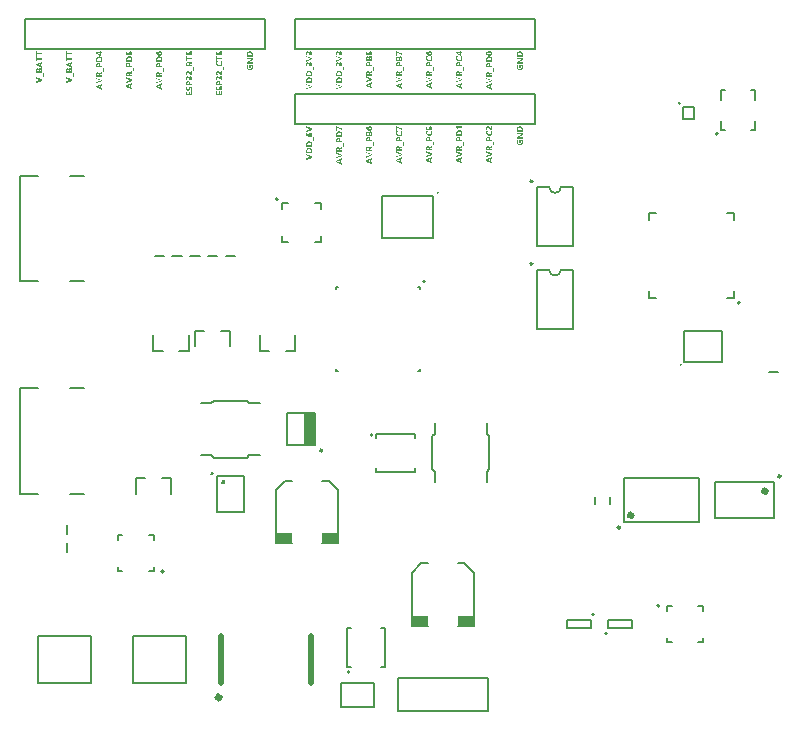
<source format=gbr>
%TF.GenerationSoftware,Altium Limited,Altium Designer,22.2.1 (43)*%
G04 Layer_Color=65535*
%FSLAX26Y26*%
%MOIN*%
%TF.SameCoordinates,FBDAFD36-F916-462A-90D8-3015B88DE517*%
%TF.FilePolarity,Positive*%
%TF.FileFunction,Legend,Top*%
%TF.Part,Single*%
G01*
G75*
%TA.AperFunction,NonConductor*%
%ADD73C,0.010000*%
%ADD105C,0.007874*%
%ADD106C,0.008000*%
%ADD107C,0.019685*%
%ADD108C,0.006000*%
%ADD109C,0.013780*%
%ADD110C,0.005000*%
%ADD111C,0.005906*%
%ADD112R,0.053149X0.033465*%
%ADD113R,0.042669X0.106298*%
G36*
X2048531Y3588473D02*
X2048676Y3588401D01*
X2048858Y3588328D01*
X2049077Y3588182D01*
X2049332Y3588037D01*
X2049950Y3587709D01*
X2050678Y3587345D01*
X2051443Y3586908D01*
X2053117Y3586071D01*
X2053154D01*
X2053226Y3586035D01*
X2053336Y3585962D01*
X2053481Y3585889D01*
X2053700Y3585780D01*
X2053918Y3585671D01*
X2054464Y3585416D01*
X2055119Y3585124D01*
X2055847Y3584797D01*
X2056648Y3584469D01*
X2057449Y3584142D01*
X2057485D01*
X2057558Y3584105D01*
X2057667Y3584069D01*
X2057813Y3583996D01*
X2057995Y3583923D01*
X2058250Y3583851D01*
X2058796Y3583632D01*
X2059451Y3583414D01*
X2060179Y3583159D01*
X2060943Y3582941D01*
X2061780Y3582686D01*
X2061817D01*
X2061890Y3582649D01*
X2061999Y3582613D01*
X2062144Y3582577D01*
X2062363Y3582540D01*
X2062618Y3582467D01*
X2063200Y3582358D01*
X2063892Y3582213D01*
X2064692Y3582030D01*
X2065566Y3581885D01*
X2066476Y3581739D01*
Y3576971D01*
X2066440D01*
X2066367Y3577007D01*
X2066221D01*
X2066076Y3577044D01*
X2065857Y3577080D01*
X2065602Y3577117D01*
X2064984Y3577262D01*
X2064292Y3577408D01*
X2063528Y3577590D01*
X2062690Y3577808D01*
X2061853Y3578026D01*
X2061817D01*
X2061744Y3578063D01*
X2061635Y3578099D01*
X2061453Y3578136D01*
X2061271Y3578209D01*
X2061016Y3578281D01*
X2060470Y3578500D01*
X2059815Y3578718D01*
X2059087Y3578973D01*
X2058286Y3579264D01*
X2057522Y3579592D01*
X2057485D01*
X2057412Y3579628D01*
X2057303Y3579664D01*
X2057158Y3579737D01*
X2056757Y3579919D01*
X2056211Y3580174D01*
X2055592Y3580465D01*
X2054901Y3580793D01*
X2054173Y3581120D01*
X2053445Y3581521D01*
X2053408D01*
X2053372Y3581557D01*
X2053263Y3581630D01*
X2053117Y3581703D01*
X2052717Y3581921D01*
X2052207Y3582213D01*
X2051588Y3582540D01*
X2050933Y3582904D01*
X2050242Y3583341D01*
X2049514Y3583778D01*
Y3574168D01*
X2045801D01*
Y3588546D01*
X2048422D01*
X2048458D01*
X2048531Y3588473D01*
D02*
G37*
G36*
X2056357Y3571657D02*
X2056684D01*
X2057085Y3571584D01*
X2057558Y3571547D01*
X2058104Y3571438D01*
X2058650Y3571329D01*
X2059269Y3571147D01*
X2059888Y3570965D01*
X2060543Y3570710D01*
X2061198Y3570419D01*
X2061817Y3570091D01*
X2062436Y3569655D01*
X2063054Y3569218D01*
X2063600Y3568672D01*
X2063637Y3568635D01*
X2063710Y3568526D01*
X2063855Y3568381D01*
X2064037Y3568126D01*
X2064256Y3567834D01*
X2064510Y3567470D01*
X2064765Y3567034D01*
X2065020Y3566561D01*
X2065311Y3566015D01*
X2065566Y3565396D01*
X2065821Y3564740D01*
X2066039Y3564049D01*
X2066221Y3563285D01*
X2066367Y3562447D01*
X2066440Y3561574D01*
X2066476Y3560664D01*
Y3553347D01*
X2045801D01*
Y3560955D01*
X2045837Y3561137D01*
Y3561392D01*
X2045874Y3561683D01*
X2045910Y3562010D01*
X2045946Y3562374D01*
X2046092Y3563212D01*
X2046347Y3564158D01*
X2046638Y3565141D01*
X2047075Y3566197D01*
X2047584Y3567216D01*
X2047912Y3567725D01*
X2048276Y3568198D01*
X2048640Y3568672D01*
X2049077Y3569145D01*
X2049550Y3569582D01*
X2050060Y3569982D01*
X2050606Y3570346D01*
X2051224Y3570674D01*
X2051843Y3570965D01*
X2052571Y3571220D01*
X2053299Y3571438D01*
X2054100Y3571584D01*
X2054974Y3571657D01*
X2055884Y3571693D01*
X2055920D01*
X2056102D01*
X2056357Y3571657D01*
D02*
G37*
G36*
X2052899Y3550253D02*
X2053190Y3550217D01*
X2053481Y3550180D01*
X2054209Y3549999D01*
X2055010Y3549744D01*
X2055410Y3549562D01*
X2055847Y3549343D01*
X2056248Y3549088D01*
X2056684Y3548761D01*
X2057085Y3548433D01*
X2057449Y3548033D01*
X2057485Y3547997D01*
X2057522Y3547924D01*
X2057631Y3547814D01*
X2057740Y3547633D01*
X2057886Y3547414D01*
X2058068Y3547123D01*
X2058250Y3546832D01*
X2058395Y3546468D01*
X2058577Y3546067D01*
X2058759Y3545594D01*
X2058941Y3545121D01*
X2059087Y3544575D01*
X2059196Y3543992D01*
X2059305Y3543410D01*
X2059342Y3542755D01*
X2059378Y3542063D01*
Y3539843D01*
X2066476D01*
Y3535184D01*
X2045801D01*
Y3542791D01*
X2045837Y3543192D01*
X2045910Y3543701D01*
X2045983Y3544284D01*
X2046165Y3544939D01*
X2046347Y3545631D01*
X2046638Y3546395D01*
X2046966Y3547123D01*
X2047402Y3547814D01*
X2047948Y3548470D01*
X2048567Y3549052D01*
X2049332Y3549562D01*
X2050205Y3549962D01*
X2050715Y3550108D01*
X2051224Y3550217D01*
X2051807Y3550253D01*
X2052389Y3550290D01*
X2052426D01*
X2052535D01*
X2052680D01*
X2052899Y3550253D01*
D02*
G37*
G36*
X2070735Y3520551D02*
X2069024D01*
Y3532818D01*
X2070735D01*
Y3520551D01*
D02*
G37*
G36*
X2066476Y3515601D02*
X2061162Y3512397D01*
X2061125D01*
X2061052Y3512325D01*
X2060943Y3512252D01*
X2060798Y3512179D01*
X2060470Y3511961D01*
X2060106Y3511706D01*
X2060070D01*
X2060033Y3511633D01*
X2059815Y3511487D01*
X2059524Y3511269D01*
X2059269Y3511014D01*
X2059196Y3510941D01*
X2059087Y3510796D01*
X2058905Y3510577D01*
X2058759Y3510323D01*
X2058723Y3510250D01*
X2058650Y3510104D01*
X2058614Y3509849D01*
X2058577Y3509522D01*
Y3508284D01*
X2066476D01*
Y3503625D01*
X2045801D01*
Y3511342D01*
X2045837Y3511706D01*
X2045874Y3512179D01*
X2045983Y3512761D01*
X2046092Y3513380D01*
X2046274Y3514072D01*
X2046492Y3514763D01*
X2046820Y3515455D01*
X2047184Y3516146D01*
X2047621Y3516765D01*
X2048167Y3517348D01*
X2048822Y3517821D01*
X2049586Y3518185D01*
X2049987Y3518331D01*
X2050460Y3518440D01*
X2050933Y3518476D01*
X2051443Y3518512D01*
X2051479D01*
X2051625D01*
X2051843D01*
X2052098Y3518476D01*
X2052389Y3518440D01*
X2052717Y3518367D01*
X2053445Y3518185D01*
X2053481D01*
X2053590Y3518112D01*
X2053772Y3518039D01*
X2053991Y3517930D01*
X2054500Y3517639D01*
X2055083Y3517238D01*
X2055119Y3517202D01*
X2055192Y3517129D01*
X2055338Y3517020D01*
X2055520Y3516838D01*
X2055702Y3516620D01*
X2055920Y3516365D01*
X2056357Y3515782D01*
X2056393Y3515746D01*
X2056430Y3515637D01*
X2056539Y3515455D01*
X2056648Y3515236D01*
X2056794Y3514945D01*
X2056939Y3514618D01*
X2057194Y3513890D01*
X2057230D01*
Y3513926D01*
X2057267Y3513963D01*
X2057340Y3514181D01*
X2057485Y3514472D01*
X2057704Y3514763D01*
Y3514800D01*
X2057776Y3514836D01*
X2057922Y3515018D01*
X2058177Y3515309D01*
X2058468Y3515601D01*
X2058504Y3515637D01*
X2058541Y3515673D01*
X2058759Y3515855D01*
X2059050Y3516110D01*
X2059414Y3516401D01*
X2059451D01*
X2059487Y3516474D01*
X2059706Y3516620D01*
X2059997Y3516838D01*
X2060361Y3517057D01*
X2066476Y3520988D01*
Y3515601D01*
D02*
G37*
G36*
Y3493979D02*
Y3488701D01*
X2045801Y3481639D01*
Y3486662D01*
X2060215Y3490994D01*
X2060252D01*
X2060397Y3491067D01*
X2060616Y3491103D01*
X2060907Y3491176D01*
X2061234Y3491249D01*
X2061562Y3491322D01*
X2062254Y3491394D01*
Y3491504D01*
X2062217D01*
X2062072Y3491540D01*
X2061890D01*
X2061635Y3491613D01*
X2061307Y3491649D01*
X2060980Y3491722D01*
X2060579Y3491831D01*
X2060142Y3491941D01*
X2045801Y3496236D01*
Y3501113D01*
X2066476Y3493979D01*
D02*
G37*
G36*
Y3476216D02*
X2061890Y3474723D01*
Y3467370D01*
X2066476Y3465914D01*
Y3460855D01*
X2045801Y3468390D01*
Y3473923D01*
X2066476Y3481275D01*
Y3476216D01*
D02*
G37*
G36*
X1758505Y3838546D02*
X1758832D01*
X1759233Y3838473D01*
X1759706Y3838437D01*
X1760252Y3838328D01*
X1760798Y3838218D01*
X1761417Y3838037D01*
X1762036Y3837854D01*
X1762691Y3837600D01*
X1763346Y3837309D01*
X1763965Y3836981D01*
X1764584Y3836544D01*
X1765202Y3836107D01*
X1765748Y3835561D01*
X1765785Y3835525D01*
X1765858Y3835416D01*
X1766003Y3835270D01*
X1766185Y3835015D01*
X1766404Y3834724D01*
X1766658Y3834360D01*
X1766913Y3833923D01*
X1767168Y3833450D01*
X1767459Y3832904D01*
X1767714Y3832285D01*
X1767969Y3831630D01*
X1768187Y3830939D01*
X1768369Y3830174D01*
X1768515Y3829337D01*
X1768588Y3828463D01*
X1768624Y3827553D01*
Y3820237D01*
X1747949D01*
Y3827845D01*
X1747985Y3828026D01*
Y3828281D01*
X1748022Y3828573D01*
X1748058Y3828900D01*
X1748094Y3829264D01*
X1748240Y3830101D01*
X1748495Y3831048D01*
X1748786Y3832030D01*
X1749223Y3833086D01*
X1749732Y3834105D01*
X1750060Y3834615D01*
X1750424Y3835088D01*
X1750788Y3835561D01*
X1751225Y3836035D01*
X1751698Y3836471D01*
X1752208Y3836872D01*
X1752754Y3837236D01*
X1753372Y3837563D01*
X1753991Y3837854D01*
X1754719Y3838109D01*
X1755447Y3838328D01*
X1756248Y3838473D01*
X1757122Y3838546D01*
X1758032Y3838582D01*
X1758068D01*
X1758250D01*
X1758505Y3838546D01*
D02*
G37*
G36*
X1768624Y3810773D02*
X1755629Y3802219D01*
X1755593Y3802182D01*
X1755447Y3802110D01*
X1755229Y3801964D01*
X1754974Y3801818D01*
X1754428Y3801491D01*
X1754173Y3801345D01*
X1753918Y3801200D01*
Y3801127D01*
X1753955D01*
X1754137Y3801163D01*
X1754392D01*
X1754756Y3801200D01*
X1755229D01*
X1755775Y3801236D01*
X1756466D01*
X1757267D01*
X1768624D01*
Y3796868D01*
X1747949D01*
Y3801891D01*
X1760543Y3810081D01*
X1760580Y3810118D01*
X1760689Y3810191D01*
X1760834Y3810300D01*
X1761053Y3810445D01*
X1761308Y3810591D01*
X1761599Y3810773D01*
X1762218Y3811137D01*
Y3811173D01*
X1762181D01*
X1762072D01*
X1761890Y3811137D01*
X1761599D01*
X1761235Y3811101D01*
X1760725D01*
X1760106Y3811064D01*
X1759378D01*
X1747949D01*
Y3815468D01*
X1768624D01*
Y3810773D01*
D02*
G37*
G36*
X1767241Y3792791D02*
X1767314Y3792682D01*
X1767386Y3792537D01*
X1767496Y3792282D01*
X1767641Y3791990D01*
X1767787Y3791626D01*
X1767932Y3791226D01*
X1768078Y3790753D01*
X1768260Y3790243D01*
X1768406Y3789661D01*
X1768551Y3789042D01*
X1768697Y3788387D01*
X1768806Y3787659D01*
X1768879Y3786931D01*
X1768915Y3786130D01*
X1768952Y3785293D01*
Y3785075D01*
X1768915Y3784820D01*
Y3784456D01*
X1768879Y3784055D01*
X1768806Y3783582D01*
X1768733Y3783036D01*
X1768624Y3782454D01*
X1768478Y3781835D01*
X1768296Y3781180D01*
X1768078Y3780524D01*
X1767787Y3779869D01*
X1767496Y3779214D01*
X1767132Y3778595D01*
X1766695Y3777977D01*
X1766222Y3777430D01*
X1766185Y3777394D01*
X1766076Y3777321D01*
X1765930Y3777176D01*
X1765712Y3776994D01*
X1765421Y3776775D01*
X1765093Y3776521D01*
X1764693Y3776266D01*
X1764256Y3776011D01*
X1763746Y3775720D01*
X1763164Y3775465D01*
X1762545Y3775210D01*
X1761854Y3774992D01*
X1761126Y3774810D01*
X1760325Y3774664D01*
X1759488Y3774591D01*
X1758614Y3774555D01*
X1758541D01*
X1758396D01*
X1758141Y3774591D01*
X1757813D01*
X1757376Y3774664D01*
X1756903Y3774737D01*
X1756357Y3774810D01*
X1755775Y3774955D01*
X1755192Y3775101D01*
X1754537Y3775319D01*
X1753882Y3775574D01*
X1753190Y3775865D01*
X1752535Y3776229D01*
X1751880Y3776666D01*
X1751261Y3777139D01*
X1750679Y3777685D01*
X1750642Y3777722D01*
X1750533Y3777831D01*
X1750388Y3778013D01*
X1750206Y3778268D01*
X1749951Y3778595D01*
X1749696Y3778959D01*
X1749405Y3779396D01*
X1749114Y3779906D01*
X1748859Y3780488D01*
X1748568Y3781107D01*
X1748313Y3781798D01*
X1748058Y3782563D01*
X1747876Y3783364D01*
X1747730Y3784201D01*
X1747621Y3785111D01*
X1747585Y3786057D01*
Y3786603D01*
X1747621Y3786894D01*
Y3787222D01*
X1747658Y3787622D01*
X1747694Y3788023D01*
X1747803Y3788933D01*
X1747985Y3789916D01*
X1748204Y3790898D01*
X1748495Y3791881D01*
X1752899D01*
Y3791845D01*
X1752826Y3791772D01*
X1752754Y3791626D01*
X1752681Y3791445D01*
X1752572Y3791226D01*
X1752462Y3790935D01*
X1752317Y3790607D01*
X1752171Y3790243D01*
X1752062Y3789843D01*
X1751916Y3789406D01*
X1751807Y3788896D01*
X1751698Y3788387D01*
X1751552Y3787258D01*
X1751480Y3786021D01*
Y3785730D01*
X1751516Y3785548D01*
X1751552Y3785293D01*
X1751589Y3785002D01*
X1751698Y3784347D01*
X1751953Y3783582D01*
X1752280Y3782781D01*
X1752499Y3782417D01*
X1752754Y3782017D01*
X1753045Y3781653D01*
X1753372Y3781289D01*
X1753409Y3781253D01*
X1753445Y3781216D01*
X1753554Y3781107D01*
X1753700Y3780998D01*
X1753918Y3780852D01*
X1754137Y3780706D01*
X1754392Y3780561D01*
X1754719Y3780379D01*
X1755047Y3780197D01*
X1755447Y3780051D01*
X1756284Y3779760D01*
X1757267Y3779542D01*
X1757813Y3779505D01*
X1758396Y3779469D01*
X1758432D01*
X1758541D01*
X1758687D01*
X1758905Y3779505D01*
X1759196D01*
X1759488Y3779542D01*
X1760216Y3779687D01*
X1761016Y3779869D01*
X1761817Y3780160D01*
X1762618Y3780561D01*
X1763018Y3780816D01*
X1763346Y3781107D01*
X1763382Y3781143D01*
X1763419Y3781180D01*
X1763492Y3781289D01*
X1763601Y3781398D01*
X1763892Y3781762D01*
X1764220Y3782272D01*
X1764547Y3782890D01*
X1764802Y3783655D01*
X1765020Y3784528D01*
X1765057Y3785002D01*
X1765093Y3785511D01*
Y3785802D01*
X1765057Y3786094D01*
X1765020Y3786458D01*
X1764984Y3786894D01*
X1764875Y3787331D01*
X1764766Y3787768D01*
X1764620Y3788169D01*
X1760580D01*
Y3784019D01*
X1756867D01*
Y3792828D01*
X1767241D01*
Y3792791D01*
D02*
G37*
G36*
X2160252Y3838510D02*
X2160543Y3838474D01*
X2160834Y3838437D01*
X2161562Y3838291D01*
X2162363Y3838037D01*
X2162800Y3837855D01*
X2163200Y3837636D01*
X2163637Y3837381D01*
X2164037Y3837127D01*
X2164438Y3836763D01*
X2164838Y3836399D01*
X2164875Y3836362D01*
X2164911Y3836289D01*
X2165020Y3836180D01*
X2165129Y3835998D01*
X2165275Y3835780D01*
X2165457Y3835525D01*
X2165639Y3835234D01*
X2165821Y3834870D01*
X2166003Y3834470D01*
X2166185Y3834033D01*
X2166331Y3833559D01*
X2166513Y3833050D01*
X2166622Y3832468D01*
X2166731Y3831885D01*
X2166767Y3831230D01*
X2166804Y3830575D01*
Y3830065D01*
X2166767Y3829810D01*
Y3829519D01*
X2166695Y3828827D01*
X2166585Y3828027D01*
X2166440Y3827189D01*
X2166258Y3826352D01*
X2165967Y3825552D01*
X2162072D01*
Y3825588D01*
X2162108Y3825661D01*
X2162181Y3825770D01*
X2162254Y3825916D01*
X2162363Y3826097D01*
X2162472Y3826352D01*
X2162691Y3826898D01*
X2162945Y3827590D01*
X2163127Y3828354D01*
X2163273Y3829191D01*
X2163346Y3830065D01*
Y3830356D01*
X2163309Y3830684D01*
X2163237Y3831084D01*
X2163127Y3831521D01*
X2162982Y3831994D01*
X2162800Y3832468D01*
X2162509Y3832868D01*
X2162472Y3832904D01*
X2162363Y3833014D01*
X2162145Y3833195D01*
X2161890Y3833378D01*
X2161562Y3833559D01*
X2161162Y3833742D01*
X2160689Y3833851D01*
X2160179Y3833887D01*
X2160143D01*
X2160033D01*
X2159888Y3833851D01*
X2159706Y3833814D01*
X2159451Y3833742D01*
X2159196Y3833669D01*
X2158905Y3833523D01*
X2158614Y3833341D01*
X2158359Y3833123D01*
X2158068Y3832831D01*
X2157813Y3832468D01*
X2157558Y3832067D01*
X2157376Y3831557D01*
X2157231Y3830975D01*
X2157121Y3830320D01*
X2157085Y3829555D01*
Y3828937D01*
X2157121Y3828500D01*
X2157158Y3827954D01*
X2157194Y3827335D01*
X2157267Y3826644D01*
X2157340Y3825879D01*
X2145801Y3826644D01*
Y3837600D01*
X2149514D01*
Y3830102D01*
X2153663Y3829847D01*
Y3830029D01*
X2153627Y3830247D01*
Y3830793D01*
X2153591Y3831121D01*
Y3832031D01*
X2153627Y3832285D01*
Y3832540D01*
X2153663Y3832831D01*
X2153809Y3833559D01*
X2153991Y3834360D01*
X2154282Y3835198D01*
X2154719Y3835998D01*
X2154974Y3836362D01*
X2155265Y3836726D01*
X2155301Y3836763D01*
X2155338Y3836799D01*
X2155447Y3836908D01*
X2155556Y3837017D01*
X2155957Y3837309D01*
X2156466Y3837636D01*
X2157085Y3837964D01*
X2157849Y3838255D01*
X2158759Y3838474D01*
X2159233Y3838510D01*
X2159742Y3838546D01*
X2159779D01*
X2159888D01*
X2160033D01*
X2160252Y3838510D01*
D02*
G37*
G36*
X2160798Y3822421D02*
X2161016Y3822385D01*
X2161307Y3822348D01*
X2161963Y3822203D01*
X2162691Y3821948D01*
X2163419Y3821584D01*
X2163783Y3821365D01*
X2164147Y3821111D01*
X2164511Y3820783D01*
X2164838Y3820419D01*
Y3820383D01*
X2164911Y3820310D01*
X2164984Y3820201D01*
X2165093Y3820055D01*
X2165202Y3819837D01*
X2165348Y3819582D01*
X2165493Y3819291D01*
X2165639Y3818963D01*
X2165821Y3818599D01*
X2165967Y3818162D01*
X2166112Y3817689D01*
X2166221Y3817216D01*
X2166331Y3816670D01*
X2166403Y3816088D01*
X2166440Y3815505D01*
X2166476Y3814850D01*
Y3806915D01*
X2145801D01*
Y3814741D01*
X2145837Y3814995D01*
Y3815287D01*
X2145874Y3815614D01*
X2145910Y3815978D01*
X2145947Y3816379D01*
X2146129Y3817252D01*
X2146347Y3818162D01*
X2146638Y3818999D01*
X2146857Y3819400D01*
X2147075Y3819764D01*
Y3819800D01*
X2147148Y3819837D01*
X2147293Y3820055D01*
X2147585Y3820346D01*
X2147985Y3820710D01*
X2148495Y3821038D01*
X2149113Y3821329D01*
X2149841Y3821548D01*
X2150205Y3821584D01*
X2150642Y3821620D01*
X2150715D01*
X2150933D01*
X2151225Y3821548D01*
X2151625Y3821475D01*
X2152098Y3821329D01*
X2152608Y3821147D01*
X2153081Y3820856D01*
X2153591Y3820492D01*
X2153627Y3820456D01*
X2153773Y3820273D01*
X2153991Y3820055D01*
X2154282Y3819691D01*
X2154573Y3819291D01*
X2154865Y3818781D01*
X2155119Y3818235D01*
X2155338Y3817580D01*
X2155374D01*
Y3817689D01*
X2155411Y3817798D01*
X2155447Y3817944D01*
X2155520Y3818344D01*
X2155702Y3818854D01*
X2155884Y3819436D01*
X2156175Y3820019D01*
X2156539Y3820601D01*
X2157012Y3821111D01*
X2157085Y3821184D01*
X2157267Y3821329D01*
X2157558Y3821548D01*
X2157922Y3821802D01*
X2158395Y3822021D01*
X2158978Y3822239D01*
X2159633Y3822385D01*
X2160325Y3822457D01*
X2160361D01*
X2160434D01*
X2160579D01*
X2160798Y3822421D01*
D02*
G37*
G36*
X2152899Y3803821D02*
X2153190Y3803784D01*
X2153481Y3803748D01*
X2154209Y3803566D01*
X2155010Y3803311D01*
X2155411Y3803129D01*
X2155847Y3802911D01*
X2156248Y3802656D01*
X2156685Y3802328D01*
X2157085Y3802001D01*
X2157449Y3801600D01*
X2157485Y3801564D01*
X2157522Y3801491D01*
X2157631Y3801382D01*
X2157740Y3801200D01*
X2157886Y3800981D01*
X2158068Y3800690D01*
X2158250Y3800399D01*
X2158395Y3800035D01*
X2158577Y3799635D01*
X2158759Y3799162D01*
X2158941Y3798688D01*
X2159087Y3798142D01*
X2159196Y3797560D01*
X2159305Y3796977D01*
X2159342Y3796322D01*
X2159378Y3795631D01*
Y3793410D01*
X2166476D01*
Y3788751D01*
X2145801D01*
Y3796359D01*
X2145837Y3796759D01*
X2145910Y3797269D01*
X2145983Y3797851D01*
X2146165Y3798506D01*
X2146347Y3799198D01*
X2146638Y3799962D01*
X2146966Y3800690D01*
X2147403Y3801382D01*
X2147949Y3802037D01*
X2148567Y3802619D01*
X2149332Y3803129D01*
X2150205Y3803530D01*
X2150715Y3803675D01*
X2151225Y3803784D01*
X2151807Y3803821D01*
X2152389Y3803857D01*
X2152426D01*
X2152535D01*
X2152681D01*
X2152899Y3803821D01*
D02*
G37*
G36*
X2170735Y3774118D02*
X2169024D01*
Y3786385D01*
X2170735D01*
Y3774118D01*
D02*
G37*
G36*
X2166476Y3769168D02*
X2161162Y3765965D01*
X2161125D01*
X2161053Y3765892D01*
X2160943Y3765819D01*
X2160798Y3765746D01*
X2160470Y3765528D01*
X2160106Y3765273D01*
X2160070D01*
X2160033Y3765200D01*
X2159815Y3765055D01*
X2159524Y3764836D01*
X2159269Y3764581D01*
X2159196Y3764509D01*
X2159087Y3764363D01*
X2158905Y3764145D01*
X2158759Y3763890D01*
X2158723Y3763817D01*
X2158650Y3763671D01*
X2158614Y3763417D01*
X2158577Y3763089D01*
Y3761852D01*
X2166476D01*
Y3757192D01*
X2145801D01*
Y3764909D01*
X2145837Y3765273D01*
X2145874Y3765746D01*
X2145983Y3766329D01*
X2146092Y3766948D01*
X2146274Y3767639D01*
X2146493Y3768331D01*
X2146820Y3769022D01*
X2147184Y3769714D01*
X2147621Y3770333D01*
X2148167Y3770915D01*
X2148822Y3771388D01*
X2149587Y3771752D01*
X2149987Y3771898D01*
X2150460Y3772007D01*
X2150933Y3772044D01*
X2151443Y3772080D01*
X2151479D01*
X2151625D01*
X2151843D01*
X2152098Y3772044D01*
X2152389Y3772007D01*
X2152717Y3771934D01*
X2153445Y3771752D01*
X2153481D01*
X2153591Y3771680D01*
X2153773Y3771607D01*
X2153991Y3771497D01*
X2154501Y3771206D01*
X2155083Y3770806D01*
X2155119Y3770769D01*
X2155192Y3770697D01*
X2155338Y3770588D01*
X2155520Y3770405D01*
X2155702Y3770187D01*
X2155920Y3769932D01*
X2156357Y3769350D01*
X2156393Y3769314D01*
X2156430Y3769204D01*
X2156539Y3769022D01*
X2156648Y3768804D01*
X2156794Y3768513D01*
X2156939Y3768185D01*
X2157194Y3767457D01*
X2157231D01*
Y3767494D01*
X2157267Y3767530D01*
X2157340Y3767748D01*
X2157485Y3768039D01*
X2157704Y3768331D01*
Y3768367D01*
X2157777Y3768403D01*
X2157922Y3768586D01*
X2158177Y3768877D01*
X2158468Y3769168D01*
X2158505Y3769204D01*
X2158541Y3769241D01*
X2158759Y3769423D01*
X2159051Y3769677D01*
X2159415Y3769969D01*
X2159451D01*
X2159487Y3770041D01*
X2159706Y3770187D01*
X2159997Y3770405D01*
X2160361Y3770624D01*
X2166476Y3774555D01*
Y3769168D01*
D02*
G37*
G36*
Y3747546D02*
Y3742268D01*
X2145801Y3735207D01*
Y3740230D01*
X2160215Y3744561D01*
X2160252D01*
X2160397Y3744634D01*
X2160616Y3744671D01*
X2160907Y3744744D01*
X2161235Y3744816D01*
X2161562Y3744889D01*
X2162254Y3744962D01*
Y3745071D01*
X2162217D01*
X2162072Y3745108D01*
X2161890D01*
X2161635Y3745180D01*
X2161307Y3745217D01*
X2160980Y3745289D01*
X2160579Y3745399D01*
X2160143Y3745508D01*
X2145801Y3749803D01*
Y3754681D01*
X2166476Y3747546D01*
D02*
G37*
G36*
Y3729783D02*
X2161890Y3728291D01*
Y3720938D01*
X2166476Y3719482D01*
Y3714422D01*
X2145801Y3721957D01*
Y3727490D01*
X2166476Y3734843D01*
Y3729783D01*
D02*
G37*
G36*
X1149586Y3832649D02*
X1166476D01*
Y3827954D01*
X1149586D01*
Y3822093D01*
X1145801D01*
Y3838546D01*
X1149586D01*
Y3832649D01*
D02*
G37*
G36*
Y3815323D02*
X1166476D01*
Y3810627D01*
X1149586D01*
Y3804767D01*
X1145801D01*
Y3821220D01*
X1149586D01*
Y3815323D01*
D02*
G37*
G36*
X1166476Y3799016D02*
X1161890Y3797523D01*
Y3790171D01*
X1166476Y3788715D01*
Y3783655D01*
X1145801Y3791190D01*
Y3796722D01*
X1166476Y3804075D01*
Y3799016D01*
D02*
G37*
G36*
X1160798Y3782454D02*
X1161016Y3782417D01*
X1161307Y3782381D01*
X1161962Y3782235D01*
X1162690Y3781981D01*
X1163418Y3781617D01*
X1163782Y3781398D01*
X1164146Y3781143D01*
X1164510Y3780816D01*
X1164838Y3780452D01*
Y3780415D01*
X1164911Y3780343D01*
X1164984Y3780233D01*
X1165093Y3780088D01*
X1165202Y3779869D01*
X1165348Y3779615D01*
X1165493Y3779323D01*
X1165639Y3778996D01*
X1165821Y3778632D01*
X1165966Y3778195D01*
X1166112Y3777722D01*
X1166221Y3777249D01*
X1166330Y3776702D01*
X1166403Y3776120D01*
X1166440Y3775538D01*
X1166476Y3774883D01*
Y3766947D01*
X1145801D01*
Y3774773D01*
X1145837Y3775028D01*
Y3775319D01*
X1145874Y3775647D01*
X1145910Y3776011D01*
X1145946Y3776411D01*
X1146128Y3777285D01*
X1146347Y3778195D01*
X1146638Y3779032D01*
X1146856Y3779432D01*
X1147075Y3779796D01*
Y3779833D01*
X1147148Y3779869D01*
X1147293Y3780088D01*
X1147584Y3780379D01*
X1147985Y3780743D01*
X1148494Y3781070D01*
X1149113Y3781362D01*
X1149841Y3781580D01*
X1150205Y3781617D01*
X1150642Y3781653D01*
X1150715D01*
X1150933D01*
X1151224Y3781580D01*
X1151625Y3781507D01*
X1152098Y3781362D01*
X1152608Y3781180D01*
X1153081Y3780889D01*
X1153590Y3780524D01*
X1153627Y3780488D01*
X1153772Y3780306D01*
X1153991Y3780088D01*
X1154282Y3779724D01*
X1154573Y3779323D01*
X1154864Y3778814D01*
X1155119Y3778268D01*
X1155338Y3777613D01*
X1155374D01*
Y3777722D01*
X1155410Y3777831D01*
X1155447Y3777977D01*
X1155520Y3778377D01*
X1155702Y3778887D01*
X1155884Y3779469D01*
X1156175Y3780051D01*
X1156539Y3780634D01*
X1157012Y3781143D01*
X1157085Y3781216D01*
X1157267Y3781362D01*
X1157558Y3781580D01*
X1157922Y3781835D01*
X1158395Y3782053D01*
X1158978Y3782272D01*
X1159633Y3782417D01*
X1160324Y3782490D01*
X1160361D01*
X1160434D01*
X1160579D01*
X1160798Y3782454D01*
D02*
G37*
G36*
X1170735Y3752314D02*
X1169024D01*
Y3764581D01*
X1170735D01*
Y3752314D01*
D02*
G37*
G36*
X1166476Y3745035D02*
Y3739756D01*
X1145801Y3732695D01*
Y3737718D01*
X1160215Y3742050D01*
X1160252D01*
X1160397Y3742122D01*
X1160616Y3742159D01*
X1160907Y3742232D01*
X1161234Y3742305D01*
X1161562Y3742377D01*
X1162254Y3742450D01*
Y3742559D01*
X1162217D01*
X1162072Y3742596D01*
X1161890D01*
X1161635Y3742669D01*
X1161307Y3742705D01*
X1160980Y3742778D01*
X1160579Y3742887D01*
X1160142Y3742996D01*
X1145801Y3747291D01*
Y3752169D01*
X1166476Y3745035D01*
D02*
G37*
G36*
X1561490Y3838546D02*
X1561890Y3838510D01*
X1562327Y3838437D01*
X1562836Y3838292D01*
X1563310Y3838146D01*
X1563783Y3837928D01*
X1563819Y3837891D01*
X1563965Y3837818D01*
X1564183Y3837673D01*
X1564438Y3837454D01*
X1564766Y3837200D01*
X1565057Y3836909D01*
X1565384Y3836544D01*
X1565676Y3836144D01*
X1565712Y3836108D01*
X1565785Y3835962D01*
X1565930Y3835707D01*
X1566076Y3835380D01*
X1566258Y3835016D01*
X1566404Y3834579D01*
X1566549Y3834069D01*
X1566695Y3833523D01*
Y3833450D01*
X1566731Y3833269D01*
X1566768Y3832977D01*
X1566840Y3832577D01*
X1566877Y3832104D01*
X1566950Y3831558D01*
X1566986Y3831012D01*
Y3829774D01*
X1566950Y3829337D01*
X1566913Y3828828D01*
X1566877Y3828282D01*
X1566731Y3827117D01*
Y3827044D01*
X1566695Y3826862D01*
X1566622Y3826571D01*
X1566513Y3826207D01*
X1566404Y3825807D01*
X1566258Y3825370D01*
X1566112Y3824896D01*
X1565894Y3824460D01*
X1561271D01*
X1561308Y3824532D01*
X1561453Y3824678D01*
X1561635Y3824933D01*
X1561854Y3825297D01*
X1562108Y3825697D01*
X1562400Y3826134D01*
X1562654Y3826644D01*
X1562873Y3827190D01*
X1562909Y3827262D01*
X1562946Y3827445D01*
X1563018Y3827736D01*
X1563128Y3828136D01*
X1563237Y3828573D01*
X1563310Y3829082D01*
X1563346Y3829628D01*
X1563382Y3830175D01*
Y3830502D01*
X1563346Y3830684D01*
X1563310Y3831194D01*
X1563237Y3831703D01*
Y3831740D01*
X1563200Y3831812D01*
X1563164Y3831922D01*
X1563128Y3832104D01*
X1562982Y3832431D01*
X1562800Y3832795D01*
Y3832832D01*
X1562764Y3832868D01*
X1562618Y3833050D01*
X1562400Y3833269D01*
X1562108Y3833450D01*
X1562072D01*
X1562036Y3833487D01*
X1561854Y3833560D01*
X1561599Y3833633D01*
X1561271Y3833669D01*
X1561235D01*
X1561162D01*
X1561053D01*
X1560907Y3833633D01*
X1560580Y3833523D01*
X1560216Y3833305D01*
X1560179D01*
X1560143Y3833232D01*
X1559924Y3833050D01*
X1559633Y3832759D01*
X1559306Y3832358D01*
X1559269Y3832322D01*
X1559233Y3832249D01*
X1559160Y3832140D01*
X1559051Y3831958D01*
X1558942Y3831740D01*
X1558796Y3831521D01*
X1558541Y3830939D01*
Y3830903D01*
X1558468Y3830793D01*
X1558396Y3830648D01*
X1558323Y3830429D01*
X1558177Y3830175D01*
X1558068Y3829883D01*
X1557777Y3829192D01*
Y3829155D01*
X1557740Y3829082D01*
X1557668Y3828973D01*
X1557595Y3828791D01*
X1557376Y3828354D01*
X1557085Y3827809D01*
X1556721Y3827226D01*
X1556284Y3826644D01*
X1555811Y3826061D01*
X1555302Y3825552D01*
X1555229Y3825515D01*
X1555047Y3825370D01*
X1554719Y3825188D01*
X1554319Y3824969D01*
X1553809Y3824751D01*
X1553190Y3824569D01*
X1552535Y3824423D01*
X1551771Y3824387D01*
X1551734D01*
X1551698D01*
X1551516D01*
X1551188Y3824423D01*
X1550824Y3824460D01*
X1550388Y3824532D01*
X1549914Y3824678D01*
X1549441Y3824824D01*
X1549004Y3825042D01*
X1548968Y3825079D01*
X1548822Y3825151D01*
X1548604Y3825297D01*
X1548313Y3825515D01*
X1548022Y3825770D01*
X1547730Y3826061D01*
X1547403Y3826389D01*
X1547112Y3826789D01*
X1547075Y3826826D01*
X1547002Y3827008D01*
X1546857Y3827226D01*
X1546675Y3827554D01*
X1546493Y3827918D01*
X1546311Y3828354D01*
X1546129Y3828828D01*
X1545983Y3829374D01*
Y3829447D01*
X1545910Y3829628D01*
X1545874Y3829920D01*
X1545801Y3830320D01*
X1545728Y3830793D01*
X1545692Y3831339D01*
X1545619Y3831885D01*
Y3833086D01*
X1545656Y3833487D01*
Y3833924D01*
X1545692Y3834397D01*
X1545765Y3834907D01*
X1545838Y3835380D01*
Y3835452D01*
X1545874Y3835598D01*
X1545910Y3835816D01*
X1545983Y3836144D01*
X1546056Y3836472D01*
X1546165Y3836872D01*
X1546420Y3837673D01*
X1550752D01*
Y3837637D01*
X1550679Y3837600D01*
X1550606Y3837491D01*
X1550533Y3837345D01*
X1550351Y3836981D01*
X1550133Y3836544D01*
Y3836508D01*
X1550096Y3836435D01*
X1550024Y3836326D01*
X1549951Y3836144D01*
X1549805Y3835744D01*
X1549660Y3835271D01*
Y3835234D01*
X1549623Y3835161D01*
X1549587Y3835016D01*
X1549550Y3834870D01*
X1549478Y3834433D01*
X1549405Y3833960D01*
Y3833924D01*
X1549368Y3833851D01*
Y3833742D01*
X1549332Y3833596D01*
X1549296Y3833196D01*
Y3832286D01*
X1549368Y3831849D01*
X1549441Y3831339D01*
Y3831303D01*
X1549478Y3831230D01*
X1549514Y3831121D01*
X1549550Y3830939D01*
X1549696Y3830575D01*
X1549878Y3830211D01*
X1549914Y3830138D01*
X1550060Y3829956D01*
X1550278Y3829738D01*
X1550570Y3829519D01*
X1550642Y3829483D01*
X1550824Y3829410D01*
X1551079Y3829337D01*
X1551407Y3829301D01*
X1551443D01*
X1551480D01*
X1551698Y3829337D01*
X1551989Y3829410D01*
X1552317Y3829556D01*
X1552390Y3829628D01*
X1552572Y3829774D01*
X1552826Y3830029D01*
X1553118Y3830356D01*
Y3830393D01*
X1553190Y3830466D01*
X1553263Y3830539D01*
X1553336Y3830684D01*
X1553591Y3831084D01*
X1553846Y3831558D01*
Y3831594D01*
X1553918Y3831703D01*
X1553955Y3831849D01*
X1554064Y3832031D01*
X1554173Y3832286D01*
X1554282Y3832541D01*
X1554537Y3833196D01*
X1554574Y3833269D01*
X1554646Y3833414D01*
X1554756Y3833633D01*
X1554865Y3833924D01*
X1555047Y3834288D01*
X1555229Y3834652D01*
X1555666Y3835416D01*
X1555702Y3835452D01*
X1555775Y3835598D01*
X1555884Y3835780D01*
X1556030Y3835999D01*
X1556466Y3836581D01*
X1556976Y3837127D01*
X1557012Y3837163D01*
X1557085Y3837236D01*
X1557267Y3837382D01*
X1557449Y3837527D01*
X1557704Y3837709D01*
X1557995Y3837891D01*
X1558650Y3838219D01*
X1558687D01*
X1558832Y3838292D01*
X1559014Y3838328D01*
X1559269Y3838401D01*
X1559597Y3838474D01*
X1559997Y3838510D01*
X1560398Y3838583D01*
X1560871D01*
X1560907D01*
X1560944D01*
X1561162D01*
X1561490Y3838546D01*
D02*
G37*
G36*
X1549769Y3816743D02*
X1566658D01*
Y3812047D01*
X1549769D01*
Y3806187D01*
X1545983D01*
Y3822640D01*
X1549769D01*
Y3816743D01*
D02*
G37*
G36*
X1566658Y3800800D02*
X1561344Y3797597D01*
X1561308D01*
X1561235Y3797524D01*
X1561126Y3797451D01*
X1560980Y3797378D01*
X1560652Y3797160D01*
X1560288Y3796905D01*
X1560252D01*
X1560216Y3796832D01*
X1559997Y3796686D01*
X1559706Y3796468D01*
X1559451Y3796213D01*
X1559378Y3796140D01*
X1559269Y3795995D01*
X1559087Y3795776D01*
X1558942Y3795522D01*
X1558905Y3795449D01*
X1558832Y3795303D01*
X1558796Y3795048D01*
X1558760Y3794721D01*
Y3793483D01*
X1566658D01*
Y3788824D01*
X1545983D01*
Y3796541D01*
X1546020Y3796905D01*
X1546056Y3797378D01*
X1546165Y3797961D01*
X1546274Y3798579D01*
X1546456Y3799271D01*
X1546675Y3799963D01*
X1547002Y3800654D01*
X1547366Y3801346D01*
X1547803Y3801965D01*
X1548349Y3802547D01*
X1549004Y3803020D01*
X1549769Y3803384D01*
X1550169Y3803530D01*
X1550642Y3803639D01*
X1551116Y3803675D01*
X1551625Y3803712D01*
X1551662D01*
X1551807D01*
X1552026D01*
X1552280Y3803675D01*
X1552572Y3803639D01*
X1552899Y3803566D01*
X1553627Y3803384D01*
X1553664D01*
X1553773Y3803311D01*
X1553955Y3803238D01*
X1554173Y3803129D01*
X1554683Y3802838D01*
X1555265Y3802438D01*
X1555302Y3802401D01*
X1555374Y3802329D01*
X1555520Y3802219D01*
X1555702Y3802037D01*
X1555884Y3801819D01*
X1556102Y3801564D01*
X1556539Y3800982D01*
X1556576Y3800945D01*
X1556612Y3800836D01*
X1556721Y3800654D01*
X1556830Y3800436D01*
X1556976Y3800144D01*
X1557122Y3799817D01*
X1557376Y3799089D01*
X1557413D01*
Y3799125D01*
X1557449Y3799162D01*
X1557522Y3799380D01*
X1557668Y3799671D01*
X1557886Y3799963D01*
Y3799999D01*
X1557959Y3800035D01*
X1558104Y3800217D01*
X1558359Y3800508D01*
X1558650Y3800800D01*
X1558687Y3800836D01*
X1558723Y3800872D01*
X1558942Y3801055D01*
X1559233Y3801309D01*
X1559597Y3801601D01*
X1559633D01*
X1559670Y3801673D01*
X1559888Y3801819D01*
X1560179Y3802037D01*
X1560543Y3802256D01*
X1566658Y3806187D01*
Y3800800D01*
D02*
G37*
G36*
X1570917Y3774191D02*
X1569206D01*
Y3786458D01*
X1570917D01*
Y3774191D01*
D02*
G37*
G36*
X1566658Y3758357D02*
X1565130D01*
X1565093D01*
X1565057D01*
X1564875D01*
X1564547Y3758394D01*
X1564183Y3758430D01*
X1563746Y3758503D01*
X1563237Y3758576D01*
X1562764Y3758721D01*
X1562290Y3758903D01*
X1562218Y3758940D01*
X1562072Y3759012D01*
X1561817Y3759122D01*
X1561526Y3759267D01*
X1561162Y3759486D01*
X1560798Y3759704D01*
X1560034Y3760250D01*
X1559997Y3760287D01*
X1559852Y3760396D01*
X1559670Y3760541D01*
X1559415Y3760760D01*
X1559160Y3761015D01*
X1558832Y3761342D01*
X1558250Y3761997D01*
X1558214Y3762034D01*
X1558104Y3762179D01*
X1557959Y3762361D01*
X1557777Y3762616D01*
X1557558Y3762871D01*
X1557304Y3763198D01*
X1556830Y3763854D01*
X1556794Y3763890D01*
X1556721Y3763999D01*
X1556576Y3764181D01*
X1556430Y3764400D01*
X1556030Y3764909D01*
X1555593Y3765419D01*
X1555556Y3765455D01*
X1555484Y3765528D01*
X1555374Y3765674D01*
X1555229Y3765819D01*
X1554865Y3766220D01*
X1554428Y3766584D01*
X1554392Y3766620D01*
X1554319Y3766657D01*
X1554210Y3766729D01*
X1554064Y3766838D01*
X1553700Y3767093D01*
X1553263Y3767275D01*
X1553227D01*
X1553154Y3767312D01*
X1553045Y3767348D01*
X1552863Y3767421D01*
X1552462Y3767494D01*
X1551953Y3767530D01*
X1551880D01*
X1551734D01*
X1551516Y3767494D01*
X1551225Y3767421D01*
X1550897Y3767348D01*
X1550570Y3767202D01*
X1550242Y3767021D01*
X1549951Y3766766D01*
X1549914Y3766729D01*
X1549842Y3766620D01*
X1549732Y3766438D01*
X1549587Y3766220D01*
X1549478Y3765892D01*
X1549368Y3765492D01*
X1549296Y3765019D01*
X1549259Y3764472D01*
Y3764218D01*
X1549296Y3764036D01*
X1549332Y3763781D01*
X1549368Y3763490D01*
X1549441Y3763198D01*
X1549514Y3762834D01*
X1549769Y3762070D01*
X1549951Y3761633D01*
X1550169Y3761197D01*
X1550424Y3760760D01*
X1550679Y3760287D01*
X1551043Y3759850D01*
X1551407Y3759376D01*
X1547366D01*
X1547330Y3759413D01*
X1547294Y3759486D01*
X1547221Y3759631D01*
X1547075Y3759850D01*
X1546966Y3760104D01*
X1546820Y3760396D01*
X1546638Y3760760D01*
X1546493Y3761160D01*
X1546311Y3761561D01*
X1546165Y3762034D01*
X1545874Y3763089D01*
X1545692Y3764218D01*
X1545656Y3764836D01*
X1545619Y3765455D01*
Y3765710D01*
X1545656Y3766001D01*
Y3766402D01*
X1545728Y3766838D01*
X1545801Y3767312D01*
X1545910Y3767785D01*
X1546056Y3768258D01*
Y3768331D01*
X1546129Y3768477D01*
X1546238Y3768695D01*
X1546347Y3768986D01*
X1546529Y3769350D01*
X1546711Y3769678D01*
X1546966Y3770042D01*
X1547221Y3770369D01*
X1547257Y3770406D01*
X1547366Y3770515D01*
X1547512Y3770660D01*
X1547730Y3770879D01*
X1548022Y3771061D01*
X1548313Y3771279D01*
X1548677Y3771498D01*
X1549077Y3771680D01*
X1549114Y3771716D01*
X1549259Y3771753D01*
X1549478Y3771825D01*
X1549805Y3771934D01*
X1550169Y3772007D01*
X1550570Y3772080D01*
X1551006Y3772117D01*
X1551516Y3772153D01*
X1551589D01*
X1551771D01*
X1552026Y3772117D01*
X1552353D01*
X1552754Y3772044D01*
X1553190Y3771971D01*
X1553627Y3771862D01*
X1554064Y3771716D01*
X1554100Y3771680D01*
X1554246Y3771643D01*
X1554464Y3771534D01*
X1554719Y3771425D01*
X1555047Y3771243D01*
X1555374Y3771024D01*
X1556066Y3770551D01*
X1556102Y3770515D01*
X1556212Y3770442D01*
X1556394Y3770260D01*
X1556612Y3770078D01*
X1556867Y3769823D01*
X1557158Y3769532D01*
X1557740Y3768877D01*
X1557777Y3768840D01*
X1557886Y3768731D01*
X1558032Y3768513D01*
X1558214Y3768294D01*
X1558432Y3767967D01*
X1558687Y3767639D01*
X1559196Y3766911D01*
X1559233Y3766875D01*
X1559269Y3766802D01*
X1559378Y3766657D01*
X1559524Y3766474D01*
X1559815Y3766038D01*
X1560179Y3765564D01*
X1560216Y3765528D01*
X1560252Y3765455D01*
X1560361Y3765346D01*
X1560470Y3765164D01*
X1560762Y3764800D01*
X1561126Y3764400D01*
X1561162Y3764363D01*
X1561198Y3764327D01*
X1561417Y3764145D01*
X1561708Y3763890D01*
X1562072Y3763635D01*
X1562108D01*
X1562145Y3763599D01*
X1562327Y3763526D01*
X1562618Y3763417D01*
X1562909Y3763381D01*
Y3772153D01*
X1566658D01*
Y3758357D01*
D02*
G37*
G36*
X1561235Y3755008D02*
X1561490Y3754972D01*
X1561781Y3754936D01*
X1562436Y3754790D01*
X1563164Y3754535D01*
X1563528Y3754353D01*
X1563928Y3754171D01*
X1564292Y3753916D01*
X1564656Y3753625D01*
X1565020Y3753298D01*
X1565348Y3752934D01*
Y3752897D01*
X1565421Y3752825D01*
X1565494Y3752715D01*
X1565603Y3752533D01*
X1565712Y3752315D01*
X1565858Y3752060D01*
X1566003Y3751769D01*
X1566149Y3751405D01*
X1566331Y3751005D01*
X1566476Y3750568D01*
X1566622Y3750095D01*
X1566731Y3749585D01*
X1566840Y3749003D01*
X1566913Y3748420D01*
X1566950Y3747765D01*
X1566986Y3747073D01*
Y3746527D01*
X1566950Y3746273D01*
Y3745945D01*
X1566877Y3745217D01*
X1566731Y3744380D01*
X1566586Y3743543D01*
X1566331Y3742669D01*
X1566003Y3741868D01*
X1562036D01*
Y3741905D01*
X1562108Y3741977D01*
X1562181Y3742086D01*
X1562254Y3742232D01*
X1562363Y3742450D01*
X1562509Y3742669D01*
X1562654Y3742960D01*
X1562764Y3743251D01*
X1563055Y3743979D01*
X1563310Y3744780D01*
X1563455Y3745690D01*
X1563528Y3746709D01*
Y3747001D01*
X1563492Y3747328D01*
X1563419Y3747692D01*
X1563346Y3748129D01*
X1563237Y3748602D01*
X1563055Y3749039D01*
X1562800Y3749439D01*
X1562764Y3749476D01*
X1562654Y3749585D01*
X1562472Y3749767D01*
X1562254Y3749949D01*
X1561963Y3750095D01*
X1561599Y3750276D01*
X1561162Y3750386D01*
X1560689Y3750422D01*
X1560616D01*
X1560470D01*
X1560216Y3750349D01*
X1559888Y3750276D01*
X1559560Y3750131D01*
X1559196Y3749912D01*
X1558869Y3749585D01*
X1558578Y3749184D01*
X1558541Y3749148D01*
X1558468Y3748966D01*
X1558323Y3748711D01*
X1558177Y3748311D01*
X1558068Y3747874D01*
X1557922Y3747292D01*
X1557850Y3746637D01*
X1557813Y3745909D01*
Y3743979D01*
X1554319D01*
Y3745945D01*
X1554282Y3746127D01*
Y3746382D01*
X1554246Y3746709D01*
X1554173Y3747037D01*
X1553991Y3747801D01*
X1553846Y3748165D01*
X1553664Y3748529D01*
X1553445Y3748857D01*
X1553190Y3749184D01*
X1552863Y3749439D01*
X1552499Y3749621D01*
X1552098Y3749767D01*
X1551625Y3749803D01*
X1551589D01*
X1551516D01*
X1551407Y3749767D01*
X1551225D01*
X1550824Y3749621D01*
X1550606Y3749548D01*
X1550351Y3749403D01*
X1550133Y3749257D01*
X1549914Y3749039D01*
X1549696Y3748784D01*
X1549514Y3748493D01*
X1549332Y3748129D01*
X1549223Y3747692D01*
X1549150Y3747219D01*
X1549114Y3746673D01*
Y3746454D01*
X1549150Y3746309D01*
X1549186Y3745909D01*
X1549296Y3745399D01*
X1549441Y3744780D01*
X1549696Y3744088D01*
X1550024Y3743360D01*
X1550460Y3742633D01*
X1546748D01*
Y3742669D01*
X1546711Y3742742D01*
X1546638Y3742851D01*
X1546566Y3743033D01*
X1546493Y3743215D01*
X1546384Y3743470D01*
X1546274Y3743761D01*
X1546165Y3744088D01*
X1545983Y3744853D01*
X1545801Y3745690D01*
X1545656Y3746673D01*
X1545619Y3747729D01*
Y3748020D01*
X1545656Y3748238D01*
Y3748529D01*
X1545692Y3748820D01*
X1545801Y3749548D01*
X1545983Y3750313D01*
X1546238Y3751150D01*
X1546602Y3751914D01*
X1547075Y3752642D01*
Y3752679D01*
X1547148Y3752715D01*
X1547330Y3752934D01*
X1547658Y3753225D01*
X1548058Y3753552D01*
X1548604Y3753880D01*
X1549223Y3754135D01*
X1549951Y3754353D01*
X1550351Y3754390D01*
X1550788Y3754426D01*
X1550824D01*
X1550970D01*
X1551152Y3754390D01*
X1551443Y3754353D01*
X1551771Y3754317D01*
X1552135Y3754208D01*
X1552499Y3754099D01*
X1552936Y3753916D01*
X1553372Y3753698D01*
X1553809Y3753407D01*
X1554210Y3753079D01*
X1554610Y3752679D01*
X1555010Y3752206D01*
X1555338Y3751660D01*
X1555629Y3751041D01*
X1555848Y3750313D01*
X1555920D01*
Y3750422D01*
X1555957Y3750531D01*
X1555993Y3750677D01*
X1556066Y3751077D01*
X1556212Y3751587D01*
X1556430Y3752133D01*
X1556721Y3752715D01*
X1557085Y3753261D01*
X1557522Y3753771D01*
X1557595Y3753844D01*
X1557740Y3753989D01*
X1558032Y3754171D01*
X1558432Y3754426D01*
X1558905Y3754644D01*
X1559451Y3754863D01*
X1560070Y3755008D01*
X1560762Y3755045D01*
X1560798D01*
X1560871D01*
X1561053D01*
X1561235Y3755008D01*
D02*
G37*
G36*
X1553081Y3739466D02*
X1553372Y3739429D01*
X1553664Y3739393D01*
X1554392Y3739211D01*
X1555192Y3738956D01*
X1555593Y3738774D01*
X1556030Y3738556D01*
X1556430Y3738301D01*
X1556867Y3737973D01*
X1557267Y3737646D01*
X1557631Y3737245D01*
X1557668Y3737209D01*
X1557704Y3737136D01*
X1557813Y3737027D01*
X1557922Y3736845D01*
X1558068Y3736626D01*
X1558250Y3736335D01*
X1558432Y3736044D01*
X1558578Y3735680D01*
X1558760Y3735280D01*
X1558942Y3734807D01*
X1559124Y3734333D01*
X1559269Y3733787D01*
X1559378Y3733205D01*
X1559488Y3732622D01*
X1559524Y3731967D01*
X1559560Y3731276D01*
Y3729055D01*
X1566658D01*
Y3724396D01*
X1545983D01*
Y3732004D01*
X1546020Y3732404D01*
X1546092Y3732914D01*
X1546165Y3733496D01*
X1546347Y3734151D01*
X1546529Y3734843D01*
X1546820Y3735607D01*
X1547148Y3736335D01*
X1547585Y3737027D01*
X1548131Y3737682D01*
X1548750Y3738265D01*
X1549514Y3738774D01*
X1550388Y3739175D01*
X1550897Y3739320D01*
X1551407Y3739429D01*
X1551989Y3739466D01*
X1552572Y3739502D01*
X1552608D01*
X1552717D01*
X1552863D01*
X1553081Y3739466D01*
D02*
G37*
G36*
X1561490Y3720938D02*
X1561890Y3720902D01*
X1562327Y3720829D01*
X1562836Y3720683D01*
X1563310Y3720538D01*
X1563783Y3720319D01*
X1563819Y3720283D01*
X1563965Y3720210D01*
X1564183Y3720064D01*
X1564438Y3719846D01*
X1564766Y3719591D01*
X1565057Y3719300D01*
X1565384Y3718936D01*
X1565676Y3718536D01*
X1565712Y3718499D01*
X1565785Y3718354D01*
X1565930Y3718099D01*
X1566076Y3717771D01*
X1566258Y3717407D01*
X1566404Y3716970D01*
X1566549Y3716461D01*
X1566695Y3715915D01*
Y3715842D01*
X1566731Y3715660D01*
X1566768Y3715369D01*
X1566840Y3714968D01*
X1566877Y3714495D01*
X1566950Y3713949D01*
X1566986Y3713403D01*
Y3712166D01*
X1566950Y3711729D01*
X1566913Y3711219D01*
X1566877Y3710673D01*
X1566731Y3709508D01*
Y3709436D01*
X1566695Y3709254D01*
X1566622Y3708963D01*
X1566513Y3708599D01*
X1566404Y3708198D01*
X1566258Y3707761D01*
X1566112Y3707288D01*
X1565894Y3706851D01*
X1561271D01*
X1561308Y3706924D01*
X1561453Y3707070D01*
X1561635Y3707325D01*
X1561854Y3707689D01*
X1562108Y3708089D01*
X1562400Y3708526D01*
X1562654Y3709035D01*
X1562873Y3709581D01*
X1562909Y3709654D01*
X1562946Y3709836D01*
X1563018Y3710127D01*
X1563128Y3710528D01*
X1563237Y3710965D01*
X1563310Y3711474D01*
X1563346Y3712020D01*
X1563382Y3712566D01*
Y3712894D01*
X1563346Y3713076D01*
X1563310Y3713585D01*
X1563237Y3714095D01*
Y3714131D01*
X1563200Y3714204D01*
X1563164Y3714313D01*
X1563128Y3714495D01*
X1562982Y3714823D01*
X1562800Y3715187D01*
Y3715223D01*
X1562764Y3715260D01*
X1562618Y3715442D01*
X1562400Y3715660D01*
X1562108Y3715842D01*
X1562072D01*
X1562036Y3715878D01*
X1561854Y3715951D01*
X1561599Y3716024D01*
X1561271Y3716061D01*
X1561235D01*
X1561162D01*
X1561053D01*
X1560907Y3716024D01*
X1560580Y3715915D01*
X1560216Y3715697D01*
X1560179D01*
X1560143Y3715624D01*
X1559924Y3715442D01*
X1559633Y3715151D01*
X1559306Y3714750D01*
X1559269Y3714714D01*
X1559233Y3714641D01*
X1559160Y3714532D01*
X1559051Y3714350D01*
X1558942Y3714131D01*
X1558796Y3713913D01*
X1558541Y3713331D01*
Y3713294D01*
X1558468Y3713185D01*
X1558396Y3713039D01*
X1558323Y3712821D01*
X1558177Y3712566D01*
X1558068Y3712275D01*
X1557777Y3711583D01*
Y3711547D01*
X1557740Y3711474D01*
X1557668Y3711365D01*
X1557595Y3711183D01*
X1557376Y3710746D01*
X1557085Y3710200D01*
X1556721Y3709618D01*
X1556284Y3709035D01*
X1555811Y3708453D01*
X1555302Y3707943D01*
X1555229Y3707907D01*
X1555047Y3707761D01*
X1554719Y3707579D01*
X1554319Y3707361D01*
X1553809Y3707142D01*
X1553190Y3706961D01*
X1552535Y3706815D01*
X1551771Y3706778D01*
X1551734D01*
X1551698D01*
X1551516D01*
X1551188Y3706815D01*
X1550824Y3706851D01*
X1550388Y3706924D01*
X1549914Y3707070D01*
X1549441Y3707215D01*
X1549004Y3707434D01*
X1548968Y3707470D01*
X1548822Y3707543D01*
X1548604Y3707689D01*
X1548313Y3707907D01*
X1548022Y3708162D01*
X1547730Y3708453D01*
X1547403Y3708780D01*
X1547112Y3709181D01*
X1547075Y3709217D01*
X1547002Y3709399D01*
X1546857Y3709618D01*
X1546675Y3709945D01*
X1546493Y3710309D01*
X1546311Y3710746D01*
X1546129Y3711219D01*
X1545983Y3711765D01*
Y3711838D01*
X1545910Y3712020D01*
X1545874Y3712311D01*
X1545801Y3712712D01*
X1545728Y3713185D01*
X1545692Y3713731D01*
X1545619Y3714277D01*
Y3715478D01*
X1545656Y3715878D01*
Y3716315D01*
X1545692Y3716789D01*
X1545765Y3717298D01*
X1545838Y3717771D01*
Y3717844D01*
X1545874Y3717990D01*
X1545910Y3718208D01*
X1545983Y3718536D01*
X1546056Y3718863D01*
X1546165Y3719264D01*
X1546420Y3720064D01*
X1550752D01*
Y3720028D01*
X1550679Y3719992D01*
X1550606Y3719883D01*
X1550533Y3719737D01*
X1550351Y3719373D01*
X1550133Y3718936D01*
Y3718900D01*
X1550096Y3718827D01*
X1550024Y3718718D01*
X1549951Y3718536D01*
X1549805Y3718135D01*
X1549660Y3717662D01*
Y3717626D01*
X1549623Y3717553D01*
X1549587Y3717407D01*
X1549550Y3717262D01*
X1549478Y3716825D01*
X1549405Y3716352D01*
Y3716315D01*
X1549368Y3716242D01*
Y3716133D01*
X1549332Y3715988D01*
X1549296Y3715587D01*
Y3714677D01*
X1549368Y3714240D01*
X1549441Y3713731D01*
Y3713695D01*
X1549478Y3713622D01*
X1549514Y3713512D01*
X1549550Y3713331D01*
X1549696Y3712966D01*
X1549878Y3712602D01*
X1549914Y3712530D01*
X1550060Y3712348D01*
X1550278Y3712129D01*
X1550570Y3711911D01*
X1550642Y3711874D01*
X1550824Y3711802D01*
X1551079Y3711729D01*
X1551407Y3711693D01*
X1551443D01*
X1551480D01*
X1551698Y3711729D01*
X1551989Y3711802D01*
X1552317Y3711947D01*
X1552390Y3712020D01*
X1552572Y3712166D01*
X1552826Y3712421D01*
X1553118Y3712748D01*
Y3712785D01*
X1553190Y3712857D01*
X1553263Y3712930D01*
X1553336Y3713076D01*
X1553591Y3713476D01*
X1553846Y3713949D01*
Y3713986D01*
X1553918Y3714095D01*
X1553955Y3714240D01*
X1554064Y3714423D01*
X1554173Y3714677D01*
X1554282Y3714932D01*
X1554537Y3715587D01*
X1554574Y3715660D01*
X1554646Y3715806D01*
X1554756Y3716024D01*
X1554865Y3716315D01*
X1555047Y3716679D01*
X1555229Y3717043D01*
X1555666Y3717808D01*
X1555702Y3717844D01*
X1555775Y3717990D01*
X1555884Y3718172D01*
X1556030Y3718390D01*
X1556466Y3718972D01*
X1556976Y3719519D01*
X1557012Y3719555D01*
X1557085Y3719628D01*
X1557267Y3719773D01*
X1557449Y3719919D01*
X1557704Y3720101D01*
X1557995Y3720283D01*
X1558650Y3720610D01*
X1558687D01*
X1558832Y3720683D01*
X1559014Y3720720D01*
X1559269Y3720793D01*
X1559597Y3720865D01*
X1559997Y3720902D01*
X1560398Y3720974D01*
X1560871D01*
X1560907D01*
X1560944D01*
X1561162D01*
X1561490Y3720938D01*
D02*
G37*
G36*
X1566658Y3692109D02*
X1545983D01*
Y3704012D01*
X1549769D01*
Y3696769D01*
X1554392D01*
Y3703539D01*
X1558177D01*
Y3696769D01*
X1562909D01*
Y3704522D01*
X1566658D01*
Y3692109D01*
D02*
G37*
G36*
X2658505Y3838546D02*
X2658832D01*
X2659233Y3838473D01*
X2659706Y3838437D01*
X2660252Y3838328D01*
X2660798Y3838218D01*
X2661417Y3838037D01*
X2662036Y3837854D01*
X2662691Y3837600D01*
X2663346Y3837309D01*
X2663965Y3836981D01*
X2664584Y3836544D01*
X2665202Y3836107D01*
X2665748Y3835561D01*
X2665785Y3835525D01*
X2665858Y3835416D01*
X2666003Y3835270D01*
X2666185Y3835015D01*
X2666404Y3834724D01*
X2666658Y3834360D01*
X2666913Y3833923D01*
X2667168Y3833450D01*
X2667459Y3832904D01*
X2667714Y3832285D01*
X2667969Y3831630D01*
X2668187Y3830939D01*
X2668369Y3830174D01*
X2668515Y3829337D01*
X2668588Y3828463D01*
X2668624Y3827553D01*
Y3820237D01*
X2647949D01*
Y3827845D01*
X2647985Y3828026D01*
Y3828281D01*
X2648022Y3828573D01*
X2648058Y3828900D01*
X2648094Y3829264D01*
X2648240Y3830101D01*
X2648495Y3831048D01*
X2648786Y3832030D01*
X2649223Y3833086D01*
X2649732Y3834105D01*
X2650060Y3834615D01*
X2650424Y3835088D01*
X2650788Y3835561D01*
X2651225Y3836035D01*
X2651698Y3836471D01*
X2652208Y3836872D01*
X2652754Y3837236D01*
X2653372Y3837563D01*
X2653991Y3837854D01*
X2654719Y3838109D01*
X2655447Y3838328D01*
X2656248Y3838473D01*
X2657122Y3838546D01*
X2658032Y3838582D01*
X2658068D01*
X2658250D01*
X2658505Y3838546D01*
D02*
G37*
G36*
X2668624Y3810773D02*
X2655629Y3802219D01*
X2655593Y3802182D01*
X2655447Y3802110D01*
X2655229Y3801964D01*
X2654974Y3801818D01*
X2654428Y3801491D01*
X2654173Y3801345D01*
X2653918Y3801200D01*
Y3801127D01*
X2653955D01*
X2654137Y3801163D01*
X2654392D01*
X2654756Y3801200D01*
X2655229D01*
X2655775Y3801236D01*
X2656466D01*
X2657267D01*
X2668624D01*
Y3796868D01*
X2647949D01*
Y3801891D01*
X2660543Y3810081D01*
X2660580Y3810118D01*
X2660689Y3810191D01*
X2660834Y3810300D01*
X2661053Y3810445D01*
X2661308Y3810591D01*
X2661599Y3810773D01*
X2662218Y3811137D01*
Y3811173D01*
X2662181D01*
X2662072D01*
X2661890Y3811137D01*
X2661599D01*
X2661235Y3811101D01*
X2660725D01*
X2660106Y3811064D01*
X2659378D01*
X2647949D01*
Y3815468D01*
X2668624D01*
Y3810773D01*
D02*
G37*
G36*
X2667241Y3792791D02*
X2667314Y3792682D01*
X2667386Y3792537D01*
X2667496Y3792282D01*
X2667641Y3791990D01*
X2667787Y3791626D01*
X2667932Y3791226D01*
X2668078Y3790753D01*
X2668260Y3790243D01*
X2668406Y3789661D01*
X2668551Y3789042D01*
X2668697Y3788387D01*
X2668806Y3787659D01*
X2668879Y3786931D01*
X2668915Y3786130D01*
X2668952Y3785293D01*
Y3785075D01*
X2668915Y3784820D01*
Y3784456D01*
X2668879Y3784055D01*
X2668806Y3783582D01*
X2668733Y3783036D01*
X2668624Y3782454D01*
X2668478Y3781835D01*
X2668296Y3781180D01*
X2668078Y3780524D01*
X2667787Y3779869D01*
X2667496Y3779214D01*
X2667132Y3778595D01*
X2666695Y3777977D01*
X2666222Y3777430D01*
X2666185Y3777394D01*
X2666076Y3777321D01*
X2665930Y3777176D01*
X2665712Y3776994D01*
X2665421Y3776775D01*
X2665093Y3776521D01*
X2664693Y3776266D01*
X2664256Y3776011D01*
X2663746Y3775720D01*
X2663164Y3775465D01*
X2662545Y3775210D01*
X2661854Y3774992D01*
X2661126Y3774810D01*
X2660325Y3774664D01*
X2659488Y3774591D01*
X2658614Y3774555D01*
X2658541D01*
X2658396D01*
X2658141Y3774591D01*
X2657813D01*
X2657376Y3774664D01*
X2656903Y3774737D01*
X2656357Y3774810D01*
X2655775Y3774955D01*
X2655192Y3775101D01*
X2654537Y3775319D01*
X2653882Y3775574D01*
X2653190Y3775865D01*
X2652535Y3776229D01*
X2651880Y3776666D01*
X2651261Y3777139D01*
X2650679Y3777685D01*
X2650642Y3777722D01*
X2650533Y3777831D01*
X2650388Y3778013D01*
X2650206Y3778268D01*
X2649951Y3778595D01*
X2649696Y3778959D01*
X2649405Y3779396D01*
X2649114Y3779906D01*
X2648859Y3780488D01*
X2648568Y3781107D01*
X2648313Y3781798D01*
X2648058Y3782563D01*
X2647876Y3783364D01*
X2647730Y3784201D01*
X2647621Y3785111D01*
X2647585Y3786057D01*
Y3786603D01*
X2647621Y3786894D01*
Y3787222D01*
X2647658Y3787622D01*
X2647694Y3788023D01*
X2647803Y3788933D01*
X2647985Y3789916D01*
X2648204Y3790898D01*
X2648495Y3791881D01*
X2652899D01*
Y3791845D01*
X2652826Y3791772D01*
X2652754Y3791626D01*
X2652681Y3791445D01*
X2652572Y3791226D01*
X2652462Y3790935D01*
X2652317Y3790607D01*
X2652171Y3790243D01*
X2652062Y3789843D01*
X2651916Y3789406D01*
X2651807Y3788896D01*
X2651698Y3788387D01*
X2651552Y3787258D01*
X2651480Y3786021D01*
Y3785730D01*
X2651516Y3785548D01*
X2651552Y3785293D01*
X2651589Y3785002D01*
X2651698Y3784347D01*
X2651953Y3783582D01*
X2652280Y3782781D01*
X2652499Y3782417D01*
X2652754Y3782017D01*
X2653045Y3781653D01*
X2653372Y3781289D01*
X2653409Y3781253D01*
X2653445Y3781216D01*
X2653554Y3781107D01*
X2653700Y3780998D01*
X2653918Y3780852D01*
X2654137Y3780706D01*
X2654392Y3780561D01*
X2654719Y3780379D01*
X2655047Y3780197D01*
X2655447Y3780051D01*
X2656284Y3779760D01*
X2657267Y3779542D01*
X2657813Y3779505D01*
X2658396Y3779469D01*
X2658432D01*
X2658541D01*
X2658687D01*
X2658905Y3779505D01*
X2659196D01*
X2659488Y3779542D01*
X2660216Y3779687D01*
X2661016Y3779869D01*
X2661817Y3780160D01*
X2662618Y3780561D01*
X2663018Y3780816D01*
X2663346Y3781107D01*
X2663382Y3781143D01*
X2663419Y3781180D01*
X2663492Y3781289D01*
X2663601Y3781398D01*
X2663892Y3781762D01*
X2664220Y3782272D01*
X2664547Y3782890D01*
X2664802Y3783655D01*
X2665020Y3784528D01*
X2665057Y3785002D01*
X2665093Y3785511D01*
Y3785802D01*
X2665057Y3786094D01*
X2665020Y3786458D01*
X2664984Y3786894D01*
X2664875Y3787331D01*
X2664766Y3787768D01*
X2664620Y3788169D01*
X2660580D01*
Y3784019D01*
X2656867D01*
Y3792828D01*
X2667241D01*
Y3792791D01*
D02*
G37*
G36*
X1966476Y3581412D02*
Y3576134D01*
X1945801Y3569073D01*
Y3574096D01*
X1960215Y3578427D01*
X1960252D01*
X1960397Y3578500D01*
X1960616Y3578537D01*
X1960907Y3578609D01*
X1961235Y3578682D01*
X1961562Y3578755D01*
X1962254Y3578828D01*
Y3578937D01*
X1962217D01*
X1962072Y3578973D01*
X1961890D01*
X1961635Y3579046D01*
X1961307Y3579082D01*
X1960980Y3579155D01*
X1960579Y3579265D01*
X1960142Y3579374D01*
X1945801Y3583669D01*
Y3588546D01*
X1966476Y3581412D01*
D02*
G37*
G36*
X1960252Y3566961D02*
X1960543Y3566925D01*
X1960834Y3566889D01*
X1961562Y3566743D01*
X1962363Y3566488D01*
X1962800Y3566306D01*
X1963200Y3566088D01*
X1963637Y3565833D01*
X1964037Y3565578D01*
X1964438Y3565214D01*
X1964838Y3564850D01*
X1964874Y3564814D01*
X1964911Y3564741D01*
X1965020Y3564632D01*
X1965129Y3564450D01*
X1965275Y3564231D01*
X1965457Y3563977D01*
X1965639Y3563685D01*
X1965821Y3563321D01*
X1966003Y3562921D01*
X1966185Y3562484D01*
X1966331Y3562011D01*
X1966513Y3561501D01*
X1966622Y3560919D01*
X1966731Y3560336D01*
X1966767Y3559681D01*
X1966804Y3559026D01*
Y3558517D01*
X1966767Y3558262D01*
Y3557970D01*
X1966695Y3557279D01*
X1966585Y3556478D01*
X1966440Y3555641D01*
X1966258Y3554804D01*
X1965966Y3554003D01*
X1962072D01*
Y3554039D01*
X1962108Y3554112D01*
X1962181Y3554221D01*
X1962254Y3554367D01*
X1962363Y3554549D01*
X1962472Y3554804D01*
X1962690Y3555350D01*
X1962945Y3556041D01*
X1963127Y3556806D01*
X1963273Y3557643D01*
X1963346Y3558517D01*
Y3558808D01*
X1963309Y3559135D01*
X1963236Y3559536D01*
X1963127Y3559972D01*
X1962982Y3560446D01*
X1962800Y3560919D01*
X1962508Y3561319D01*
X1962472Y3561356D01*
X1962363Y3561465D01*
X1962145Y3561647D01*
X1961890Y3561829D01*
X1961562Y3562011D01*
X1961162Y3562193D01*
X1960688Y3562302D01*
X1960179Y3562338D01*
X1960142D01*
X1960033D01*
X1959888Y3562302D01*
X1959706Y3562266D01*
X1959451Y3562193D01*
X1959196Y3562120D01*
X1958905Y3561974D01*
X1958614Y3561793D01*
X1958359Y3561574D01*
X1958068Y3561283D01*
X1957813Y3560919D01*
X1957558Y3560519D01*
X1957376Y3560009D01*
X1957230Y3559427D01*
X1957121Y3558771D01*
X1957085Y3558007D01*
Y3557388D01*
X1957121Y3556951D01*
X1957158Y3556405D01*
X1957194Y3555787D01*
X1957267Y3555095D01*
X1957340Y3554331D01*
X1945801Y3555095D01*
Y3566051D01*
X1949514D01*
Y3558553D01*
X1953663Y3558298D01*
Y3558480D01*
X1953627Y3558698D01*
Y3559244D01*
X1953591Y3559572D01*
Y3560482D01*
X1953627Y3560737D01*
Y3560992D01*
X1953663Y3561283D01*
X1953809Y3562011D01*
X1953991Y3562812D01*
X1954282Y3563649D01*
X1954719Y3564450D01*
X1954974Y3564814D01*
X1955265Y3565178D01*
X1955301Y3565214D01*
X1955338Y3565251D01*
X1955447Y3565360D01*
X1955556Y3565469D01*
X1955957Y3565760D01*
X1956466Y3566088D01*
X1957085Y3566415D01*
X1957849Y3566706D01*
X1958759Y3566925D01*
X1959233Y3566961D01*
X1959742Y3566998D01*
X1959778D01*
X1959888D01*
X1960033D01*
X1960252Y3566961D01*
D02*
G37*
G36*
X1970735Y3539698D02*
X1969024D01*
Y3551965D01*
X1970735D01*
Y3539698D01*
D02*
G37*
G36*
X1956357Y3538569D02*
X1956685D01*
X1957085Y3538497D01*
X1957558Y3538460D01*
X1958104Y3538351D01*
X1958650Y3538242D01*
X1959269Y3538060D01*
X1959888Y3537878D01*
X1960543Y3537623D01*
X1961198Y3537332D01*
X1961817Y3537004D01*
X1962436Y3536567D01*
X1963054Y3536131D01*
X1963601Y3535584D01*
X1963637Y3535548D01*
X1963710Y3535439D01*
X1963855Y3535293D01*
X1964037Y3535039D01*
X1964256Y3534747D01*
X1964511Y3534383D01*
X1964765Y3533947D01*
X1965020Y3533473D01*
X1965311Y3532927D01*
X1965566Y3532309D01*
X1965821Y3531653D01*
X1966039Y3530962D01*
X1966221Y3530197D01*
X1966367Y3529360D01*
X1966440Y3528486D01*
X1966476Y3527577D01*
Y3520260D01*
X1945801D01*
Y3527868D01*
X1945837Y3528050D01*
Y3528305D01*
X1945874Y3528596D01*
X1945910Y3528923D01*
X1945947Y3529287D01*
X1946092Y3530124D01*
X1946347Y3531071D01*
X1946638Y3532054D01*
X1947075Y3533109D01*
X1947584Y3534128D01*
X1947912Y3534638D01*
X1948276Y3535111D01*
X1948640Y3535584D01*
X1949077Y3536058D01*
X1949550Y3536494D01*
X1950060Y3536895D01*
X1950606Y3537259D01*
X1951225Y3537586D01*
X1951843Y3537878D01*
X1952571Y3538133D01*
X1953299Y3538351D01*
X1954100Y3538497D01*
X1954974Y3538569D01*
X1955884Y3538606D01*
X1955920D01*
X1956102D01*
X1956357Y3538569D01*
D02*
G37*
G36*
Y3516766D02*
X1956685D01*
X1957085Y3516693D01*
X1957558Y3516657D01*
X1958104Y3516547D01*
X1958650Y3516438D01*
X1959269Y3516256D01*
X1959888Y3516074D01*
X1960543Y3515819D01*
X1961198Y3515528D01*
X1961817Y3515200D01*
X1962436Y3514764D01*
X1963054Y3514327D01*
X1963601Y3513781D01*
X1963637Y3513744D01*
X1963710Y3513635D01*
X1963855Y3513490D01*
X1964037Y3513235D01*
X1964256Y3512944D01*
X1964511Y3512580D01*
X1964765Y3512143D01*
X1965020Y3511670D01*
X1965311Y3511124D01*
X1965566Y3510505D01*
X1965821Y3509850D01*
X1966039Y3509158D01*
X1966221Y3508394D01*
X1966367Y3507557D01*
X1966440Y3506683D01*
X1966476Y3505773D01*
Y3498456D01*
X1945801D01*
Y3506064D01*
X1945837Y3506246D01*
Y3506501D01*
X1945874Y3506792D01*
X1945910Y3507120D01*
X1945947Y3507484D01*
X1946092Y3508321D01*
X1946347Y3509267D01*
X1946638Y3510250D01*
X1947075Y3511306D01*
X1947584Y3512325D01*
X1947912Y3512834D01*
X1948276Y3513308D01*
X1948640Y3513781D01*
X1949077Y3514254D01*
X1949550Y3514691D01*
X1950060Y3515091D01*
X1950606Y3515455D01*
X1951225Y3515783D01*
X1951843Y3516074D01*
X1952571Y3516329D01*
X1953299Y3516547D01*
X1954100Y3516693D01*
X1954974Y3516766D01*
X1955884Y3516802D01*
X1955920D01*
X1956102D01*
X1956357Y3516766D01*
D02*
G37*
G36*
X1966476Y3488811D02*
Y3483532D01*
X1945801Y3476471D01*
Y3481494D01*
X1960215Y3485826D01*
X1960252D01*
X1960397Y3485898D01*
X1960616Y3485935D01*
X1960907Y3486008D01*
X1961235Y3486081D01*
X1961562Y3486153D01*
X1962254Y3486226D01*
Y3486335D01*
X1962217D01*
X1962072Y3486372D01*
X1961890D01*
X1961635Y3486445D01*
X1961307Y3486481D01*
X1960980Y3486554D01*
X1960579Y3486663D01*
X1960142Y3486772D01*
X1945801Y3491067D01*
Y3495945D01*
X1966476Y3488811D01*
D02*
G37*
G36*
X2360434Y3588510D02*
X2360725Y3588474D01*
X2361016Y3588437D01*
X2361744Y3588292D01*
X2362545Y3588037D01*
X2362982Y3587855D01*
X2363382Y3587637D01*
X2363819Y3587382D01*
X2364220Y3587127D01*
X2364620Y3586763D01*
X2365020Y3586399D01*
X2365057Y3586363D01*
X2365093Y3586290D01*
X2365202Y3586180D01*
X2365312Y3585999D01*
X2365457Y3585780D01*
X2365639Y3585525D01*
X2365821Y3585234D01*
X2366003Y3584870D01*
X2366185Y3584470D01*
X2366367Y3584033D01*
X2366513Y3583560D01*
X2366695Y3583050D01*
X2366804Y3582468D01*
X2366913Y3581885D01*
X2366950Y3581230D01*
X2366986Y3580575D01*
Y3580065D01*
X2366950Y3579811D01*
Y3579519D01*
X2366877Y3578828D01*
X2366768Y3578027D01*
X2366622Y3577190D01*
X2366440Y3576352D01*
X2366149Y3575552D01*
X2362254D01*
Y3575588D01*
X2362290Y3575661D01*
X2362363Y3575770D01*
X2362436Y3575916D01*
X2362545Y3576098D01*
X2362654Y3576352D01*
X2362873Y3576898D01*
X2363128Y3577590D01*
X2363310Y3578354D01*
X2363455Y3579192D01*
X2363528Y3580065D01*
Y3580356D01*
X2363492Y3580684D01*
X2363419Y3581084D01*
X2363310Y3581521D01*
X2363164Y3581994D01*
X2362982Y3582468D01*
X2362691Y3582868D01*
X2362654Y3582905D01*
X2362545Y3583014D01*
X2362327Y3583196D01*
X2362072Y3583378D01*
X2361744Y3583560D01*
X2361344Y3583742D01*
X2360871Y3583851D01*
X2360361Y3583887D01*
X2360325D01*
X2360216D01*
X2360070Y3583851D01*
X2359888Y3583814D01*
X2359633Y3583742D01*
X2359378Y3583669D01*
X2359087Y3583523D01*
X2358796Y3583341D01*
X2358541Y3583123D01*
X2358250Y3582832D01*
X2357995Y3582468D01*
X2357740Y3582067D01*
X2357558Y3581558D01*
X2357413Y3580975D01*
X2357304Y3580320D01*
X2357267Y3579556D01*
Y3578937D01*
X2357304Y3578500D01*
X2357340Y3577954D01*
X2357376Y3577335D01*
X2357449Y3576644D01*
X2357522Y3575879D01*
X2345983Y3576644D01*
Y3587600D01*
X2349696D01*
Y3580102D01*
X2353846Y3579847D01*
Y3580029D01*
X2353809Y3580247D01*
Y3580793D01*
X2353773Y3581121D01*
Y3582031D01*
X2353809Y3582286D01*
Y3582541D01*
X2353846Y3582832D01*
X2353991Y3583560D01*
X2354173Y3584360D01*
X2354464Y3585198D01*
X2354901Y3585999D01*
X2355156Y3586363D01*
X2355447Y3586727D01*
X2355484Y3586763D01*
X2355520Y3586799D01*
X2355629Y3586909D01*
X2355738Y3587018D01*
X2356139Y3587309D01*
X2356648Y3587637D01*
X2357267Y3587964D01*
X2358032Y3588255D01*
X2358942Y3588474D01*
X2359415Y3588510D01*
X2359924Y3588546D01*
X2359961D01*
X2360070D01*
X2360216D01*
X2360434Y3588510D01*
D02*
G37*
G36*
X2365930Y3572203D02*
X2365967Y3572130D01*
X2366040Y3572021D01*
X2366076Y3571839D01*
X2366185Y3571620D01*
X2366258Y3571329D01*
X2366367Y3571002D01*
X2366440Y3570674D01*
X2366549Y3570237D01*
X2366658Y3569800D01*
X2366731Y3569327D01*
X2366804Y3568818D01*
X2366877Y3568235D01*
X2366950Y3567653D01*
X2366986Y3566343D01*
Y3566124D01*
X2366950Y3565869D01*
Y3565542D01*
X2366913Y3565141D01*
X2366840Y3564704D01*
X2366768Y3564159D01*
X2366622Y3563613D01*
X2366476Y3563030D01*
X2366294Y3562411D01*
X2366076Y3561793D01*
X2365821Y3561174D01*
X2365494Y3560555D01*
X2365130Y3559936D01*
X2364693Y3559390D01*
X2364220Y3558844D01*
X2364183Y3558808D01*
X2364074Y3558735D01*
X2363928Y3558589D01*
X2363710Y3558407D01*
X2363419Y3558225D01*
X2363091Y3557970D01*
X2362691Y3557752D01*
X2362254Y3557497D01*
X2361744Y3557242D01*
X2361198Y3556988D01*
X2360580Y3556733D01*
X2359924Y3556551D01*
X2359196Y3556369D01*
X2358432Y3556223D01*
X2357631Y3556151D01*
X2356794Y3556114D01*
X2356721D01*
X2356576D01*
X2356321Y3556151D01*
X2355957D01*
X2355556Y3556223D01*
X2355047Y3556260D01*
X2354501Y3556369D01*
X2353918Y3556515D01*
X2353300Y3556660D01*
X2352644Y3556878D01*
X2351953Y3557097D01*
X2351298Y3557388D01*
X2350606Y3557752D01*
X2349951Y3558153D01*
X2349296Y3558626D01*
X2348713Y3559172D01*
X2348677Y3559208D01*
X2348568Y3559317D01*
X2348422Y3559499D01*
X2348240Y3559718D01*
X2347985Y3560045D01*
X2347730Y3560409D01*
X2347439Y3560846D01*
X2347148Y3561319D01*
X2346893Y3561865D01*
X2346602Y3562448D01*
X2346347Y3563103D01*
X2346092Y3563831D01*
X2345910Y3564595D01*
X2345765Y3565396D01*
X2345656Y3566233D01*
X2345619Y3567143D01*
Y3567653D01*
X2345656Y3567908D01*
Y3568199D01*
X2345728Y3568927D01*
X2345801Y3569728D01*
X2345947Y3570565D01*
X2346129Y3571439D01*
X2346384Y3572239D01*
X2350897D01*
Y3572203D01*
X2350861Y3572130D01*
X2350788Y3572021D01*
X2350715Y3571875D01*
X2350606Y3571693D01*
X2350497Y3571439D01*
X2350278Y3570856D01*
X2350060Y3570164D01*
X2349842Y3569364D01*
X2349696Y3568490D01*
X2349660Y3567507D01*
Y3567216D01*
X2349696Y3567034D01*
Y3566779D01*
X2349769Y3566488D01*
X2349878Y3565833D01*
X2350096Y3565068D01*
X2350424Y3564304D01*
X2350642Y3563904D01*
X2350861Y3563540D01*
X2351152Y3563176D01*
X2351480Y3562812D01*
X2351516Y3562775D01*
X2351552Y3562739D01*
X2351662Y3562666D01*
X2351807Y3562521D01*
X2351989Y3562411D01*
X2352208Y3562266D01*
X2352499Y3562084D01*
X2352790Y3561938D01*
X2353118Y3561756D01*
X2353482Y3561610D01*
X2354319Y3561319D01*
X2355302Y3561101D01*
X2355848Y3561064D01*
X2356430Y3561028D01*
X2356466D01*
X2356576D01*
X2356721D01*
X2356940Y3561064D01*
X2357194D01*
X2357486Y3561101D01*
X2358177Y3561247D01*
X2358942Y3561428D01*
X2359742Y3561720D01*
X2360507Y3562157D01*
X2360871Y3562411D01*
X2361235Y3562702D01*
X2361271Y3562739D01*
X2361308Y3562775D01*
X2361380Y3562885D01*
X2361526Y3562994D01*
X2361635Y3563176D01*
X2361781Y3563394D01*
X2362108Y3563904D01*
X2362436Y3564559D01*
X2362727Y3565323D01*
X2362946Y3566233D01*
X2362982Y3566743D01*
X2363018Y3567253D01*
Y3567507D01*
X2362982Y3567726D01*
Y3567944D01*
X2362946Y3568235D01*
X2362836Y3568890D01*
X2362691Y3569655D01*
X2362436Y3570492D01*
X2362108Y3571366D01*
X2361672Y3572239D01*
X2365930D01*
Y3572203D01*
D02*
G37*
G36*
X2353081Y3554331D02*
X2353372Y3554294D01*
X2353664Y3554258D01*
X2354392Y3554076D01*
X2355192Y3553821D01*
X2355593Y3553639D01*
X2356030Y3553421D01*
X2356430Y3553166D01*
X2356867Y3552838D01*
X2357267Y3552510D01*
X2357631Y3552110D01*
X2357668Y3552074D01*
X2357704Y3552001D01*
X2357813Y3551892D01*
X2357922Y3551710D01*
X2358068Y3551491D01*
X2358250Y3551200D01*
X2358432Y3550909D01*
X2358578Y3550545D01*
X2358760Y3550144D01*
X2358942Y3549671D01*
X2359124Y3549198D01*
X2359269Y3548652D01*
X2359378Y3548070D01*
X2359488Y3547487D01*
X2359524Y3546832D01*
X2359560Y3546140D01*
Y3543920D01*
X2366658D01*
Y3539261D01*
X2345983D01*
Y3546869D01*
X2346020Y3547269D01*
X2346092Y3547778D01*
X2346165Y3548361D01*
X2346347Y3549016D01*
X2346529Y3549708D01*
X2346820Y3550472D01*
X2347148Y3551200D01*
X2347585Y3551892D01*
X2348131Y3552547D01*
X2348750Y3553129D01*
X2349514Y3553639D01*
X2350388Y3554039D01*
X2350897Y3554185D01*
X2351407Y3554294D01*
X2351989Y3554331D01*
X2352572Y3554367D01*
X2352608D01*
X2352717D01*
X2352863D01*
X2353081Y3554331D01*
D02*
G37*
G36*
X2370917Y3524628D02*
X2369206D01*
Y3536895D01*
X2370917D01*
Y3524628D01*
D02*
G37*
G36*
X2366658Y3519678D02*
X2361344Y3516474D01*
X2361308D01*
X2361235Y3516402D01*
X2361126Y3516329D01*
X2360980Y3516256D01*
X2360652Y3516038D01*
X2360288Y3515783D01*
X2360252D01*
X2360216Y3515710D01*
X2359997Y3515564D01*
X2359706Y3515346D01*
X2359451Y3515091D01*
X2359378Y3515019D01*
X2359269Y3514873D01*
X2359087Y3514655D01*
X2358942Y3514400D01*
X2358905Y3514327D01*
X2358832Y3514181D01*
X2358796Y3513927D01*
X2358760Y3513599D01*
Y3512361D01*
X2366658D01*
Y3507702D01*
X2345983D01*
Y3515419D01*
X2346020Y3515783D01*
X2346056Y3516256D01*
X2346165Y3516838D01*
X2346274Y3517457D01*
X2346456Y3518149D01*
X2346675Y3518840D01*
X2347002Y3519532D01*
X2347366Y3520224D01*
X2347803Y3520843D01*
X2348349Y3521425D01*
X2349004Y3521898D01*
X2349769Y3522262D01*
X2350169Y3522408D01*
X2350642Y3522517D01*
X2351116Y3522553D01*
X2351625Y3522590D01*
X2351662D01*
X2351807D01*
X2352026D01*
X2352280Y3522553D01*
X2352572Y3522517D01*
X2352899Y3522444D01*
X2353627Y3522262D01*
X2353664D01*
X2353773Y3522189D01*
X2353955Y3522117D01*
X2354173Y3522007D01*
X2354683Y3521716D01*
X2355265Y3521316D01*
X2355302Y3521279D01*
X2355374Y3521206D01*
X2355520Y3521097D01*
X2355702Y3520915D01*
X2355884Y3520697D01*
X2356102Y3520442D01*
X2356539Y3519860D01*
X2356576Y3519823D01*
X2356612Y3519714D01*
X2356721Y3519532D01*
X2356830Y3519314D01*
X2356976Y3519023D01*
X2357122Y3518695D01*
X2357376Y3517967D01*
X2357413D01*
Y3518003D01*
X2357449Y3518040D01*
X2357522Y3518258D01*
X2357668Y3518549D01*
X2357886Y3518840D01*
Y3518877D01*
X2357959Y3518913D01*
X2358104Y3519095D01*
X2358359Y3519387D01*
X2358650Y3519678D01*
X2358687Y3519714D01*
X2358723Y3519751D01*
X2358942Y3519932D01*
X2359233Y3520187D01*
X2359597Y3520479D01*
X2359633D01*
X2359670Y3520551D01*
X2359888Y3520697D01*
X2360179Y3520915D01*
X2360543Y3521134D01*
X2366658Y3525065D01*
Y3519678D01*
D02*
G37*
G36*
Y3498056D02*
Y3492778D01*
X2345983Y3485716D01*
Y3490740D01*
X2360398Y3495071D01*
X2360434D01*
X2360580Y3495144D01*
X2360798Y3495180D01*
X2361089Y3495253D01*
X2361417Y3495326D01*
X2361744Y3495399D01*
X2362436Y3495472D01*
Y3495581D01*
X2362400D01*
X2362254Y3495617D01*
X2362072D01*
X2361817Y3495690D01*
X2361490Y3495727D01*
X2361162Y3495799D01*
X2360762Y3495909D01*
X2360325Y3496018D01*
X2345983Y3500313D01*
Y3505191D01*
X2366658Y3498056D01*
D02*
G37*
G36*
Y3480293D02*
X2362072Y3478800D01*
Y3471448D01*
X2366658Y3469992D01*
Y3464932D01*
X2345983Y3472467D01*
Y3478000D01*
X2366658Y3485352D01*
Y3480293D01*
D02*
G37*
G36*
X2658505Y3588546D02*
X2658832D01*
X2659233Y3588473D01*
X2659706Y3588437D01*
X2660252Y3588328D01*
X2660798Y3588218D01*
X2661417Y3588037D01*
X2662036Y3587854D01*
X2662691Y3587600D01*
X2663346Y3587309D01*
X2663965Y3586981D01*
X2664584Y3586544D01*
X2665202Y3586107D01*
X2665748Y3585561D01*
X2665785Y3585525D01*
X2665858Y3585416D01*
X2666003Y3585270D01*
X2666185Y3585015D01*
X2666404Y3584724D01*
X2666658Y3584360D01*
X2666913Y3583923D01*
X2667168Y3583450D01*
X2667459Y3582904D01*
X2667714Y3582285D01*
X2667969Y3581630D01*
X2668187Y3580939D01*
X2668369Y3580174D01*
X2668515Y3579337D01*
X2668588Y3578463D01*
X2668624Y3577553D01*
Y3570237D01*
X2647949D01*
Y3577845D01*
X2647985Y3578026D01*
Y3578281D01*
X2648022Y3578573D01*
X2648058Y3578900D01*
X2648094Y3579264D01*
X2648240Y3580101D01*
X2648495Y3581048D01*
X2648786Y3582030D01*
X2649223Y3583086D01*
X2649732Y3584105D01*
X2650060Y3584615D01*
X2650424Y3585088D01*
X2650788Y3585561D01*
X2651225Y3586035D01*
X2651698Y3586471D01*
X2652208Y3586872D01*
X2652754Y3587236D01*
X2653372Y3587563D01*
X2653991Y3587854D01*
X2654719Y3588109D01*
X2655447Y3588328D01*
X2656248Y3588473D01*
X2657122Y3588546D01*
X2658032Y3588582D01*
X2658068D01*
X2658250D01*
X2658505Y3588546D01*
D02*
G37*
G36*
X2668624Y3560773D02*
X2655629Y3552219D01*
X2655593Y3552182D01*
X2655447Y3552110D01*
X2655229Y3551964D01*
X2654974Y3551818D01*
X2654428Y3551491D01*
X2654173Y3551345D01*
X2653918Y3551200D01*
Y3551127D01*
X2653955D01*
X2654137Y3551163D01*
X2654392D01*
X2654756Y3551200D01*
X2655229D01*
X2655775Y3551236D01*
X2656466D01*
X2657267D01*
X2668624D01*
Y3546868D01*
X2647949D01*
Y3551891D01*
X2660543Y3560081D01*
X2660580Y3560118D01*
X2660689Y3560191D01*
X2660834Y3560300D01*
X2661053Y3560445D01*
X2661308Y3560591D01*
X2661599Y3560773D01*
X2662218Y3561137D01*
Y3561173D01*
X2662181D01*
X2662072D01*
X2661890Y3561137D01*
X2661599D01*
X2661235Y3561101D01*
X2660725D01*
X2660106Y3561064D01*
X2659378D01*
X2647949D01*
Y3565468D01*
X2668624D01*
Y3560773D01*
D02*
G37*
G36*
X2667241Y3542791D02*
X2667314Y3542682D01*
X2667386Y3542537D01*
X2667496Y3542282D01*
X2667641Y3541990D01*
X2667787Y3541626D01*
X2667932Y3541226D01*
X2668078Y3540753D01*
X2668260Y3540243D01*
X2668406Y3539661D01*
X2668551Y3539042D01*
X2668697Y3538387D01*
X2668806Y3537659D01*
X2668879Y3536931D01*
X2668915Y3536130D01*
X2668952Y3535293D01*
Y3535075D01*
X2668915Y3534820D01*
Y3534456D01*
X2668879Y3534055D01*
X2668806Y3533582D01*
X2668733Y3533036D01*
X2668624Y3532454D01*
X2668478Y3531835D01*
X2668296Y3531180D01*
X2668078Y3530524D01*
X2667787Y3529869D01*
X2667496Y3529214D01*
X2667132Y3528595D01*
X2666695Y3527977D01*
X2666222Y3527430D01*
X2666185Y3527394D01*
X2666076Y3527321D01*
X2665930Y3527176D01*
X2665712Y3526994D01*
X2665421Y3526775D01*
X2665093Y3526521D01*
X2664693Y3526266D01*
X2664256Y3526011D01*
X2663746Y3525720D01*
X2663164Y3525465D01*
X2662545Y3525210D01*
X2661854Y3524992D01*
X2661126Y3524810D01*
X2660325Y3524664D01*
X2659488Y3524591D01*
X2658614Y3524555D01*
X2658541D01*
X2658396D01*
X2658141Y3524591D01*
X2657813D01*
X2657376Y3524664D01*
X2656903Y3524737D01*
X2656357Y3524810D01*
X2655775Y3524955D01*
X2655192Y3525101D01*
X2654537Y3525319D01*
X2653882Y3525574D01*
X2653190Y3525865D01*
X2652535Y3526229D01*
X2651880Y3526666D01*
X2651261Y3527139D01*
X2650679Y3527685D01*
X2650642Y3527722D01*
X2650533Y3527831D01*
X2650388Y3528013D01*
X2650206Y3528268D01*
X2649951Y3528595D01*
X2649696Y3528959D01*
X2649405Y3529396D01*
X2649114Y3529906D01*
X2648859Y3530488D01*
X2648568Y3531107D01*
X2648313Y3531798D01*
X2648058Y3532563D01*
X2647876Y3533364D01*
X2647730Y3534201D01*
X2647621Y3535111D01*
X2647585Y3536057D01*
Y3536603D01*
X2647621Y3536894D01*
Y3537222D01*
X2647658Y3537622D01*
X2647694Y3538023D01*
X2647803Y3538933D01*
X2647985Y3539916D01*
X2648204Y3540898D01*
X2648495Y3541881D01*
X2652899D01*
Y3541845D01*
X2652826Y3541772D01*
X2652754Y3541626D01*
X2652681Y3541445D01*
X2652572Y3541226D01*
X2652462Y3540935D01*
X2652317Y3540607D01*
X2652171Y3540243D01*
X2652062Y3539843D01*
X2651916Y3539406D01*
X2651807Y3538896D01*
X2651698Y3538387D01*
X2651552Y3537258D01*
X2651480Y3536021D01*
Y3535730D01*
X2651516Y3535548D01*
X2651552Y3535293D01*
X2651589Y3535002D01*
X2651698Y3534347D01*
X2651953Y3533582D01*
X2652280Y3532781D01*
X2652499Y3532417D01*
X2652754Y3532017D01*
X2653045Y3531653D01*
X2653372Y3531289D01*
X2653409Y3531253D01*
X2653445Y3531216D01*
X2653554Y3531107D01*
X2653700Y3530998D01*
X2653918Y3530852D01*
X2654137Y3530706D01*
X2654392Y3530561D01*
X2654719Y3530379D01*
X2655047Y3530197D01*
X2655447Y3530051D01*
X2656284Y3529760D01*
X2657267Y3529542D01*
X2657813Y3529505D01*
X2658396Y3529469D01*
X2658432D01*
X2658541D01*
X2658687D01*
X2658905Y3529505D01*
X2659196D01*
X2659488Y3529542D01*
X2660216Y3529687D01*
X2661016Y3529869D01*
X2661817Y3530160D01*
X2662618Y3530561D01*
X2663018Y3530816D01*
X2663346Y3531107D01*
X2663382Y3531143D01*
X2663419Y3531180D01*
X2663492Y3531289D01*
X2663601Y3531398D01*
X2663892Y3531762D01*
X2664220Y3532272D01*
X2664547Y3532890D01*
X2664802Y3533655D01*
X2665020Y3534528D01*
X2665057Y3535002D01*
X2665093Y3535511D01*
Y3535802D01*
X2665057Y3536094D01*
X2665020Y3536458D01*
X2664984Y3536894D01*
X2664875Y3537331D01*
X2664766Y3537768D01*
X2664620Y3538169D01*
X2660580D01*
Y3534019D01*
X2656867D01*
Y3542828D01*
X2667241D01*
Y3542791D01*
D02*
G37*
G36*
X1360251Y3838510D02*
X1360543Y3838474D01*
X1360834Y3838437D01*
X1361562Y3838291D01*
X1362362Y3838037D01*
X1362799Y3837855D01*
X1363200Y3837636D01*
X1363637Y3837381D01*
X1364037Y3837127D01*
X1364437Y3836763D01*
X1364838Y3836399D01*
X1364874Y3836362D01*
X1364910Y3836289D01*
X1365020Y3836180D01*
X1365129Y3835998D01*
X1365274Y3835780D01*
X1365457Y3835525D01*
X1365639Y3835234D01*
X1365821Y3834870D01*
X1366003Y3834470D01*
X1366185Y3834033D01*
X1366330Y3833559D01*
X1366512Y3833050D01*
X1366621Y3832468D01*
X1366730Y3831885D01*
X1366767Y3831230D01*
X1366803Y3830575D01*
Y3830065D01*
X1366767Y3829810D01*
Y3829519D01*
X1366694Y3828827D01*
X1366585Y3828027D01*
X1366439Y3827189D01*
X1366257Y3826352D01*
X1365966Y3825552D01*
X1362071D01*
Y3825588D01*
X1362108Y3825661D01*
X1362180Y3825770D01*
X1362253Y3825916D01*
X1362362Y3826097D01*
X1362472Y3826352D01*
X1362690Y3826898D01*
X1362945Y3827590D01*
X1363127Y3828354D01*
X1363273Y3829191D01*
X1363345Y3830065D01*
Y3830356D01*
X1363309Y3830684D01*
X1363236Y3831084D01*
X1363127Y3831521D01*
X1362981Y3831994D01*
X1362799Y3832468D01*
X1362508Y3832868D01*
X1362472Y3832904D01*
X1362362Y3833014D01*
X1362144Y3833195D01*
X1361889Y3833378D01*
X1361562Y3833559D01*
X1361161Y3833742D01*
X1360688Y3833851D01*
X1360178Y3833887D01*
X1360142D01*
X1360033D01*
X1359887Y3833851D01*
X1359705Y3833814D01*
X1359450Y3833742D01*
X1359196Y3833669D01*
X1358905Y3833523D01*
X1358613Y3833341D01*
X1358359Y3833123D01*
X1358067Y3832831D01*
X1357812Y3832468D01*
X1357558Y3832067D01*
X1357376Y3831557D01*
X1357230Y3830975D01*
X1357121Y3830320D01*
X1357084Y3829555D01*
Y3828937D01*
X1357121Y3828500D01*
X1357157Y3827954D01*
X1357194Y3827335D01*
X1357266Y3826644D01*
X1357339Y3825879D01*
X1345801Y3826644D01*
Y3837600D01*
X1349513D01*
Y3830102D01*
X1353663Y3829847D01*
Y3830029D01*
X1353627Y3830247D01*
Y3830793D01*
X1353590Y3831121D01*
Y3832031D01*
X1353627Y3832285D01*
Y3832540D01*
X1353663Y3832831D01*
X1353809Y3833559D01*
X1353991Y3834360D01*
X1354282Y3835198D01*
X1354718Y3835998D01*
X1354973Y3836362D01*
X1355264Y3836726D01*
X1355301Y3836763D01*
X1355337Y3836799D01*
X1355447Y3836908D01*
X1355556Y3837017D01*
X1355956Y3837309D01*
X1356466Y3837636D01*
X1357084Y3837964D01*
X1357849Y3838255D01*
X1358759Y3838474D01*
X1359232Y3838510D01*
X1359742Y3838546D01*
X1359778D01*
X1359887D01*
X1360033D01*
X1360251Y3838510D01*
D02*
G37*
G36*
X1356357Y3822385D02*
X1356684D01*
X1357084Y3822312D01*
X1357558Y3822276D01*
X1358104Y3822166D01*
X1358650Y3822057D01*
X1359268Y3821875D01*
X1359887Y3821693D01*
X1360543Y3821438D01*
X1361198Y3821147D01*
X1361816Y3820820D01*
X1362435Y3820383D01*
X1363054Y3819946D01*
X1363600Y3819400D01*
X1363637Y3819363D01*
X1363709Y3819254D01*
X1363855Y3819109D01*
X1364037Y3818854D01*
X1364255Y3818563D01*
X1364510Y3818199D01*
X1364765Y3817762D01*
X1365020Y3817289D01*
X1365311Y3816743D01*
X1365566Y3816124D01*
X1365821Y3815469D01*
X1366039Y3814777D01*
X1366221Y3814013D01*
X1366367Y3813175D01*
X1366439Y3812302D01*
X1366476Y3811392D01*
Y3804075D01*
X1345801D01*
Y3811683D01*
X1345837Y3811865D01*
Y3812120D01*
X1345873Y3812411D01*
X1345910Y3812739D01*
X1345946Y3813103D01*
X1346092Y3813940D01*
X1346347Y3814886D01*
X1346638Y3815869D01*
X1347074Y3816925D01*
X1347584Y3817944D01*
X1347912Y3818454D01*
X1348276Y3818927D01*
X1348640Y3819400D01*
X1349076Y3819873D01*
X1349550Y3820310D01*
X1350059Y3820710D01*
X1350605Y3821074D01*
X1351224Y3821402D01*
X1351843Y3821693D01*
X1352571Y3821948D01*
X1353299Y3822166D01*
X1354100Y3822312D01*
X1354973Y3822385D01*
X1355883Y3822421D01*
X1355920D01*
X1356102D01*
X1356357Y3822385D01*
D02*
G37*
G36*
X1352899Y3800981D02*
X1353190Y3800945D01*
X1353481Y3800909D01*
X1354209Y3800727D01*
X1355010Y3800472D01*
X1355410Y3800290D01*
X1355847Y3800072D01*
X1356247Y3799817D01*
X1356684Y3799489D01*
X1357084Y3799162D01*
X1357448Y3798761D01*
X1357485Y3798725D01*
X1357521Y3798652D01*
X1357630Y3798543D01*
X1357740Y3798361D01*
X1357885Y3798142D01*
X1358067Y3797851D01*
X1358249Y3797560D01*
X1358395Y3797196D01*
X1358577Y3796796D01*
X1358759Y3796322D01*
X1358941Y3795849D01*
X1359086Y3795303D01*
X1359196Y3794721D01*
X1359305Y3794138D01*
X1359341Y3793483D01*
X1359378Y3792791D01*
Y3790571D01*
X1366476D01*
Y3785912D01*
X1345801D01*
Y3793519D01*
X1345837Y3793920D01*
X1345910Y3794430D01*
X1345983Y3795012D01*
X1346165Y3795667D01*
X1346347Y3796359D01*
X1346638Y3797123D01*
X1346965Y3797851D01*
X1347402Y3798543D01*
X1347948Y3799198D01*
X1348567Y3799780D01*
X1349331Y3800290D01*
X1350205Y3800690D01*
X1350715Y3800836D01*
X1351224Y3800945D01*
X1351806Y3800981D01*
X1352389Y3801018D01*
X1352425D01*
X1352534D01*
X1352680D01*
X1352899Y3800981D01*
D02*
G37*
G36*
X1370735Y3771279D02*
X1369024D01*
Y3783546D01*
X1370735D01*
Y3771279D01*
D02*
G37*
G36*
X1366476Y3766329D02*
X1361161Y3763126D01*
X1361125D01*
X1361052Y3763053D01*
X1360943Y3762980D01*
X1360797Y3762907D01*
X1360470Y3762689D01*
X1360106Y3762434D01*
X1360069D01*
X1360033Y3762361D01*
X1359814Y3762215D01*
X1359523Y3761997D01*
X1359268Y3761742D01*
X1359196Y3761669D01*
X1359086Y3761524D01*
X1358905Y3761305D01*
X1358759Y3761051D01*
X1358723Y3760978D01*
X1358650Y3760832D01*
X1358613Y3760577D01*
X1358577Y3760250D01*
Y3759012D01*
X1366476D01*
Y3754353D01*
X1345801D01*
Y3762070D01*
X1345837Y3762434D01*
X1345873Y3762907D01*
X1345983Y3763490D01*
X1346092Y3764108D01*
X1346274Y3764800D01*
X1346492Y3765492D01*
X1346820Y3766183D01*
X1347184Y3766875D01*
X1347620Y3767494D01*
X1348167Y3768076D01*
X1348822Y3768549D01*
X1349586Y3768913D01*
X1349986Y3769059D01*
X1350460Y3769168D01*
X1350933Y3769204D01*
X1351443Y3769241D01*
X1351479D01*
X1351624D01*
X1351843D01*
X1352098Y3769204D01*
X1352389Y3769168D01*
X1352716Y3769095D01*
X1353445Y3768913D01*
X1353481D01*
X1353590Y3768840D01*
X1353772Y3768767D01*
X1353991Y3768658D01*
X1354500Y3768367D01*
X1355082Y3767967D01*
X1355119Y3767930D01*
X1355192Y3767858D01*
X1355337Y3767748D01*
X1355519Y3767566D01*
X1355701Y3767348D01*
X1355920Y3767093D01*
X1356357Y3766511D01*
X1356393Y3766474D01*
X1356429Y3766365D01*
X1356539Y3766183D01*
X1356648Y3765965D01*
X1356793Y3765673D01*
X1356939Y3765346D01*
X1357194Y3764618D01*
X1357230D01*
Y3764654D01*
X1357266Y3764691D01*
X1357339Y3764909D01*
X1357485Y3765200D01*
X1357703Y3765492D01*
Y3765528D01*
X1357776Y3765564D01*
X1357922Y3765746D01*
X1358177Y3766037D01*
X1358468Y3766329D01*
X1358504Y3766365D01*
X1358541Y3766401D01*
X1358759Y3766584D01*
X1359050Y3766838D01*
X1359414Y3767130D01*
X1359450D01*
X1359487Y3767202D01*
X1359705Y3767348D01*
X1359996Y3767566D01*
X1360361Y3767785D01*
X1366476Y3771716D01*
Y3766329D01*
D02*
G37*
G36*
Y3744707D02*
Y3739429D01*
X1345801Y3732367D01*
Y3737391D01*
X1360215Y3741722D01*
X1360251D01*
X1360397Y3741795D01*
X1360615Y3741831D01*
X1360907Y3741904D01*
X1361234Y3741977D01*
X1361562Y3742050D01*
X1362253Y3742123D01*
Y3742232D01*
X1362217D01*
X1362071Y3742268D01*
X1361889D01*
X1361634Y3742341D01*
X1361307Y3742378D01*
X1360979Y3742450D01*
X1360579Y3742559D01*
X1360142Y3742669D01*
X1345801Y3746964D01*
Y3751841D01*
X1366476Y3744707D01*
D02*
G37*
G36*
Y3726944D02*
X1361889Y3725452D01*
Y3718099D01*
X1366476Y3716643D01*
Y3711583D01*
X1345801Y3719118D01*
Y3724651D01*
X1366476Y3732003D01*
Y3726944D01*
D02*
G37*
G36*
X2360325Y3838510D02*
X2360725Y3838474D01*
X2361162Y3838401D01*
X2361635Y3838328D01*
X2362145Y3838182D01*
X2362654Y3838001D01*
X2362727Y3837964D01*
X2362873Y3837891D01*
X2363128Y3837782D01*
X2363419Y3837600D01*
X2363783Y3837382D01*
X2364183Y3837127D01*
X2364584Y3836836D01*
X2364948Y3836508D01*
X2364984Y3836472D01*
X2365093Y3836326D01*
X2365275Y3836144D01*
X2365494Y3835889D01*
X2365748Y3835525D01*
X2366003Y3835161D01*
X2366258Y3834724D01*
X2366476Y3834251D01*
X2366513Y3834178D01*
X2366549Y3834033D01*
X2366622Y3833742D01*
X2366731Y3833414D01*
X2366840Y3832977D01*
X2366913Y3832504D01*
X2366950Y3831958D01*
X2366986Y3831376D01*
Y3831084D01*
X2366950Y3830757D01*
X2366913Y3830320D01*
X2366840Y3829847D01*
X2366731Y3829337D01*
X2366586Y3828791D01*
X2366367Y3828245D01*
X2366331Y3828173D01*
X2366258Y3828027D01*
X2366112Y3827772D01*
X2365894Y3827445D01*
X2365639Y3827081D01*
X2365312Y3826680D01*
X2364948Y3826280D01*
X2364511Y3825916D01*
X2364438Y3825879D01*
X2364292Y3825770D01*
X2364038Y3825588D01*
X2363674Y3825370D01*
X2363237Y3825151D01*
X2362727Y3824896D01*
X2362145Y3824678D01*
X2361490Y3824460D01*
X2361453D01*
X2361417Y3824423D01*
X2361308D01*
X2361162Y3824387D01*
X2360798Y3824314D01*
X2360325Y3824205D01*
X2359706Y3824096D01*
X2359014Y3824023D01*
X2358250Y3823986D01*
X2357413Y3823950D01*
X2357376D01*
X2357304D01*
X2357158D01*
X2356976D01*
X2356721Y3823986D01*
X2356466D01*
X2355811Y3824023D01*
X2355083Y3824096D01*
X2354246Y3824241D01*
X2353445Y3824387D01*
X2352608Y3824605D01*
X2352572D01*
X2352499Y3824642D01*
X2352390Y3824678D01*
X2352244Y3824715D01*
X2351844Y3824860D01*
X2351334Y3825079D01*
X2350752Y3825333D01*
X2350133Y3825661D01*
X2349478Y3826025D01*
X2348895Y3826462D01*
X2348859D01*
X2348822Y3826535D01*
X2348640Y3826680D01*
X2348349Y3826935D01*
X2348022Y3827299D01*
X2347621Y3827736D01*
X2347221Y3828245D01*
X2346820Y3828791D01*
X2346493Y3829410D01*
Y3829447D01*
X2346456Y3829483D01*
X2346420Y3829592D01*
X2346347Y3829701D01*
X2346202Y3830065D01*
X2346056Y3830575D01*
X2345910Y3831121D01*
X2345765Y3831812D01*
X2345656Y3832541D01*
X2345619Y3833341D01*
Y3833742D01*
X2345656Y3834178D01*
X2345692Y3834724D01*
X2345765Y3835307D01*
X2345874Y3835926D01*
X2346020Y3836508D01*
X2346202Y3837054D01*
X2350024D01*
X2349987Y3836981D01*
X2349878Y3836799D01*
X2349732Y3836472D01*
X2349550Y3836035D01*
X2349405Y3835525D01*
X2349259Y3834943D01*
X2349150Y3834324D01*
X2349114Y3833633D01*
Y3833450D01*
X2349150Y3833232D01*
X2349186Y3832941D01*
X2349223Y3832613D01*
X2349296Y3832249D01*
X2349441Y3831885D01*
X2349587Y3831521D01*
X2349623Y3831485D01*
X2349660Y3831376D01*
X2349769Y3831194D01*
X2349914Y3830975D01*
X2350096Y3830720D01*
X2350315Y3830466D01*
X2350570Y3830175D01*
X2350861Y3829920D01*
X2350897Y3829883D01*
X2351006Y3829811D01*
X2351188Y3829701D01*
X2351407Y3829556D01*
X2351698Y3829374D01*
X2352026Y3829192D01*
X2352390Y3829010D01*
X2352826Y3828864D01*
X2352863D01*
X2353045Y3828791D01*
X2353263Y3828755D01*
X2353591Y3828682D01*
X2353955Y3828609D01*
X2354392Y3828537D01*
X2354901Y3828500D01*
X2355411Y3828464D01*
Y3828537D01*
X2355374Y3828573D01*
X2355338Y3828609D01*
X2355083Y3828828D01*
X2354756Y3829155D01*
X2354392Y3829628D01*
X2354028Y3830247D01*
X2353700Y3831012D01*
X2353445Y3831885D01*
X2353409Y3832395D01*
X2353372Y3832905D01*
Y3833123D01*
X2353409Y3833378D01*
X2353445Y3833669D01*
X2353482Y3834033D01*
X2353554Y3834397D01*
X2353700Y3834797D01*
X2353846Y3835198D01*
X2353882Y3835234D01*
X2353918Y3835380D01*
X2354028Y3835562D01*
X2354173Y3835816D01*
X2354355Y3836108D01*
X2354574Y3836399D01*
X2354865Y3836690D01*
X2355156Y3836981D01*
X2355192Y3837018D01*
X2355302Y3837090D01*
X2355484Y3837236D01*
X2355738Y3837382D01*
X2356030Y3837564D01*
X2356357Y3837782D01*
X2356758Y3837964D01*
X2357194Y3838110D01*
X2357231Y3838146D01*
X2357413Y3838182D01*
X2357631Y3838255D01*
X2357959Y3838328D01*
X2358323Y3838401D01*
X2358760Y3838474D01*
X2359269Y3838546D01*
X2359779D01*
X2359852D01*
X2360034D01*
X2360325Y3838510D01*
D02*
G37*
G36*
X2365930Y3821220D02*
X2365967Y3821147D01*
X2366040Y3821038D01*
X2366076Y3820856D01*
X2366185Y3820638D01*
X2366258Y3820347D01*
X2366367Y3820019D01*
X2366440Y3819691D01*
X2366549Y3819255D01*
X2366658Y3818818D01*
X2366731Y3818345D01*
X2366804Y3817835D01*
X2366877Y3817253D01*
X2366950Y3816670D01*
X2366986Y3815360D01*
Y3815141D01*
X2366950Y3814887D01*
Y3814559D01*
X2366913Y3814159D01*
X2366840Y3813722D01*
X2366768Y3813176D01*
X2366622Y3812630D01*
X2366476Y3812047D01*
X2366294Y3811428D01*
X2366076Y3810810D01*
X2365821Y3810191D01*
X2365494Y3809572D01*
X2365130Y3808953D01*
X2364693Y3808407D01*
X2364220Y3807861D01*
X2364183Y3807825D01*
X2364074Y3807752D01*
X2363928Y3807606D01*
X2363710Y3807425D01*
X2363419Y3807242D01*
X2363091Y3806988D01*
X2362691Y3806769D01*
X2362254Y3806515D01*
X2361744Y3806260D01*
X2361198Y3806005D01*
X2360580Y3805750D01*
X2359924Y3805568D01*
X2359196Y3805386D01*
X2358432Y3805240D01*
X2357631Y3805168D01*
X2356794Y3805131D01*
X2356721D01*
X2356576D01*
X2356321Y3805168D01*
X2355957D01*
X2355556Y3805240D01*
X2355047Y3805277D01*
X2354501Y3805386D01*
X2353918Y3805532D01*
X2353300Y3805677D01*
X2352644Y3805896D01*
X2351953Y3806114D01*
X2351298Y3806405D01*
X2350606Y3806769D01*
X2349951Y3807170D01*
X2349296Y3807643D01*
X2348713Y3808189D01*
X2348677Y3808225D01*
X2348568Y3808334D01*
X2348422Y3808517D01*
X2348240Y3808735D01*
X2347985Y3809062D01*
X2347730Y3809427D01*
X2347439Y3809863D01*
X2347148Y3810336D01*
X2346893Y3810883D01*
X2346602Y3811465D01*
X2346347Y3812120D01*
X2346092Y3812848D01*
X2345910Y3813613D01*
X2345765Y3814413D01*
X2345656Y3815251D01*
X2345619Y3816160D01*
Y3816670D01*
X2345656Y3816925D01*
Y3817216D01*
X2345728Y3817944D01*
X2345801Y3818745D01*
X2345947Y3819582D01*
X2346129Y3820456D01*
X2346384Y3821256D01*
X2350897D01*
Y3821220D01*
X2350861Y3821147D01*
X2350788Y3821038D01*
X2350715Y3820892D01*
X2350606Y3820711D01*
X2350497Y3820456D01*
X2350278Y3819873D01*
X2350060Y3819182D01*
X2349842Y3818381D01*
X2349696Y3817507D01*
X2349660Y3816524D01*
Y3816233D01*
X2349696Y3816051D01*
Y3815796D01*
X2349769Y3815505D01*
X2349878Y3814850D01*
X2350096Y3814086D01*
X2350424Y3813321D01*
X2350642Y3812921D01*
X2350861Y3812557D01*
X2351152Y3812193D01*
X2351480Y3811829D01*
X2351516Y3811793D01*
X2351552Y3811756D01*
X2351662Y3811683D01*
X2351807Y3811538D01*
X2351989Y3811428D01*
X2352208Y3811283D01*
X2352499Y3811101D01*
X2352790Y3810955D01*
X2353118Y3810773D01*
X2353482Y3810628D01*
X2354319Y3810336D01*
X2355302Y3810118D01*
X2355848Y3810082D01*
X2356430Y3810045D01*
X2356466D01*
X2356576D01*
X2356721D01*
X2356940Y3810082D01*
X2357194D01*
X2357486Y3810118D01*
X2358177Y3810264D01*
X2358942Y3810446D01*
X2359742Y3810737D01*
X2360507Y3811174D01*
X2360871Y3811428D01*
X2361235Y3811720D01*
X2361271Y3811756D01*
X2361308Y3811793D01*
X2361380Y3811902D01*
X2361526Y3812011D01*
X2361635Y3812193D01*
X2361781Y3812411D01*
X2362108Y3812921D01*
X2362436Y3813576D01*
X2362727Y3814340D01*
X2362946Y3815251D01*
X2362982Y3815760D01*
X2363018Y3816270D01*
Y3816524D01*
X2362982Y3816743D01*
Y3816961D01*
X2362946Y3817253D01*
X2362836Y3817908D01*
X2362691Y3818672D01*
X2362436Y3819509D01*
X2362108Y3820383D01*
X2361672Y3821256D01*
X2365930D01*
Y3821220D01*
D02*
G37*
G36*
X2353081Y3803348D02*
X2353372Y3803311D01*
X2353664Y3803275D01*
X2354392Y3803093D01*
X2355192Y3802838D01*
X2355593Y3802656D01*
X2356030Y3802438D01*
X2356430Y3802183D01*
X2356867Y3801855D01*
X2357267Y3801528D01*
X2357631Y3801127D01*
X2357668Y3801091D01*
X2357704Y3801018D01*
X2357813Y3800909D01*
X2357922Y3800727D01*
X2358068Y3800508D01*
X2358250Y3800217D01*
X2358432Y3799926D01*
X2358578Y3799562D01*
X2358760Y3799162D01*
X2358942Y3798689D01*
X2359124Y3798215D01*
X2359269Y3797669D01*
X2359378Y3797087D01*
X2359488Y3796505D01*
X2359524Y3795849D01*
X2359560Y3795158D01*
Y3792937D01*
X2366658D01*
Y3788278D01*
X2345983D01*
Y3795886D01*
X2346020Y3796286D01*
X2346092Y3796796D01*
X2346165Y3797378D01*
X2346347Y3798033D01*
X2346529Y3798725D01*
X2346820Y3799489D01*
X2347148Y3800217D01*
X2347585Y3800909D01*
X2348131Y3801564D01*
X2348750Y3802146D01*
X2349514Y3802656D01*
X2350388Y3803057D01*
X2350897Y3803202D01*
X2351407Y3803311D01*
X2351989Y3803348D01*
X2352572Y3803384D01*
X2352608D01*
X2352717D01*
X2352863D01*
X2353081Y3803348D01*
D02*
G37*
G36*
X2370917Y3773645D02*
X2369206D01*
Y3785912D01*
X2370917D01*
Y3773645D01*
D02*
G37*
G36*
X2366658Y3768695D02*
X2361344Y3765492D01*
X2361308D01*
X2361235Y3765419D01*
X2361126Y3765346D01*
X2360980Y3765273D01*
X2360652Y3765055D01*
X2360288Y3764800D01*
X2360252D01*
X2360216Y3764727D01*
X2359997Y3764582D01*
X2359706Y3764363D01*
X2359451Y3764108D01*
X2359378Y3764036D01*
X2359269Y3763890D01*
X2359087Y3763672D01*
X2358942Y3763417D01*
X2358905Y3763344D01*
X2358832Y3763198D01*
X2358796Y3762944D01*
X2358760Y3762616D01*
Y3761378D01*
X2366658D01*
Y3756719D01*
X2345983D01*
Y3764436D01*
X2346020Y3764800D01*
X2346056Y3765273D01*
X2346165Y3765856D01*
X2346274Y3766474D01*
X2346456Y3767166D01*
X2346675Y3767858D01*
X2347002Y3768549D01*
X2347366Y3769241D01*
X2347803Y3769860D01*
X2348349Y3770442D01*
X2349004Y3770915D01*
X2349769Y3771279D01*
X2350169Y3771425D01*
X2350642Y3771534D01*
X2351116Y3771570D01*
X2351625Y3771607D01*
X2351662D01*
X2351807D01*
X2352026D01*
X2352280Y3771570D01*
X2352572Y3771534D01*
X2352899Y3771461D01*
X2353627Y3771279D01*
X2353664D01*
X2353773Y3771206D01*
X2353955Y3771134D01*
X2354173Y3771024D01*
X2354683Y3770733D01*
X2355265Y3770333D01*
X2355302Y3770296D01*
X2355374Y3770224D01*
X2355520Y3770115D01*
X2355702Y3769932D01*
X2355884Y3769714D01*
X2356102Y3769459D01*
X2356539Y3768877D01*
X2356576Y3768840D01*
X2356612Y3768731D01*
X2356721Y3768549D01*
X2356830Y3768331D01*
X2356976Y3768040D01*
X2357122Y3767712D01*
X2357376Y3766984D01*
X2357413D01*
Y3767021D01*
X2357449Y3767057D01*
X2357522Y3767275D01*
X2357668Y3767566D01*
X2357886Y3767858D01*
Y3767894D01*
X2357959Y3767930D01*
X2358104Y3768113D01*
X2358359Y3768404D01*
X2358650Y3768695D01*
X2358687Y3768731D01*
X2358723Y3768768D01*
X2358942Y3768950D01*
X2359233Y3769204D01*
X2359597Y3769496D01*
X2359633D01*
X2359670Y3769568D01*
X2359888Y3769714D01*
X2360179Y3769932D01*
X2360543Y3770151D01*
X2366658Y3774082D01*
Y3768695D01*
D02*
G37*
G36*
Y3747073D02*
Y3741795D01*
X2345983Y3734734D01*
Y3739757D01*
X2360398Y3744088D01*
X2360434D01*
X2360580Y3744161D01*
X2360798Y3744198D01*
X2361089Y3744271D01*
X2361417Y3744343D01*
X2361744Y3744416D01*
X2362436Y3744489D01*
Y3744598D01*
X2362400D01*
X2362254Y3744635D01*
X2362072D01*
X2361817Y3744707D01*
X2361490Y3744744D01*
X2361162Y3744816D01*
X2360762Y3744926D01*
X2360325Y3745035D01*
X2345983Y3749330D01*
Y3754208D01*
X2366658Y3747073D01*
D02*
G37*
G36*
Y3729310D02*
X2362072Y3727818D01*
Y3720465D01*
X2366658Y3719009D01*
Y3713949D01*
X2345983Y3721484D01*
Y3727017D01*
X2366658Y3734370D01*
Y3729310D01*
D02*
G37*
G36*
X1661489Y3838547D02*
X1661890Y3838510D01*
X1662326Y3838437D01*
X1662836Y3838292D01*
X1663309Y3838146D01*
X1663783Y3837928D01*
X1663819Y3837891D01*
X1663965Y3837819D01*
X1664183Y3837673D01*
X1664438Y3837455D01*
X1664765Y3837200D01*
X1665056Y3836909D01*
X1665384Y3836545D01*
X1665675Y3836144D01*
X1665712Y3836108D01*
X1665784Y3835962D01*
X1665930Y3835707D01*
X1666076Y3835380D01*
X1666258Y3835016D01*
X1666403Y3834579D01*
X1666549Y3834069D01*
X1666695Y3833523D01*
Y3833451D01*
X1666731Y3833269D01*
X1666767Y3832977D01*
X1666840Y3832577D01*
X1666877Y3832104D01*
X1666949Y3831558D01*
X1666986Y3831012D01*
Y3829774D01*
X1666949Y3829337D01*
X1666913Y3828828D01*
X1666877Y3828282D01*
X1666731Y3827117D01*
Y3827044D01*
X1666695Y3826862D01*
X1666622Y3826571D01*
X1666513Y3826207D01*
X1666403Y3825807D01*
X1666258Y3825370D01*
X1666112Y3824897D01*
X1665894Y3824460D01*
X1661271D01*
X1661307Y3824533D01*
X1661453Y3824678D01*
X1661635Y3824933D01*
X1661853Y3825297D01*
X1662108Y3825697D01*
X1662399Y3826134D01*
X1662654Y3826644D01*
X1662872Y3827190D01*
X1662909Y3827263D01*
X1662945Y3827445D01*
X1663018Y3827736D01*
X1663127Y3828136D01*
X1663236Y3828573D01*
X1663309Y3829083D01*
X1663346Y3829629D01*
X1663382Y3830175D01*
Y3830502D01*
X1663346Y3830684D01*
X1663309Y3831194D01*
X1663236Y3831703D01*
Y3831740D01*
X1663200Y3831813D01*
X1663164Y3831922D01*
X1663127Y3832104D01*
X1662982Y3832431D01*
X1662800Y3832795D01*
Y3832832D01*
X1662763Y3832868D01*
X1662618Y3833050D01*
X1662399Y3833269D01*
X1662108Y3833451D01*
X1662072D01*
X1662035Y3833487D01*
X1661853Y3833560D01*
X1661599Y3833633D01*
X1661271Y3833669D01*
X1661235D01*
X1661162D01*
X1661053D01*
X1660907Y3833633D01*
X1660579Y3833523D01*
X1660215Y3833305D01*
X1660179D01*
X1660142Y3833232D01*
X1659924Y3833050D01*
X1659633Y3832759D01*
X1659305Y3832359D01*
X1659269Y3832322D01*
X1659233Y3832249D01*
X1659160Y3832140D01*
X1659051Y3831958D01*
X1658941Y3831740D01*
X1658796Y3831521D01*
X1658541Y3830939D01*
Y3830903D01*
X1658468Y3830793D01*
X1658395Y3830648D01*
X1658322Y3830429D01*
X1658177Y3830175D01*
X1658068Y3829883D01*
X1657776Y3829192D01*
Y3829155D01*
X1657740Y3829083D01*
X1657667Y3828973D01*
X1657594Y3828791D01*
X1657376Y3828355D01*
X1657085Y3827809D01*
X1656721Y3827226D01*
X1656284Y3826644D01*
X1655811Y3826061D01*
X1655301Y3825552D01*
X1655228Y3825515D01*
X1655046Y3825370D01*
X1654719Y3825188D01*
X1654319Y3824969D01*
X1653809Y3824751D01*
X1653190Y3824569D01*
X1652535Y3824423D01*
X1651771Y3824387D01*
X1651734D01*
X1651698D01*
X1651516D01*
X1651188Y3824423D01*
X1650824Y3824460D01*
X1650387Y3824533D01*
X1649914Y3824678D01*
X1649441Y3824824D01*
X1649004Y3825042D01*
X1648968Y3825079D01*
X1648822Y3825151D01*
X1648604Y3825297D01*
X1648312Y3825515D01*
X1648021Y3825770D01*
X1647730Y3826061D01*
X1647402Y3826389D01*
X1647111Y3826789D01*
X1647075Y3826826D01*
X1647002Y3827008D01*
X1646857Y3827226D01*
X1646675Y3827554D01*
X1646493Y3827918D01*
X1646311Y3828355D01*
X1646129Y3828828D01*
X1645983Y3829374D01*
Y3829447D01*
X1645910Y3829629D01*
X1645874Y3829920D01*
X1645801Y3830320D01*
X1645728Y3830793D01*
X1645692Y3831339D01*
X1645619Y3831885D01*
Y3833087D01*
X1645655Y3833487D01*
Y3833924D01*
X1645692Y3834397D01*
X1645764Y3834907D01*
X1645837Y3835380D01*
Y3835453D01*
X1645874Y3835598D01*
X1645910Y3835817D01*
X1645983Y3836144D01*
X1646056Y3836472D01*
X1646165Y3836872D01*
X1646420Y3837673D01*
X1650751D01*
Y3837637D01*
X1650678Y3837600D01*
X1650606Y3837491D01*
X1650533Y3837345D01*
X1650351Y3836981D01*
X1650132Y3836545D01*
Y3836508D01*
X1650096Y3836435D01*
X1650023Y3836326D01*
X1649950Y3836144D01*
X1649805Y3835744D01*
X1649659Y3835271D01*
Y3835234D01*
X1649623Y3835161D01*
X1649586Y3835016D01*
X1649550Y3834870D01*
X1649477Y3834433D01*
X1649405Y3833960D01*
Y3833924D01*
X1649368Y3833851D01*
Y3833742D01*
X1649332Y3833596D01*
X1649295Y3833196D01*
Y3832286D01*
X1649368Y3831849D01*
X1649441Y3831339D01*
Y3831303D01*
X1649477Y3831230D01*
X1649514Y3831121D01*
X1649550Y3830939D01*
X1649696Y3830575D01*
X1649878Y3830211D01*
X1649914Y3830138D01*
X1650060Y3829956D01*
X1650278Y3829738D01*
X1650569Y3829519D01*
X1650642Y3829483D01*
X1650824Y3829410D01*
X1651079Y3829337D01*
X1651407Y3829301D01*
X1651443D01*
X1651479D01*
X1651698Y3829337D01*
X1651989Y3829410D01*
X1652316Y3829556D01*
X1652389Y3829629D01*
X1652571Y3829774D01*
X1652826Y3830029D01*
X1653117Y3830357D01*
Y3830393D01*
X1653190Y3830466D01*
X1653263Y3830539D01*
X1653336Y3830684D01*
X1653591Y3831085D01*
X1653845Y3831558D01*
Y3831594D01*
X1653918Y3831703D01*
X1653955Y3831849D01*
X1654064Y3832031D01*
X1654173Y3832286D01*
X1654282Y3832541D01*
X1654537Y3833196D01*
X1654573Y3833269D01*
X1654646Y3833414D01*
X1654755Y3833633D01*
X1654864Y3833924D01*
X1655046Y3834288D01*
X1655228Y3834652D01*
X1655665Y3835416D01*
X1655702Y3835453D01*
X1655774Y3835598D01*
X1655884Y3835780D01*
X1656029Y3835999D01*
X1656466Y3836581D01*
X1656976Y3837127D01*
X1657012Y3837163D01*
X1657085Y3837236D01*
X1657267Y3837382D01*
X1657449Y3837527D01*
X1657704Y3837709D01*
X1657995Y3837891D01*
X1658650Y3838219D01*
X1658687D01*
X1658832Y3838292D01*
X1659014Y3838328D01*
X1659269Y3838401D01*
X1659597Y3838474D01*
X1659997Y3838510D01*
X1660397Y3838583D01*
X1660870D01*
X1660907D01*
X1660943D01*
X1661162D01*
X1661489Y3838547D01*
D02*
G37*
G36*
X1649768Y3816743D02*
X1666658D01*
Y3812047D01*
X1649768D01*
Y3806187D01*
X1645983D01*
Y3822640D01*
X1649768D01*
Y3816743D01*
D02*
G37*
G36*
X1665930Y3804440D02*
X1665966Y3804367D01*
X1666039Y3804258D01*
X1666076Y3804076D01*
X1666185Y3803857D01*
X1666258Y3803566D01*
X1666367Y3803239D01*
X1666440Y3802911D01*
X1666549Y3802474D01*
X1666658Y3802037D01*
X1666731Y3801564D01*
X1666804Y3801055D01*
X1666877Y3800472D01*
X1666949Y3799890D01*
X1666986Y3798579D01*
Y3798361D01*
X1666949Y3798106D01*
Y3797779D01*
X1666913Y3797378D01*
X1666840Y3796941D01*
X1666767Y3796395D01*
X1666622Y3795849D01*
X1666476Y3795267D01*
X1666294Y3794648D01*
X1666076Y3794029D01*
X1665821Y3793411D01*
X1665493Y3792792D01*
X1665129Y3792173D01*
X1664693Y3791627D01*
X1664219Y3791081D01*
X1664183Y3791045D01*
X1664074Y3790972D01*
X1663928Y3790826D01*
X1663710Y3790644D01*
X1663418Y3790462D01*
X1663091Y3790207D01*
X1662690Y3789989D01*
X1662254Y3789734D01*
X1661744Y3789479D01*
X1661198Y3789225D01*
X1660579Y3788970D01*
X1659924Y3788788D01*
X1659196Y3788606D01*
X1658432Y3788460D01*
X1657631Y3788387D01*
X1656794Y3788351D01*
X1656721D01*
X1656575D01*
X1656321Y3788387D01*
X1655957D01*
X1655556Y3788460D01*
X1655046Y3788497D01*
X1654501Y3788606D01*
X1653918Y3788751D01*
X1653299Y3788897D01*
X1652644Y3789115D01*
X1651953Y3789334D01*
X1651297Y3789625D01*
X1650606Y3789989D01*
X1649950Y3790389D01*
X1649295Y3790863D01*
X1648713Y3791409D01*
X1648677Y3791445D01*
X1648567Y3791554D01*
X1648422Y3791736D01*
X1648240Y3791955D01*
X1647985Y3792282D01*
X1647730Y3792646D01*
X1647439Y3793083D01*
X1647148Y3793556D01*
X1646893Y3794102D01*
X1646602Y3794685D01*
X1646347Y3795340D01*
X1646092Y3796068D01*
X1645910Y3796832D01*
X1645764Y3797633D01*
X1645655Y3798470D01*
X1645619Y3799380D01*
Y3799890D01*
X1645655Y3800145D01*
Y3800436D01*
X1645728Y3801164D01*
X1645801Y3801965D01*
X1645947Y3802802D01*
X1646129Y3803675D01*
X1646383Y3804476D01*
X1650897D01*
Y3804440D01*
X1650861Y3804367D01*
X1650788Y3804258D01*
X1650715Y3804112D01*
X1650606Y3803930D01*
X1650496Y3803675D01*
X1650278Y3803093D01*
X1650060Y3802401D01*
X1649841Y3801601D01*
X1649696Y3800727D01*
X1649659Y3799744D01*
Y3799453D01*
X1649696Y3799271D01*
Y3799016D01*
X1649768Y3798725D01*
X1649878Y3798070D01*
X1650096Y3797305D01*
X1650424Y3796541D01*
X1650642Y3796141D01*
X1650861Y3795777D01*
X1651152Y3795413D01*
X1651479Y3795049D01*
X1651516Y3795012D01*
X1651552Y3794976D01*
X1651661Y3794903D01*
X1651807Y3794757D01*
X1651989Y3794648D01*
X1652207Y3794503D01*
X1652498Y3794321D01*
X1652790Y3794175D01*
X1653117Y3793993D01*
X1653481Y3793847D01*
X1654319Y3793556D01*
X1655301Y3793338D01*
X1655847Y3793301D01*
X1656430Y3793265D01*
X1656466D01*
X1656575D01*
X1656721D01*
X1656939Y3793301D01*
X1657194D01*
X1657485Y3793338D01*
X1658177Y3793483D01*
X1658941Y3793665D01*
X1659742Y3793957D01*
X1660506Y3794393D01*
X1660870Y3794648D01*
X1661235Y3794939D01*
X1661271Y3794976D01*
X1661307Y3795012D01*
X1661380Y3795121D01*
X1661526Y3795231D01*
X1661635Y3795413D01*
X1661781Y3795631D01*
X1662108Y3796141D01*
X1662436Y3796796D01*
X1662727Y3797560D01*
X1662945Y3798470D01*
X1662982Y3798980D01*
X1663018Y3799489D01*
Y3799744D01*
X1662982Y3799963D01*
Y3800181D01*
X1662945Y3800472D01*
X1662836Y3801127D01*
X1662690Y3801892D01*
X1662436Y3802729D01*
X1662108Y3803603D01*
X1661671Y3804476D01*
X1665930D01*
Y3804440D01*
D02*
G37*
G36*
X1670917Y3775029D02*
X1669206D01*
Y3787295D01*
X1670917D01*
Y3775029D01*
D02*
G37*
G36*
X1666658Y3759195D02*
X1665129D01*
X1665093D01*
X1665056D01*
X1664874D01*
X1664547Y3759231D01*
X1664183Y3759267D01*
X1663746Y3759340D01*
X1663236Y3759413D01*
X1662763Y3759559D01*
X1662290Y3759741D01*
X1662217Y3759777D01*
X1662072Y3759850D01*
X1661817Y3759959D01*
X1661526Y3760105D01*
X1661162Y3760323D01*
X1660798Y3760541D01*
X1660033Y3761087D01*
X1659997Y3761124D01*
X1659851Y3761233D01*
X1659669Y3761379D01*
X1659415Y3761597D01*
X1659160Y3761852D01*
X1658832Y3762179D01*
X1658250Y3762835D01*
X1658213Y3762871D01*
X1658104Y3763017D01*
X1657958Y3763199D01*
X1657776Y3763453D01*
X1657558Y3763708D01*
X1657303Y3764036D01*
X1656830Y3764691D01*
X1656794Y3764727D01*
X1656721Y3764837D01*
X1656575Y3765019D01*
X1656430Y3765237D01*
X1656029Y3765747D01*
X1655592Y3766256D01*
X1655556Y3766293D01*
X1655483Y3766365D01*
X1655374Y3766511D01*
X1655228Y3766657D01*
X1654864Y3767057D01*
X1654428Y3767421D01*
X1654391Y3767457D01*
X1654319Y3767494D01*
X1654209Y3767567D01*
X1654064Y3767676D01*
X1653700Y3767931D01*
X1653263Y3768113D01*
X1653226D01*
X1653154Y3768149D01*
X1653044Y3768185D01*
X1652862Y3768258D01*
X1652462Y3768331D01*
X1651953Y3768367D01*
X1651880D01*
X1651734D01*
X1651516Y3768331D01*
X1651225Y3768258D01*
X1650897Y3768185D01*
X1650569Y3768040D01*
X1650242Y3767858D01*
X1649950Y3767603D01*
X1649914Y3767567D01*
X1649841Y3767457D01*
X1649732Y3767275D01*
X1649586Y3767057D01*
X1649477Y3766729D01*
X1649368Y3766329D01*
X1649295Y3765856D01*
X1649259Y3765310D01*
Y3765055D01*
X1649295Y3764873D01*
X1649332Y3764618D01*
X1649368Y3764327D01*
X1649441Y3764036D01*
X1649514Y3763672D01*
X1649768Y3762907D01*
X1649950Y3762471D01*
X1650169Y3762034D01*
X1650424Y3761597D01*
X1650678Y3761124D01*
X1651043Y3760687D01*
X1651407Y3760214D01*
X1647366D01*
X1647330Y3760250D01*
X1647293Y3760323D01*
X1647220Y3760469D01*
X1647075Y3760687D01*
X1646966Y3760942D01*
X1646820Y3761233D01*
X1646638Y3761597D01*
X1646493Y3761997D01*
X1646311Y3762398D01*
X1646165Y3762871D01*
X1645874Y3763927D01*
X1645692Y3765055D01*
X1645655Y3765674D01*
X1645619Y3766293D01*
Y3766547D01*
X1645655Y3766839D01*
Y3767239D01*
X1645728Y3767676D01*
X1645801Y3768149D01*
X1645910Y3768622D01*
X1646056Y3769095D01*
Y3769168D01*
X1646129Y3769314D01*
X1646238Y3769532D01*
X1646347Y3769823D01*
X1646529Y3770187D01*
X1646711Y3770515D01*
X1646966Y3770879D01*
X1647220Y3771207D01*
X1647257Y3771243D01*
X1647366Y3771352D01*
X1647512Y3771498D01*
X1647730Y3771716D01*
X1648021Y3771898D01*
X1648312Y3772117D01*
X1648677Y3772335D01*
X1649077Y3772517D01*
X1649113Y3772553D01*
X1649259Y3772590D01*
X1649477Y3772663D01*
X1649805Y3772772D01*
X1650169Y3772845D01*
X1650569Y3772917D01*
X1651006Y3772954D01*
X1651516Y3772990D01*
X1651589D01*
X1651771D01*
X1652025Y3772954D01*
X1652353D01*
X1652753Y3772881D01*
X1653190Y3772808D01*
X1653627Y3772699D01*
X1654064Y3772553D01*
X1654100Y3772517D01*
X1654246Y3772481D01*
X1654464Y3772371D01*
X1654719Y3772262D01*
X1655046Y3772080D01*
X1655374Y3771862D01*
X1656066Y3771389D01*
X1656102Y3771352D01*
X1656211Y3771279D01*
X1656393Y3771097D01*
X1656612Y3770915D01*
X1656867Y3770661D01*
X1657158Y3770369D01*
X1657740Y3769714D01*
X1657776Y3769678D01*
X1657886Y3769569D01*
X1658031Y3769350D01*
X1658213Y3769132D01*
X1658432Y3768804D01*
X1658687Y3768477D01*
X1659196Y3767749D01*
X1659233Y3767712D01*
X1659269Y3767639D01*
X1659378Y3767494D01*
X1659524Y3767312D01*
X1659815Y3766875D01*
X1660179Y3766402D01*
X1660215Y3766365D01*
X1660252Y3766293D01*
X1660361Y3766183D01*
X1660470Y3766001D01*
X1660761Y3765637D01*
X1661125Y3765237D01*
X1661162Y3765201D01*
X1661198Y3765164D01*
X1661417Y3764982D01*
X1661708Y3764727D01*
X1662072Y3764473D01*
X1662108D01*
X1662145Y3764436D01*
X1662326Y3764363D01*
X1662618Y3764254D01*
X1662909Y3764218D01*
Y3772990D01*
X1666658D01*
Y3759195D01*
D02*
G37*
G36*
X1661235Y3755846D02*
X1661489Y3755809D01*
X1661781Y3755773D01*
X1662436Y3755627D01*
X1663164Y3755373D01*
X1663528Y3755191D01*
X1663928Y3755009D01*
X1664292Y3754754D01*
X1664656Y3754463D01*
X1665020Y3754135D01*
X1665348Y3753771D01*
Y3753735D01*
X1665420Y3753662D01*
X1665493Y3753553D01*
X1665602Y3753371D01*
X1665712Y3753152D01*
X1665857Y3752897D01*
X1666003Y3752606D01*
X1666149Y3752242D01*
X1666331Y3751842D01*
X1666476Y3751405D01*
X1666622Y3750932D01*
X1666731Y3750422D01*
X1666840Y3749840D01*
X1666913Y3749257D01*
X1666949Y3748602D01*
X1666986Y3747911D01*
Y3747365D01*
X1666949Y3747110D01*
Y3746782D01*
X1666877Y3746054D01*
X1666731Y3745217D01*
X1666585Y3744380D01*
X1666331Y3743506D01*
X1666003Y3742705D01*
X1662035D01*
Y3742742D01*
X1662108Y3742815D01*
X1662181Y3742924D01*
X1662254Y3743069D01*
X1662363Y3743288D01*
X1662508Y3743506D01*
X1662654Y3743797D01*
X1662763Y3744089D01*
X1663054Y3744817D01*
X1663309Y3745617D01*
X1663455Y3746527D01*
X1663528Y3747547D01*
Y3747838D01*
X1663491Y3748165D01*
X1663418Y3748529D01*
X1663346Y3748966D01*
X1663236Y3749439D01*
X1663054Y3749876D01*
X1662800Y3750277D01*
X1662763Y3750313D01*
X1662654Y3750422D01*
X1662472Y3750604D01*
X1662254Y3750786D01*
X1661963Y3750932D01*
X1661599Y3751114D01*
X1661162Y3751223D01*
X1660688Y3751259D01*
X1660616D01*
X1660470D01*
X1660215Y3751187D01*
X1659888Y3751114D01*
X1659560Y3750968D01*
X1659196Y3750750D01*
X1658869Y3750422D01*
X1658577Y3750022D01*
X1658541Y3749985D01*
X1658468Y3749803D01*
X1658322Y3749549D01*
X1658177Y3749148D01*
X1658068Y3748711D01*
X1657922Y3748129D01*
X1657849Y3747474D01*
X1657813Y3746746D01*
Y3744817D01*
X1654319D01*
Y3746782D01*
X1654282Y3746964D01*
Y3747219D01*
X1654246Y3747547D01*
X1654173Y3747874D01*
X1653991Y3748639D01*
X1653845Y3749003D01*
X1653663Y3749367D01*
X1653445Y3749694D01*
X1653190Y3750022D01*
X1652862Y3750277D01*
X1652498Y3750459D01*
X1652098Y3750604D01*
X1651625Y3750641D01*
X1651589D01*
X1651516D01*
X1651407Y3750604D01*
X1651225D01*
X1650824Y3750459D01*
X1650606Y3750386D01*
X1650351Y3750240D01*
X1650132Y3750095D01*
X1649914Y3749876D01*
X1649696Y3749621D01*
X1649514Y3749330D01*
X1649332Y3748966D01*
X1649223Y3748529D01*
X1649150Y3748056D01*
X1649113Y3747510D01*
Y3747292D01*
X1649150Y3747146D01*
X1649186Y3746746D01*
X1649295Y3746236D01*
X1649441Y3745617D01*
X1649696Y3744926D01*
X1650023Y3744198D01*
X1650460Y3743470D01*
X1646747D01*
Y3743506D01*
X1646711Y3743579D01*
X1646638Y3743688D01*
X1646565Y3743870D01*
X1646493Y3744052D01*
X1646383Y3744307D01*
X1646274Y3744598D01*
X1646165Y3744926D01*
X1645983Y3745690D01*
X1645801Y3746527D01*
X1645655Y3747510D01*
X1645619Y3748566D01*
Y3748857D01*
X1645655Y3749075D01*
Y3749367D01*
X1645692Y3749658D01*
X1645801Y3750386D01*
X1645983Y3751150D01*
X1646238Y3751987D01*
X1646602Y3752752D01*
X1647075Y3753480D01*
Y3753516D01*
X1647148Y3753553D01*
X1647330Y3753771D01*
X1647657Y3754062D01*
X1648058Y3754390D01*
X1648604Y3754717D01*
X1649223Y3754972D01*
X1649950Y3755191D01*
X1650351Y3755227D01*
X1650788Y3755263D01*
X1650824D01*
X1650970D01*
X1651152Y3755227D01*
X1651443Y3755191D01*
X1651771Y3755154D01*
X1652134Y3755045D01*
X1652498Y3754936D01*
X1652935Y3754754D01*
X1653372Y3754535D01*
X1653809Y3754244D01*
X1654209Y3753917D01*
X1654610Y3753516D01*
X1655010Y3753043D01*
X1655338Y3752497D01*
X1655629Y3751878D01*
X1655847Y3751150D01*
X1655920D01*
Y3751259D01*
X1655957Y3751369D01*
X1655993Y3751514D01*
X1656066Y3751915D01*
X1656211Y3752424D01*
X1656430Y3752970D01*
X1656721Y3753553D01*
X1657085Y3754099D01*
X1657522Y3754608D01*
X1657594Y3754681D01*
X1657740Y3754827D01*
X1658031Y3755009D01*
X1658432Y3755263D01*
X1658905Y3755482D01*
X1659451Y3755700D01*
X1660070Y3755846D01*
X1660761Y3755882D01*
X1660798D01*
X1660870D01*
X1661053D01*
X1661235Y3755846D01*
D02*
G37*
G36*
X1653081Y3740303D02*
X1653372Y3740267D01*
X1653663Y3740230D01*
X1654391Y3740048D01*
X1655192Y3739793D01*
X1655592Y3739611D01*
X1656029Y3739393D01*
X1656430Y3739138D01*
X1656867Y3738811D01*
X1657267Y3738483D01*
X1657631Y3738083D01*
X1657667Y3738046D01*
X1657704Y3737973D01*
X1657813Y3737864D01*
X1657922Y3737682D01*
X1658068Y3737464D01*
X1658250Y3737173D01*
X1658432Y3736881D01*
X1658577Y3736517D01*
X1658759Y3736117D01*
X1658941Y3735644D01*
X1659123Y3735171D01*
X1659269Y3734625D01*
X1659378Y3734042D01*
X1659487Y3733460D01*
X1659524Y3732805D01*
X1659560Y3732113D01*
Y3729893D01*
X1666658D01*
Y3725233D01*
X1645983D01*
Y3732841D01*
X1646019Y3733241D01*
X1646092Y3733751D01*
X1646165Y3734333D01*
X1646347Y3734989D01*
X1646529Y3735680D01*
X1646820Y3736445D01*
X1647148Y3737173D01*
X1647584Y3737864D01*
X1648130Y3738519D01*
X1648749Y3739102D01*
X1649514Y3739611D01*
X1650387Y3740012D01*
X1650897Y3740157D01*
X1651407Y3740267D01*
X1651989Y3740303D01*
X1652571Y3740339D01*
X1652608D01*
X1652717D01*
X1652862D01*
X1653081Y3740303D01*
D02*
G37*
G36*
X1661489Y3721775D02*
X1661890Y3721739D01*
X1662326Y3721666D01*
X1662836Y3721521D01*
X1663309Y3721375D01*
X1663783Y3721157D01*
X1663819Y3721120D01*
X1663965Y3721047D01*
X1664183Y3720902D01*
X1664438Y3720683D01*
X1664765Y3720429D01*
X1665056Y3720137D01*
X1665384Y3719773D01*
X1665675Y3719373D01*
X1665712Y3719337D01*
X1665784Y3719191D01*
X1665930Y3718936D01*
X1666076Y3718609D01*
X1666258Y3718245D01*
X1666403Y3717808D01*
X1666549Y3717298D01*
X1666695Y3716752D01*
Y3716679D01*
X1666731Y3716497D01*
X1666767Y3716206D01*
X1666840Y3715806D01*
X1666877Y3715333D01*
X1666949Y3714787D01*
X1666986Y3714241D01*
Y3713003D01*
X1666949Y3712566D01*
X1666913Y3712057D01*
X1666877Y3711511D01*
X1666731Y3710346D01*
Y3710273D01*
X1666695Y3710091D01*
X1666622Y3709800D01*
X1666513Y3709436D01*
X1666403Y3709035D01*
X1666258Y3708599D01*
X1666112Y3708125D01*
X1665894Y3707689D01*
X1661271D01*
X1661307Y3707761D01*
X1661453Y3707907D01*
X1661635Y3708162D01*
X1661853Y3708526D01*
X1662108Y3708926D01*
X1662399Y3709363D01*
X1662654Y3709873D01*
X1662872Y3710419D01*
X1662909Y3710491D01*
X1662945Y3710673D01*
X1663018Y3710965D01*
X1663127Y3711365D01*
X1663236Y3711802D01*
X1663309Y3712311D01*
X1663346Y3712857D01*
X1663382Y3713403D01*
Y3713731D01*
X1663346Y3713913D01*
X1663309Y3714423D01*
X1663236Y3714932D01*
Y3714969D01*
X1663200Y3715041D01*
X1663164Y3715151D01*
X1663127Y3715333D01*
X1662982Y3715660D01*
X1662800Y3716024D01*
Y3716061D01*
X1662763Y3716097D01*
X1662618Y3716279D01*
X1662399Y3716497D01*
X1662108Y3716679D01*
X1662072D01*
X1662035Y3716716D01*
X1661853Y3716789D01*
X1661599Y3716861D01*
X1661271Y3716898D01*
X1661235D01*
X1661162D01*
X1661053D01*
X1660907Y3716861D01*
X1660579Y3716752D01*
X1660215Y3716534D01*
X1660179D01*
X1660142Y3716461D01*
X1659924Y3716279D01*
X1659633Y3715988D01*
X1659305Y3715587D01*
X1659269Y3715551D01*
X1659233Y3715478D01*
X1659160Y3715369D01*
X1659051Y3715187D01*
X1658941Y3714969D01*
X1658796Y3714750D01*
X1658541Y3714168D01*
Y3714131D01*
X1658468Y3714022D01*
X1658395Y3713877D01*
X1658322Y3713658D01*
X1658177Y3713403D01*
X1658068Y3713112D01*
X1657776Y3712421D01*
Y3712384D01*
X1657740Y3712311D01*
X1657667Y3712202D01*
X1657594Y3712020D01*
X1657376Y3711583D01*
X1657085Y3711037D01*
X1656721Y3710455D01*
X1656284Y3709873D01*
X1655811Y3709290D01*
X1655301Y3708781D01*
X1655228Y3708744D01*
X1655046Y3708599D01*
X1654719Y3708417D01*
X1654319Y3708198D01*
X1653809Y3707980D01*
X1653190Y3707798D01*
X1652535Y3707652D01*
X1651771Y3707616D01*
X1651734D01*
X1651698D01*
X1651516D01*
X1651188Y3707652D01*
X1650824Y3707689D01*
X1650387Y3707761D01*
X1649914Y3707907D01*
X1649441Y3708053D01*
X1649004Y3708271D01*
X1648968Y3708307D01*
X1648822Y3708380D01*
X1648604Y3708526D01*
X1648312Y3708744D01*
X1648021Y3708999D01*
X1647730Y3709290D01*
X1647402Y3709618D01*
X1647111Y3710018D01*
X1647075Y3710055D01*
X1647002Y3710237D01*
X1646857Y3710455D01*
X1646675Y3710783D01*
X1646493Y3711147D01*
X1646311Y3711583D01*
X1646129Y3712057D01*
X1645983Y3712603D01*
Y3712675D01*
X1645910Y3712857D01*
X1645874Y3713149D01*
X1645801Y3713549D01*
X1645728Y3714022D01*
X1645692Y3714568D01*
X1645619Y3715114D01*
Y3716315D01*
X1645655Y3716716D01*
Y3717153D01*
X1645692Y3717626D01*
X1645764Y3718135D01*
X1645837Y3718609D01*
Y3718681D01*
X1645874Y3718827D01*
X1645910Y3719045D01*
X1645983Y3719373D01*
X1646056Y3719701D01*
X1646165Y3720101D01*
X1646420Y3720902D01*
X1650751D01*
Y3720865D01*
X1650678Y3720829D01*
X1650606Y3720720D01*
X1650533Y3720574D01*
X1650351Y3720210D01*
X1650132Y3719773D01*
Y3719737D01*
X1650096Y3719664D01*
X1650023Y3719555D01*
X1649950Y3719373D01*
X1649805Y3718973D01*
X1649659Y3718499D01*
Y3718463D01*
X1649623Y3718390D01*
X1649586Y3718245D01*
X1649550Y3718099D01*
X1649477Y3717662D01*
X1649405Y3717189D01*
Y3717153D01*
X1649368Y3717080D01*
Y3716971D01*
X1649332Y3716825D01*
X1649295Y3716425D01*
Y3715515D01*
X1649368Y3715078D01*
X1649441Y3714568D01*
Y3714532D01*
X1649477Y3714459D01*
X1649514Y3714350D01*
X1649550Y3714168D01*
X1649696Y3713804D01*
X1649878Y3713440D01*
X1649914Y3713367D01*
X1650060Y3713185D01*
X1650278Y3712967D01*
X1650569Y3712748D01*
X1650642Y3712712D01*
X1650824Y3712639D01*
X1651079Y3712566D01*
X1651407Y3712530D01*
X1651443D01*
X1651479D01*
X1651698Y3712566D01*
X1651989Y3712639D01*
X1652316Y3712785D01*
X1652389Y3712857D01*
X1652571Y3713003D01*
X1652826Y3713258D01*
X1653117Y3713585D01*
Y3713622D01*
X1653190Y3713695D01*
X1653263Y3713767D01*
X1653336Y3713913D01*
X1653591Y3714313D01*
X1653845Y3714787D01*
Y3714823D01*
X1653918Y3714932D01*
X1653955Y3715078D01*
X1654064Y3715260D01*
X1654173Y3715515D01*
X1654282Y3715769D01*
X1654537Y3716425D01*
X1654573Y3716497D01*
X1654646Y3716643D01*
X1654755Y3716861D01*
X1654864Y3717153D01*
X1655046Y3717517D01*
X1655228Y3717881D01*
X1655665Y3718645D01*
X1655702Y3718681D01*
X1655774Y3718827D01*
X1655884Y3719009D01*
X1656029Y3719227D01*
X1656466Y3719810D01*
X1656976Y3720356D01*
X1657012Y3720392D01*
X1657085Y3720465D01*
X1657267Y3720611D01*
X1657449Y3720756D01*
X1657704Y3720938D01*
X1657995Y3721120D01*
X1658650Y3721448D01*
X1658687D01*
X1658832Y3721521D01*
X1659014Y3721557D01*
X1659269Y3721630D01*
X1659597Y3721703D01*
X1659997Y3721739D01*
X1660397Y3721812D01*
X1660870D01*
X1660907D01*
X1660943D01*
X1661162D01*
X1661489Y3721775D01*
D02*
G37*
G36*
X1666658Y3692947D02*
X1645983D01*
Y3704849D01*
X1649768D01*
Y3697606D01*
X1654391D01*
Y3704376D01*
X1658177D01*
Y3697606D01*
X1662909D01*
Y3705359D01*
X1666658D01*
Y3692947D01*
D02*
G37*
G36*
X2462436Y3836071D02*
X2466658D01*
Y3831922D01*
X2462436D01*
Y3822894D01*
X2458869D01*
X2458796Y3822967D01*
X2458614Y3823113D01*
X2458359Y3823331D01*
X2457995Y3823659D01*
X2457558Y3824023D01*
X2457049Y3824460D01*
X2456503Y3824896D01*
X2455920Y3825370D01*
X2455884D01*
X2455848Y3825443D01*
X2455629Y3825588D01*
X2455338Y3825843D01*
X2454901Y3826171D01*
X2454428Y3826535D01*
X2453846Y3826935D01*
X2453263Y3827408D01*
X2452644Y3827845D01*
X2452608D01*
X2452572Y3827918D01*
X2452353Y3828063D01*
X2452026Y3828282D01*
X2451589Y3828573D01*
X2451079Y3828901D01*
X2450497Y3829301D01*
X2449878Y3829665D01*
X2449259Y3830065D01*
X2449223D01*
X2449186Y3830102D01*
X2448968Y3830247D01*
X2448640Y3830429D01*
X2448204Y3830684D01*
X2447694Y3830975D01*
X2447148Y3831267D01*
X2445983Y3831849D01*
Y3836071D01*
X2459014D01*
Y3838546D01*
X2462436D01*
Y3836071D01*
D02*
G37*
G36*
X2465930Y3821038D02*
X2465967Y3820965D01*
X2466040Y3820856D01*
X2466076Y3820674D01*
X2466185Y3820456D01*
X2466258Y3820164D01*
X2466367Y3819837D01*
X2466440Y3819509D01*
X2466549Y3819073D01*
X2466658Y3818636D01*
X2466731Y3818162D01*
X2466804Y3817653D01*
X2466877Y3817070D01*
X2466950Y3816488D01*
X2466986Y3815178D01*
Y3814959D01*
X2466950Y3814704D01*
Y3814377D01*
X2466913Y3813977D01*
X2466840Y3813540D01*
X2466768Y3812994D01*
X2466622Y3812448D01*
X2466476Y3811865D01*
X2466294Y3811247D01*
X2466076Y3810628D01*
X2465821Y3810009D01*
X2465494Y3809390D01*
X2465130Y3808771D01*
X2464693Y3808225D01*
X2464220Y3807679D01*
X2464183Y3807643D01*
X2464074Y3807570D01*
X2463928Y3807425D01*
X2463710Y3807242D01*
X2463419Y3807061D01*
X2463091Y3806806D01*
X2462691Y3806587D01*
X2462254Y3806332D01*
X2461744Y3806078D01*
X2461198Y3805823D01*
X2460580Y3805568D01*
X2459924Y3805386D01*
X2459196Y3805204D01*
X2458432Y3805059D01*
X2457631Y3804986D01*
X2456794Y3804949D01*
X2456721D01*
X2456576D01*
X2456321Y3804986D01*
X2455957D01*
X2455556Y3805059D01*
X2455047Y3805095D01*
X2454501Y3805204D01*
X2453918Y3805350D01*
X2453300Y3805495D01*
X2452644Y3805714D01*
X2451953Y3805932D01*
X2451298Y3806223D01*
X2450606Y3806587D01*
X2449951Y3806988D01*
X2449296Y3807461D01*
X2448713Y3808007D01*
X2448677Y3808043D01*
X2448568Y3808153D01*
X2448422Y3808334D01*
X2448240Y3808553D01*
X2447985Y3808881D01*
X2447730Y3809244D01*
X2447439Y3809681D01*
X2447148Y3810155D01*
X2446893Y3810700D01*
X2446602Y3811283D01*
X2446347Y3811938D01*
X2446092Y3812666D01*
X2445910Y3813430D01*
X2445765Y3814231D01*
X2445656Y3815068D01*
X2445619Y3815979D01*
Y3816488D01*
X2445656Y3816743D01*
Y3817034D01*
X2445728Y3817762D01*
X2445801Y3818563D01*
X2445947Y3819400D01*
X2446129Y3820274D01*
X2446384Y3821075D01*
X2450897D01*
Y3821038D01*
X2450861Y3820965D01*
X2450788Y3820856D01*
X2450715Y3820711D01*
X2450606Y3820528D01*
X2450497Y3820274D01*
X2450278Y3819691D01*
X2450060Y3819000D01*
X2449842Y3818199D01*
X2449696Y3817325D01*
X2449660Y3816343D01*
Y3816051D01*
X2449696Y3815869D01*
Y3815615D01*
X2449769Y3815323D01*
X2449878Y3814668D01*
X2450096Y3813904D01*
X2450424Y3813139D01*
X2450642Y3812739D01*
X2450861Y3812375D01*
X2451152Y3812011D01*
X2451480Y3811647D01*
X2451516Y3811610D01*
X2451552Y3811574D01*
X2451662Y3811501D01*
X2451807Y3811356D01*
X2451989Y3811247D01*
X2452208Y3811101D01*
X2452499Y3810919D01*
X2452790Y3810773D01*
X2453118Y3810591D01*
X2453482Y3810446D01*
X2454319Y3810155D01*
X2455302Y3809936D01*
X2455848Y3809900D01*
X2456430Y3809863D01*
X2456466D01*
X2456576D01*
X2456721D01*
X2456940Y3809900D01*
X2457194D01*
X2457486Y3809936D01*
X2458177Y3810082D01*
X2458942Y3810264D01*
X2459742Y3810555D01*
X2460507Y3810992D01*
X2460871Y3811247D01*
X2461235Y3811538D01*
X2461271Y3811574D01*
X2461308Y3811610D01*
X2461380Y3811720D01*
X2461526Y3811829D01*
X2461635Y3812011D01*
X2461781Y3812229D01*
X2462108Y3812739D01*
X2462436Y3813394D01*
X2462727Y3814159D01*
X2462946Y3815068D01*
X2462982Y3815578D01*
X2463018Y3816088D01*
Y3816343D01*
X2462982Y3816561D01*
Y3816779D01*
X2462946Y3817070D01*
X2462836Y3817726D01*
X2462691Y3818490D01*
X2462436Y3819327D01*
X2462108Y3820201D01*
X2461672Y3821075D01*
X2465930D01*
Y3821038D01*
D02*
G37*
G36*
X2453081Y3803166D02*
X2453372Y3803129D01*
X2453664Y3803093D01*
X2454392Y3802911D01*
X2455192Y3802656D01*
X2455593Y3802474D01*
X2456030Y3802256D01*
X2456430Y3802001D01*
X2456867Y3801673D01*
X2457267Y3801346D01*
X2457631Y3800945D01*
X2457668Y3800909D01*
X2457704Y3800836D01*
X2457813Y3800727D01*
X2457922Y3800545D01*
X2458068Y3800327D01*
X2458250Y3800035D01*
X2458432Y3799744D01*
X2458578Y3799380D01*
X2458760Y3798980D01*
X2458942Y3798506D01*
X2459124Y3798033D01*
X2459269Y3797487D01*
X2459378Y3796905D01*
X2459488Y3796323D01*
X2459524Y3795667D01*
X2459560Y3794976D01*
Y3792755D01*
X2466658D01*
Y3788096D01*
X2445983D01*
Y3795704D01*
X2446020Y3796104D01*
X2446092Y3796614D01*
X2446165Y3797196D01*
X2446347Y3797851D01*
X2446529Y3798543D01*
X2446820Y3799307D01*
X2447148Y3800035D01*
X2447585Y3800727D01*
X2448131Y3801382D01*
X2448750Y3801965D01*
X2449514Y3802474D01*
X2450388Y3802874D01*
X2450897Y3803020D01*
X2451407Y3803129D01*
X2451989Y3803166D01*
X2452572Y3803202D01*
X2452608D01*
X2452717D01*
X2452863D01*
X2453081Y3803166D01*
D02*
G37*
G36*
X2470917Y3773463D02*
X2469206D01*
Y3785730D01*
X2470917D01*
Y3773463D01*
D02*
G37*
G36*
X2466658Y3768513D02*
X2461344Y3765310D01*
X2461308D01*
X2461235Y3765237D01*
X2461126Y3765164D01*
X2460980Y3765091D01*
X2460652Y3764873D01*
X2460288Y3764618D01*
X2460252D01*
X2460216Y3764545D01*
X2459997Y3764400D01*
X2459706Y3764181D01*
X2459451Y3763927D01*
X2459378Y3763854D01*
X2459269Y3763708D01*
X2459087Y3763490D01*
X2458942Y3763235D01*
X2458905Y3763162D01*
X2458832Y3763017D01*
X2458796Y3762762D01*
X2458760Y3762434D01*
Y3761197D01*
X2466658D01*
Y3756537D01*
X2445983D01*
Y3764254D01*
X2446020Y3764618D01*
X2446056Y3765091D01*
X2446165Y3765674D01*
X2446274Y3766293D01*
X2446456Y3766984D01*
X2446675Y3767676D01*
X2447002Y3768367D01*
X2447366Y3769059D01*
X2447803Y3769678D01*
X2448349Y3770260D01*
X2449004Y3770733D01*
X2449769Y3771097D01*
X2450169Y3771243D01*
X2450642Y3771352D01*
X2451116Y3771389D01*
X2451625Y3771425D01*
X2451662D01*
X2451807D01*
X2452026D01*
X2452280Y3771389D01*
X2452572Y3771352D01*
X2452899Y3771279D01*
X2453627Y3771097D01*
X2453664D01*
X2453773Y3771024D01*
X2453955Y3770952D01*
X2454173Y3770843D01*
X2454683Y3770551D01*
X2455265Y3770151D01*
X2455302Y3770115D01*
X2455374Y3770042D01*
X2455520Y3769932D01*
X2455702Y3769751D01*
X2455884Y3769532D01*
X2456102Y3769277D01*
X2456539Y3768695D01*
X2456576Y3768659D01*
X2456612Y3768549D01*
X2456721Y3768367D01*
X2456830Y3768149D01*
X2456976Y3767858D01*
X2457122Y3767530D01*
X2457376Y3766802D01*
X2457413D01*
Y3766838D01*
X2457449Y3766875D01*
X2457522Y3767093D01*
X2457668Y3767385D01*
X2457886Y3767676D01*
Y3767712D01*
X2457959Y3767749D01*
X2458104Y3767930D01*
X2458359Y3768222D01*
X2458650Y3768513D01*
X2458687Y3768549D01*
X2458723Y3768586D01*
X2458942Y3768768D01*
X2459233Y3769023D01*
X2459597Y3769314D01*
X2459633D01*
X2459670Y3769387D01*
X2459888Y3769532D01*
X2460179Y3769751D01*
X2460543Y3769969D01*
X2466658Y3773900D01*
Y3768513D01*
D02*
G37*
G36*
Y3746891D02*
Y3741613D01*
X2445983Y3734552D01*
Y3739575D01*
X2460398Y3743907D01*
X2460434D01*
X2460580Y3743979D01*
X2460798Y3744016D01*
X2461089Y3744088D01*
X2461417Y3744161D01*
X2461744Y3744234D01*
X2462436Y3744307D01*
Y3744416D01*
X2462400D01*
X2462254Y3744452D01*
X2462072D01*
X2461817Y3744525D01*
X2461490Y3744562D01*
X2461162Y3744635D01*
X2460762Y3744744D01*
X2460325Y3744853D01*
X2445983Y3749148D01*
Y3754026D01*
X2466658Y3746891D01*
D02*
G37*
G36*
Y3729128D02*
X2462072Y3727636D01*
Y3720283D01*
X2466658Y3718827D01*
Y3713767D01*
X2445983Y3721302D01*
Y3726835D01*
X2466658Y3734188D01*
Y3729128D01*
D02*
G37*
G36*
X2061234Y3838510D02*
X2061489Y3838473D01*
X2061780Y3838437D01*
X2062436Y3838291D01*
X2063164Y3838037D01*
X2063528Y3837854D01*
X2063928Y3837673D01*
X2064292Y3837418D01*
X2064656Y3837126D01*
X2065020Y3836799D01*
X2065348Y3836435D01*
Y3836398D01*
X2065420Y3836326D01*
X2065493Y3836216D01*
X2065602Y3836035D01*
X2065712Y3835816D01*
X2065857Y3835561D01*
X2066003Y3835270D01*
X2066148Y3834906D01*
X2066330Y3834506D01*
X2066476Y3834069D01*
X2066622Y3833596D01*
X2066731Y3833086D01*
X2066840Y3832504D01*
X2066913Y3831921D01*
X2066949Y3831266D01*
X2066986Y3830575D01*
Y3830028D01*
X2066949Y3829774D01*
Y3829446D01*
X2066876Y3828718D01*
X2066731Y3827881D01*
X2066585Y3827044D01*
X2066330Y3826170D01*
X2066003Y3825369D01*
X2062035D01*
Y3825406D01*
X2062108Y3825479D01*
X2062181Y3825588D01*
X2062254Y3825733D01*
X2062363Y3825952D01*
X2062508Y3826170D01*
X2062654Y3826461D01*
X2062763Y3826753D01*
X2063054Y3827481D01*
X2063309Y3828281D01*
X2063455Y3829191D01*
X2063528Y3830211D01*
Y3830502D01*
X2063491Y3830829D01*
X2063418Y3831193D01*
X2063346Y3831630D01*
X2063236Y3832103D01*
X2063054Y3832540D01*
X2062800Y3832941D01*
X2062763Y3832977D01*
X2062654Y3833086D01*
X2062472Y3833268D01*
X2062254Y3833450D01*
X2061962Y3833596D01*
X2061598Y3833778D01*
X2061162Y3833887D01*
X2060688Y3833923D01*
X2060616D01*
X2060470D01*
X2060215Y3833851D01*
X2059888Y3833778D01*
X2059560Y3833632D01*
X2059196Y3833414D01*
X2058868Y3833086D01*
X2058577Y3832686D01*
X2058541Y3832649D01*
X2058468Y3832467D01*
X2058322Y3832213D01*
X2058177Y3831812D01*
X2058068Y3831375D01*
X2057922Y3830793D01*
X2057849Y3830138D01*
X2057813Y3829410D01*
Y3827481D01*
X2054318D01*
Y3829446D01*
X2054282Y3829628D01*
Y3829883D01*
X2054246Y3830211D01*
X2054173Y3830538D01*
X2053991Y3831302D01*
X2053845Y3831666D01*
X2053663Y3832030D01*
X2053445Y3832358D01*
X2053190Y3832686D01*
X2052862Y3832941D01*
X2052498Y3833122D01*
X2052098Y3833268D01*
X2051625Y3833305D01*
X2051588D01*
X2051516D01*
X2051406Y3833268D01*
X2051224D01*
X2050824Y3833122D01*
X2050606Y3833050D01*
X2050351Y3832904D01*
X2050132Y3832758D01*
X2049914Y3832540D01*
X2049696Y3832285D01*
X2049514Y3831994D01*
X2049332Y3831630D01*
X2049222Y3831193D01*
X2049150Y3830720D01*
X2049113Y3830174D01*
Y3829956D01*
X2049150Y3829810D01*
X2049186Y3829410D01*
X2049295Y3828900D01*
X2049441Y3828281D01*
X2049696Y3827590D01*
X2050023Y3826862D01*
X2050460Y3826134D01*
X2046747D01*
Y3826170D01*
X2046711Y3826243D01*
X2046638Y3826352D01*
X2046565Y3826534D01*
X2046492Y3826716D01*
X2046383Y3826971D01*
X2046274Y3827262D01*
X2046165Y3827590D01*
X2045983Y3828354D01*
X2045801Y3829191D01*
X2045655Y3830174D01*
X2045619Y3831230D01*
Y3831521D01*
X2045655Y3831739D01*
Y3832030D01*
X2045692Y3832322D01*
X2045801Y3833050D01*
X2045983Y3833814D01*
X2046238Y3834651D01*
X2046602Y3835416D01*
X2047075Y3836144D01*
Y3836180D01*
X2047148Y3836216D01*
X2047330Y3836435D01*
X2047657Y3836726D01*
X2048058Y3837054D01*
X2048604Y3837381D01*
X2049222Y3837636D01*
X2049950Y3837854D01*
X2050351Y3837891D01*
X2050788Y3837927D01*
X2050824D01*
X2050970D01*
X2051152Y3837891D01*
X2051443Y3837854D01*
X2051770Y3837818D01*
X2052134Y3837709D01*
X2052498Y3837600D01*
X2052935Y3837418D01*
X2053372Y3837199D01*
X2053809Y3836908D01*
X2054209Y3836581D01*
X2054610Y3836180D01*
X2055010Y3835707D01*
X2055338Y3835161D01*
X2055629Y3834542D01*
X2055847Y3833814D01*
X2055920D01*
Y3833923D01*
X2055956Y3834032D01*
X2055993Y3834178D01*
X2056066Y3834579D01*
X2056211Y3835088D01*
X2056430Y3835634D01*
X2056721Y3836216D01*
X2057085Y3836762D01*
X2057522Y3837272D01*
X2057594Y3837345D01*
X2057740Y3837490D01*
X2058031Y3837673D01*
X2058432Y3837927D01*
X2058905Y3838146D01*
X2059451Y3838364D01*
X2060070Y3838510D01*
X2060761Y3838546D01*
X2060798D01*
X2060870D01*
X2061052D01*
X2061234Y3838510D01*
D02*
G37*
G36*
X2066658Y3816415D02*
Y3811137D01*
X2045983Y3804075D01*
Y3809099D01*
X2060397Y3813430D01*
X2060434D01*
X2060579Y3813503D01*
X2060798Y3813539D01*
X2061089Y3813612D01*
X2061416Y3813685D01*
X2061744Y3813758D01*
X2062436Y3813831D01*
Y3813940D01*
X2062399D01*
X2062254Y3813976D01*
X2062072D01*
X2061817Y3814049D01*
X2061489Y3814085D01*
X2061162Y3814158D01*
X2060761Y3814267D01*
X2060324Y3814376D01*
X2045983Y3818672D01*
Y3823549D01*
X2066658Y3816415D01*
D02*
G37*
G36*
X2061234Y3801782D02*
X2061489Y3801746D01*
X2061780Y3801709D01*
X2062436Y3801564D01*
X2063164Y3801309D01*
X2063528Y3801127D01*
X2063928Y3800945D01*
X2064292Y3800690D01*
X2064656Y3800399D01*
X2065020Y3800071D01*
X2065348Y3799707D01*
Y3799671D01*
X2065420Y3799598D01*
X2065493Y3799489D01*
X2065602Y3799307D01*
X2065712Y3799088D01*
X2065857Y3798834D01*
X2066003Y3798543D01*
X2066148Y3798178D01*
X2066330Y3797778D01*
X2066476Y3797341D01*
X2066622Y3796868D01*
X2066731Y3796358D01*
X2066840Y3795776D01*
X2066913Y3795194D01*
X2066949Y3794539D01*
X2066986Y3793847D01*
Y3793301D01*
X2066949Y3793046D01*
Y3792718D01*
X2066876Y3791990D01*
X2066731Y3791153D01*
X2066585Y3790316D01*
X2066330Y3789443D01*
X2066003Y3788642D01*
X2062035D01*
Y3788678D01*
X2062108Y3788751D01*
X2062181Y3788860D01*
X2062254Y3789006D01*
X2062363Y3789224D01*
X2062508Y3789443D01*
X2062654Y3789734D01*
X2062763Y3790025D01*
X2063054Y3790753D01*
X2063309Y3791554D01*
X2063455Y3792464D01*
X2063528Y3793483D01*
Y3793774D01*
X2063491Y3794102D01*
X2063418Y3794466D01*
X2063346Y3794903D01*
X2063236Y3795376D01*
X2063054Y3795812D01*
X2062800Y3796213D01*
X2062763Y3796249D01*
X2062654Y3796358D01*
X2062472Y3796541D01*
X2062254Y3796722D01*
X2061962Y3796868D01*
X2061598Y3797050D01*
X2061162Y3797159D01*
X2060688Y3797196D01*
X2060616D01*
X2060470D01*
X2060215Y3797123D01*
X2059888Y3797050D01*
X2059560Y3796905D01*
X2059196Y3796686D01*
X2058868Y3796358D01*
X2058577Y3795958D01*
X2058541Y3795922D01*
X2058468Y3795740D01*
X2058322Y3795485D01*
X2058177Y3795084D01*
X2058068Y3794648D01*
X2057922Y3794065D01*
X2057849Y3793410D01*
X2057813Y3792682D01*
Y3790753D01*
X2054318D01*
Y3792718D01*
X2054282Y3792901D01*
Y3793155D01*
X2054246Y3793483D01*
X2054173Y3793811D01*
X2053991Y3794575D01*
X2053845Y3794939D01*
X2053663Y3795303D01*
X2053445Y3795631D01*
X2053190Y3795958D01*
X2052862Y3796213D01*
X2052498Y3796395D01*
X2052098Y3796541D01*
X2051625Y3796577D01*
X2051588D01*
X2051516D01*
X2051406Y3796541D01*
X2051224D01*
X2050824Y3796395D01*
X2050606Y3796322D01*
X2050351Y3796177D01*
X2050132Y3796031D01*
X2049914Y3795812D01*
X2049696Y3795558D01*
X2049514Y3795267D01*
X2049332Y3794903D01*
X2049222Y3794466D01*
X2049150Y3793992D01*
X2049113Y3793447D01*
Y3793228D01*
X2049150Y3793082D01*
X2049186Y3792682D01*
X2049295Y3792173D01*
X2049441Y3791554D01*
X2049696Y3790862D01*
X2050023Y3790134D01*
X2050460Y3789406D01*
X2046747D01*
Y3789443D01*
X2046711Y3789515D01*
X2046638Y3789624D01*
X2046565Y3789807D01*
X2046492Y3789988D01*
X2046383Y3790243D01*
X2046274Y3790535D01*
X2046165Y3790862D01*
X2045983Y3791626D01*
X2045801Y3792464D01*
X2045655Y3793447D01*
X2045619Y3794502D01*
Y3794793D01*
X2045655Y3795012D01*
Y3795303D01*
X2045692Y3795594D01*
X2045801Y3796322D01*
X2045983Y3797086D01*
X2046238Y3797924D01*
X2046602Y3798688D01*
X2047075Y3799416D01*
Y3799452D01*
X2047148Y3799489D01*
X2047330Y3799707D01*
X2047657Y3799999D01*
X2048058Y3800326D01*
X2048604Y3800654D01*
X2049222Y3800909D01*
X2049950Y3801127D01*
X2050351Y3801163D01*
X2050788Y3801200D01*
X2050824D01*
X2050970D01*
X2051152Y3801163D01*
X2051443Y3801127D01*
X2051770Y3801090D01*
X2052134Y3800981D01*
X2052498Y3800872D01*
X2052935Y3800690D01*
X2053372Y3800472D01*
X2053809Y3800180D01*
X2054209Y3799853D01*
X2054610Y3799452D01*
X2055010Y3798979D01*
X2055338Y3798433D01*
X2055629Y3797814D01*
X2055847Y3797086D01*
X2055920D01*
Y3797196D01*
X2055956Y3797305D01*
X2055993Y3797450D01*
X2056066Y3797851D01*
X2056211Y3798360D01*
X2056430Y3798907D01*
X2056721Y3799489D01*
X2057085Y3800035D01*
X2057522Y3800544D01*
X2057594Y3800617D01*
X2057740Y3800763D01*
X2058031Y3800945D01*
X2058432Y3801200D01*
X2058905Y3801418D01*
X2059451Y3801637D01*
X2060070Y3801782D01*
X2060761Y3801818D01*
X2060798D01*
X2060870D01*
X2061052D01*
X2061234Y3801782D01*
D02*
G37*
G36*
X2070917Y3774700D02*
X2069206D01*
Y3786967D01*
X2070917D01*
Y3774700D01*
D02*
G37*
G36*
X2056539Y3773572D02*
X2056866D01*
X2057267Y3773499D01*
X2057740Y3773463D01*
X2058286Y3773354D01*
X2058832Y3773244D01*
X2059451Y3773062D01*
X2060070Y3772881D01*
X2060725Y3772626D01*
X2061380Y3772334D01*
X2061999Y3772007D01*
X2062618Y3771570D01*
X2063236Y3771133D01*
X2063782Y3770587D01*
X2063819Y3770551D01*
X2063892Y3770442D01*
X2064037Y3770296D01*
X2064219Y3770041D01*
X2064438Y3769750D01*
X2064692Y3769386D01*
X2064947Y3768949D01*
X2065202Y3768476D01*
X2065493Y3767930D01*
X2065748Y3767311D01*
X2066003Y3766656D01*
X2066221Y3765965D01*
X2066403Y3765200D01*
X2066549Y3764363D01*
X2066622Y3763489D01*
X2066658Y3762579D01*
Y3755263D01*
X2045983D01*
Y3762870D01*
X2046019Y3763052D01*
Y3763307D01*
X2046056Y3763599D01*
X2046092Y3763926D01*
X2046128Y3764290D01*
X2046274Y3765127D01*
X2046529Y3766074D01*
X2046820Y3767057D01*
X2047257Y3768112D01*
X2047766Y3769131D01*
X2048094Y3769641D01*
X2048458Y3770114D01*
X2048822Y3770587D01*
X2049259Y3771061D01*
X2049732Y3771497D01*
X2050242Y3771898D01*
X2050788Y3772262D01*
X2051406Y3772589D01*
X2052025Y3772881D01*
X2052753Y3773135D01*
X2053481Y3773354D01*
X2054282Y3773499D01*
X2055156Y3773572D01*
X2056066Y3773608D01*
X2056102D01*
X2056284D01*
X2056539Y3773572D01*
D02*
G37*
G36*
Y3751769D02*
X2056866D01*
X2057267Y3751696D01*
X2057740Y3751659D01*
X2058286Y3751550D01*
X2058832Y3751441D01*
X2059451Y3751259D01*
X2060070Y3751077D01*
X2060725Y3750822D01*
X2061380Y3750531D01*
X2061999Y3750203D01*
X2062618Y3749767D01*
X2063236Y3749330D01*
X2063782Y3748784D01*
X2063819Y3748747D01*
X2063892Y3748638D01*
X2064037Y3748492D01*
X2064219Y3748238D01*
X2064438Y3747947D01*
X2064692Y3747582D01*
X2064947Y3747146D01*
X2065202Y3746673D01*
X2065493Y3746126D01*
X2065748Y3745508D01*
X2066003Y3744852D01*
X2066221Y3744161D01*
X2066403Y3743396D01*
X2066549Y3742559D01*
X2066622Y3741686D01*
X2066658Y3740776D01*
Y3733459D01*
X2045983D01*
Y3741067D01*
X2046019Y3741249D01*
Y3741504D01*
X2046056Y3741795D01*
X2046092Y3742122D01*
X2046128Y3742486D01*
X2046274Y3743324D01*
X2046529Y3744270D01*
X2046820Y3745253D01*
X2047257Y3746309D01*
X2047766Y3747328D01*
X2048094Y3747837D01*
X2048458Y3748311D01*
X2048822Y3748784D01*
X2049259Y3749257D01*
X2049732Y3749694D01*
X2050242Y3750094D01*
X2050788Y3750458D01*
X2051406Y3750786D01*
X2052025Y3751077D01*
X2052753Y3751332D01*
X2053481Y3751550D01*
X2054282Y3751696D01*
X2055156Y3751769D01*
X2056066Y3751805D01*
X2056102D01*
X2056284D01*
X2056539Y3751769D01*
D02*
G37*
G36*
X2066658Y3723813D02*
Y3718535D01*
X2045983Y3711474D01*
Y3716497D01*
X2060397Y3720829D01*
X2060434D01*
X2060579Y3720901D01*
X2060798Y3720938D01*
X2061089Y3721010D01*
X2061416Y3721083D01*
X2061744Y3721156D01*
X2062436Y3721229D01*
Y3721338D01*
X2062399D01*
X2062254Y3721374D01*
X2062072D01*
X2061817Y3721447D01*
X2061489Y3721484D01*
X2061162Y3721557D01*
X2060761Y3721666D01*
X2060324Y3721775D01*
X2045983Y3726070D01*
Y3730948D01*
X2066658Y3723813D01*
D02*
G37*
G36*
X2160325Y3588510D02*
X2160725Y3588474D01*
X2161162Y3588401D01*
X2161635Y3588328D01*
X2162145Y3588182D01*
X2162654Y3588000D01*
X2162727Y3587964D01*
X2162873Y3587891D01*
X2163127Y3587782D01*
X2163419Y3587600D01*
X2163783Y3587381D01*
X2164183Y3587127D01*
X2164583Y3586836D01*
X2164947Y3586508D01*
X2164984Y3586472D01*
X2165093Y3586326D01*
X2165275Y3586144D01*
X2165493Y3585889D01*
X2165748Y3585525D01*
X2166003Y3585161D01*
X2166258Y3584724D01*
X2166476Y3584251D01*
X2166513Y3584178D01*
X2166549Y3584033D01*
X2166622Y3583742D01*
X2166731Y3583414D01*
X2166840Y3582977D01*
X2166913Y3582504D01*
X2166949Y3581958D01*
X2166986Y3581376D01*
Y3581084D01*
X2166949Y3580757D01*
X2166913Y3580320D01*
X2166840Y3579847D01*
X2166731Y3579337D01*
X2166585Y3578791D01*
X2166367Y3578245D01*
X2166331Y3578172D01*
X2166258Y3578027D01*
X2166112Y3577772D01*
X2165894Y3577444D01*
X2165639Y3577080D01*
X2165311Y3576680D01*
X2164947Y3576280D01*
X2164511Y3575916D01*
X2164438Y3575879D01*
X2164292Y3575770D01*
X2164037Y3575588D01*
X2163673Y3575369D01*
X2163237Y3575151D01*
X2162727Y3574896D01*
X2162145Y3574678D01*
X2161489Y3574459D01*
X2161453D01*
X2161417Y3574423D01*
X2161307D01*
X2161162Y3574387D01*
X2160798Y3574314D01*
X2160325Y3574205D01*
X2159706Y3574095D01*
X2159014Y3574023D01*
X2158250Y3573986D01*
X2157413Y3573950D01*
X2157376D01*
X2157303D01*
X2157158D01*
X2156976D01*
X2156721Y3573986D01*
X2156466D01*
X2155811Y3574023D01*
X2155083Y3574095D01*
X2154246Y3574241D01*
X2153445Y3574387D01*
X2152608Y3574605D01*
X2152571D01*
X2152499Y3574642D01*
X2152389Y3574678D01*
X2152244Y3574714D01*
X2151843Y3574860D01*
X2151334Y3575078D01*
X2150751Y3575333D01*
X2150133Y3575661D01*
X2149477Y3576025D01*
X2148895Y3576461D01*
X2148859D01*
X2148822Y3576534D01*
X2148640Y3576680D01*
X2148349Y3576935D01*
X2148021Y3577299D01*
X2147621Y3577735D01*
X2147221Y3578245D01*
X2146820Y3578791D01*
X2146493Y3579410D01*
Y3579446D01*
X2146456Y3579483D01*
X2146420Y3579592D01*
X2146347Y3579701D01*
X2146201Y3580065D01*
X2146056Y3580575D01*
X2145910Y3581121D01*
X2145765Y3581812D01*
X2145655Y3582540D01*
X2145619Y3583341D01*
Y3583742D01*
X2145655Y3584178D01*
X2145692Y3584724D01*
X2145765Y3585307D01*
X2145874Y3585925D01*
X2146019Y3586508D01*
X2146201Y3587054D01*
X2150023D01*
X2149987Y3586981D01*
X2149878Y3586799D01*
X2149732Y3586472D01*
X2149550Y3586035D01*
X2149405Y3585525D01*
X2149259Y3584943D01*
X2149150Y3584324D01*
X2149113Y3583632D01*
Y3583450D01*
X2149150Y3583232D01*
X2149186Y3582941D01*
X2149223Y3582613D01*
X2149295Y3582249D01*
X2149441Y3581885D01*
X2149587Y3581521D01*
X2149623Y3581485D01*
X2149659Y3581376D01*
X2149769Y3581193D01*
X2149914Y3580975D01*
X2150096Y3580720D01*
X2150315Y3580465D01*
X2150569Y3580174D01*
X2150861Y3579919D01*
X2150897Y3579883D01*
X2151006Y3579810D01*
X2151188Y3579701D01*
X2151407Y3579555D01*
X2151698Y3579374D01*
X2152025Y3579191D01*
X2152389Y3579010D01*
X2152826Y3578864D01*
X2152863D01*
X2153045Y3578791D01*
X2153263Y3578755D01*
X2153591Y3578682D01*
X2153955Y3578609D01*
X2154391Y3578536D01*
X2154901Y3578500D01*
X2155411Y3578463D01*
Y3578536D01*
X2155374Y3578573D01*
X2155338Y3578609D01*
X2155083Y3578827D01*
X2154755Y3579155D01*
X2154391Y3579628D01*
X2154027Y3580247D01*
X2153700Y3581012D01*
X2153445Y3581885D01*
X2153409Y3582395D01*
X2153372Y3582904D01*
Y3583123D01*
X2153409Y3583378D01*
X2153445Y3583669D01*
X2153481Y3584033D01*
X2153554Y3584397D01*
X2153700Y3584797D01*
X2153845Y3585198D01*
X2153882Y3585234D01*
X2153918Y3585380D01*
X2154027Y3585561D01*
X2154173Y3585816D01*
X2154355Y3586108D01*
X2154573Y3586399D01*
X2154865Y3586690D01*
X2155156Y3586981D01*
X2155192Y3587017D01*
X2155301Y3587090D01*
X2155483Y3587236D01*
X2155738Y3587381D01*
X2156029Y3587564D01*
X2156357Y3587782D01*
X2156757Y3587964D01*
X2157194Y3588110D01*
X2157231Y3588146D01*
X2157413Y3588182D01*
X2157631Y3588255D01*
X2157959Y3588328D01*
X2158323Y3588401D01*
X2158759Y3588474D01*
X2159269Y3588546D01*
X2159779D01*
X2159851D01*
X2160033D01*
X2160325Y3588510D01*
D02*
G37*
G36*
X2160980Y3571438D02*
X2161198Y3571402D01*
X2161489Y3571365D01*
X2162145Y3571220D01*
X2162873Y3570965D01*
X2163601Y3570601D01*
X2163965Y3570383D01*
X2164329Y3570128D01*
X2164693Y3569800D01*
X2165020Y3569436D01*
Y3569400D01*
X2165093Y3569327D01*
X2165166Y3569218D01*
X2165275Y3569072D01*
X2165384Y3568854D01*
X2165530Y3568599D01*
X2165675Y3568308D01*
X2165821Y3567980D01*
X2166003Y3567616D01*
X2166149Y3567180D01*
X2166294Y3566706D01*
X2166403Y3566233D01*
X2166513Y3565687D01*
X2166585Y3565105D01*
X2166622Y3564522D01*
X2166658Y3563867D01*
Y3555932D01*
X2145983D01*
Y3563758D01*
X2146019Y3564013D01*
Y3564304D01*
X2146056Y3564631D01*
X2146092Y3564995D01*
X2146129Y3565396D01*
X2146311Y3566269D01*
X2146529Y3567180D01*
X2146820Y3568017D01*
X2147039Y3568417D01*
X2147257Y3568781D01*
Y3568818D01*
X2147330Y3568854D01*
X2147475Y3569072D01*
X2147767Y3569363D01*
X2148167Y3569727D01*
X2148677Y3570055D01*
X2149295Y3570346D01*
X2150023Y3570565D01*
X2150387Y3570601D01*
X2150824Y3570637D01*
X2150897D01*
X2151115D01*
X2151407Y3570565D01*
X2151807Y3570492D01*
X2152280Y3570346D01*
X2152790Y3570164D01*
X2153263Y3569873D01*
X2153773Y3569509D01*
X2153809Y3569473D01*
X2153955Y3569291D01*
X2154173Y3569072D01*
X2154464Y3568708D01*
X2154755Y3568308D01*
X2155047Y3567798D01*
X2155301Y3567252D01*
X2155520Y3566597D01*
X2155556D01*
Y3566706D01*
X2155593Y3566816D01*
X2155629Y3566961D01*
X2155702Y3567361D01*
X2155884Y3567871D01*
X2156066Y3568454D01*
X2156357Y3569036D01*
X2156721Y3569618D01*
X2157194Y3570128D01*
X2157267Y3570201D01*
X2157449Y3570346D01*
X2157740Y3570565D01*
X2158104Y3570820D01*
X2158577Y3571038D01*
X2159160Y3571256D01*
X2159815Y3571402D01*
X2160507Y3571475D01*
X2160543D01*
X2160616D01*
X2160761D01*
X2160980Y3571438D01*
D02*
G37*
G36*
X2153081Y3552838D02*
X2153372Y3552802D01*
X2153663Y3552765D01*
X2154391Y3552583D01*
X2155192Y3552328D01*
X2155593Y3552146D01*
X2156029Y3551928D01*
X2156430Y3551673D01*
X2156867Y3551345D01*
X2157267Y3551018D01*
X2157631Y3550617D01*
X2157667Y3550581D01*
X2157704Y3550508D01*
X2157813Y3550399D01*
X2157922Y3550217D01*
X2158068Y3549999D01*
X2158250Y3549707D01*
X2158432Y3549416D01*
X2158577Y3549052D01*
X2158759Y3548652D01*
X2158941Y3548179D01*
X2159123Y3547706D01*
X2159269Y3547160D01*
X2159378Y3546577D01*
X2159487Y3545995D01*
X2159524Y3545340D01*
X2159560Y3544648D01*
Y3542427D01*
X2166658D01*
Y3537768D01*
X2145983D01*
Y3545376D01*
X2146019Y3545776D01*
X2146092Y3546286D01*
X2146165Y3546868D01*
X2146347Y3547523D01*
X2146529Y3548215D01*
X2146820Y3548979D01*
X2147148Y3549707D01*
X2147585Y3550399D01*
X2148131Y3551054D01*
X2148749Y3551637D01*
X2149514Y3552146D01*
X2150387Y3552547D01*
X2150897Y3552692D01*
X2151407Y3552802D01*
X2151989Y3552838D01*
X2152571Y3552874D01*
X2152608D01*
X2152717D01*
X2152863D01*
X2153081Y3552838D01*
D02*
G37*
G36*
X2170917Y3523135D02*
X2169206D01*
Y3535402D01*
X2170917D01*
Y3523135D01*
D02*
G37*
G36*
X2166658Y3518185D02*
X2161344Y3514982D01*
X2161307D01*
X2161235Y3514909D01*
X2161125Y3514836D01*
X2160980Y3514764D01*
X2160652Y3514545D01*
X2160288Y3514290D01*
X2160252D01*
X2160215Y3514218D01*
X2159997Y3514072D01*
X2159706Y3513854D01*
X2159451Y3513599D01*
X2159378Y3513526D01*
X2159269Y3513380D01*
X2159087Y3513162D01*
X2158941Y3512907D01*
X2158905Y3512834D01*
X2158832Y3512689D01*
X2158796Y3512434D01*
X2158759Y3512106D01*
Y3510869D01*
X2166658D01*
Y3506209D01*
X2145983D01*
Y3513926D01*
X2146019Y3514290D01*
X2146056Y3514764D01*
X2146165Y3515346D01*
X2146274Y3515965D01*
X2146456Y3516656D01*
X2146675Y3517348D01*
X2147002Y3518039D01*
X2147366Y3518731D01*
X2147803Y3519350D01*
X2148349Y3519932D01*
X2149004Y3520405D01*
X2149769Y3520769D01*
X2150169Y3520915D01*
X2150642Y3521024D01*
X2151115Y3521061D01*
X2151625Y3521097D01*
X2151661D01*
X2151807D01*
X2152025D01*
X2152280Y3521061D01*
X2152571Y3521024D01*
X2152899Y3520952D01*
X2153627Y3520769D01*
X2153663D01*
X2153773Y3520697D01*
X2153955Y3520624D01*
X2154173Y3520515D01*
X2154683Y3520224D01*
X2155265Y3519823D01*
X2155301Y3519787D01*
X2155374Y3519714D01*
X2155520Y3519605D01*
X2155702Y3519423D01*
X2155884Y3519204D01*
X2156102Y3518950D01*
X2156539Y3518367D01*
X2156575Y3518331D01*
X2156612Y3518222D01*
X2156721Y3518039D01*
X2156830Y3517821D01*
X2156976Y3517530D01*
X2157121Y3517202D01*
X2157376Y3516474D01*
X2157413D01*
Y3516511D01*
X2157449Y3516547D01*
X2157522Y3516765D01*
X2157667Y3517057D01*
X2157886Y3517348D01*
Y3517384D01*
X2157959Y3517421D01*
X2158104Y3517603D01*
X2158359Y3517894D01*
X2158650Y3518185D01*
X2158687Y3518222D01*
X2158723Y3518258D01*
X2158941Y3518440D01*
X2159233Y3518695D01*
X2159597Y3518986D01*
X2159633D01*
X2159669Y3519059D01*
X2159888Y3519204D01*
X2160179Y3519423D01*
X2160543Y3519641D01*
X2166658Y3523572D01*
Y3518185D01*
D02*
G37*
G36*
Y3496564D02*
Y3491285D01*
X2145983Y3484224D01*
Y3489247D01*
X2160397Y3493579D01*
X2160434D01*
X2160579Y3493651D01*
X2160798Y3493688D01*
X2161089Y3493761D01*
X2161417Y3493834D01*
X2161744Y3493906D01*
X2162436Y3493979D01*
Y3494088D01*
X2162399D01*
X2162254Y3494125D01*
X2162072D01*
X2161817Y3494198D01*
X2161489Y3494234D01*
X2161162Y3494307D01*
X2160761Y3494416D01*
X2160325Y3494525D01*
X2145983Y3498820D01*
Y3503698D01*
X2166658Y3496564D01*
D02*
G37*
G36*
Y3478800D02*
X2162072Y3477308D01*
Y3469955D01*
X2166658Y3468499D01*
Y3463439D01*
X2145983Y3470974D01*
Y3476507D01*
X2166658Y3483860D01*
Y3478800D01*
D02*
G37*
G36*
X1262254Y3836071D02*
X1266476D01*
Y3831921D01*
X1262254D01*
Y3822894D01*
X1258687D01*
X1258614Y3822967D01*
X1258432Y3823113D01*
X1258177Y3823331D01*
X1257813Y3823659D01*
X1257376Y3824023D01*
X1256867Y3824459D01*
X1256321Y3824896D01*
X1255738Y3825369D01*
X1255702D01*
X1255665Y3825442D01*
X1255447Y3825588D01*
X1255156Y3825843D01*
X1254719Y3826170D01*
X1254246Y3826534D01*
X1253663Y3826935D01*
X1253081Y3827408D01*
X1252462Y3827845D01*
X1252426D01*
X1252389Y3827918D01*
X1252171Y3828063D01*
X1251843Y3828282D01*
X1251407Y3828573D01*
X1250897Y3828900D01*
X1250315Y3829301D01*
X1249696Y3829665D01*
X1249077Y3830065D01*
X1249041D01*
X1249004Y3830102D01*
X1248786Y3830247D01*
X1248458Y3830429D01*
X1248021Y3830684D01*
X1247512Y3830975D01*
X1246966Y3831266D01*
X1245801Y3831849D01*
Y3836071D01*
X1258832D01*
Y3838546D01*
X1262254D01*
Y3836071D01*
D02*
G37*
G36*
X1256357Y3821220D02*
X1256685D01*
X1257085Y3821147D01*
X1257558Y3821111D01*
X1258104Y3821001D01*
X1258650Y3820892D01*
X1259269Y3820710D01*
X1259888Y3820528D01*
X1260543Y3820273D01*
X1261198Y3819982D01*
X1261817Y3819655D01*
X1262436Y3819218D01*
X1263055Y3818781D01*
X1263601Y3818235D01*
X1263637Y3818199D01*
X1263710Y3818090D01*
X1263855Y3817944D01*
X1264037Y3817689D01*
X1264256Y3817398D01*
X1264511Y3817034D01*
X1264765Y3816597D01*
X1265020Y3816124D01*
X1265311Y3815578D01*
X1265566Y3814959D01*
X1265821Y3814304D01*
X1266039Y3813612D01*
X1266221Y3812848D01*
X1266367Y3812011D01*
X1266440Y3811137D01*
X1266476Y3810227D01*
Y3802911D01*
X1245801D01*
Y3810518D01*
X1245837Y3810700D01*
Y3810955D01*
X1245874Y3811246D01*
X1245910Y3811574D01*
X1245947Y3811938D01*
X1246092Y3812775D01*
X1246347Y3813722D01*
X1246638Y3814704D01*
X1247075Y3815760D01*
X1247585Y3816779D01*
X1247912Y3817289D01*
X1248276Y3817762D01*
X1248640Y3818235D01*
X1249077Y3818708D01*
X1249550Y3819145D01*
X1250060Y3819546D01*
X1250606Y3819910D01*
X1251225Y3820237D01*
X1251843Y3820528D01*
X1252571Y3820783D01*
X1253299Y3821001D01*
X1254100Y3821147D01*
X1254974Y3821220D01*
X1255884Y3821256D01*
X1255920D01*
X1256102D01*
X1256357Y3821220D01*
D02*
G37*
G36*
X1252899Y3799817D02*
X1253190Y3799780D01*
X1253481Y3799744D01*
X1254209Y3799562D01*
X1255010Y3799307D01*
X1255411Y3799125D01*
X1255847Y3798907D01*
X1256248Y3798652D01*
X1256685Y3798324D01*
X1257085Y3797997D01*
X1257449Y3797596D01*
X1257485Y3797560D01*
X1257522Y3797487D01*
X1257631Y3797378D01*
X1257740Y3797196D01*
X1257886Y3796977D01*
X1258068Y3796686D01*
X1258250Y3796395D01*
X1258395Y3796031D01*
X1258577Y3795631D01*
X1258759Y3795157D01*
X1258941Y3794684D01*
X1259087Y3794138D01*
X1259196Y3793556D01*
X1259305Y3792974D01*
X1259342Y3792318D01*
X1259378Y3791627D01*
Y3789406D01*
X1266476D01*
Y3784747D01*
X1245801D01*
Y3792355D01*
X1245837Y3792755D01*
X1245910Y3793265D01*
X1245983Y3793847D01*
X1246165Y3794502D01*
X1246347Y3795194D01*
X1246638Y3795958D01*
X1246966Y3796686D01*
X1247403Y3797378D01*
X1247949Y3798033D01*
X1248567Y3798615D01*
X1249332Y3799125D01*
X1250205Y3799526D01*
X1250715Y3799671D01*
X1251225Y3799780D01*
X1251807Y3799817D01*
X1252389Y3799853D01*
X1252426D01*
X1252535D01*
X1252681D01*
X1252899Y3799817D01*
D02*
G37*
G36*
X1270735Y3770114D02*
X1269024D01*
Y3782381D01*
X1270735D01*
Y3770114D01*
D02*
G37*
G36*
X1266476Y3765164D02*
X1261162Y3761961D01*
X1261125D01*
X1261053Y3761888D01*
X1260943Y3761815D01*
X1260798Y3761742D01*
X1260470Y3761524D01*
X1260106Y3761269D01*
X1260070D01*
X1260033Y3761196D01*
X1259815Y3761051D01*
X1259524Y3760832D01*
X1259269Y3760577D01*
X1259196Y3760505D01*
X1259087Y3760359D01*
X1258905Y3760141D01*
X1258759Y3759886D01*
X1258723Y3759813D01*
X1258650Y3759668D01*
X1258614Y3759413D01*
X1258577Y3759085D01*
Y3757847D01*
X1266476D01*
Y3753188D01*
X1245801D01*
Y3760905D01*
X1245837Y3761269D01*
X1245874Y3761742D01*
X1245983Y3762325D01*
X1246092Y3762943D01*
X1246274Y3763635D01*
X1246493Y3764327D01*
X1246820Y3765018D01*
X1247184Y3765710D01*
X1247621Y3766329D01*
X1248167Y3766911D01*
X1248822Y3767384D01*
X1249587Y3767748D01*
X1249987Y3767894D01*
X1250460Y3768003D01*
X1250933Y3768039D01*
X1251443Y3768076D01*
X1251479D01*
X1251625D01*
X1251843D01*
X1252098Y3768039D01*
X1252389Y3768003D01*
X1252717Y3767930D01*
X1253445Y3767748D01*
X1253481D01*
X1253591Y3767675D01*
X1253773Y3767603D01*
X1253991Y3767494D01*
X1254501Y3767202D01*
X1255083Y3766802D01*
X1255119Y3766765D01*
X1255192Y3766693D01*
X1255338Y3766584D01*
X1255520Y3766401D01*
X1255702Y3766183D01*
X1255920Y3765928D01*
X1256357Y3765346D01*
X1256393Y3765309D01*
X1256430Y3765200D01*
X1256539Y3765018D01*
X1256648Y3764800D01*
X1256794Y3764509D01*
X1256939Y3764181D01*
X1257194Y3763453D01*
X1257231D01*
Y3763490D01*
X1257267Y3763526D01*
X1257340Y3763744D01*
X1257485Y3764035D01*
X1257704Y3764327D01*
Y3764363D01*
X1257777Y3764399D01*
X1257922Y3764581D01*
X1258177Y3764873D01*
X1258468Y3765164D01*
X1258505Y3765200D01*
X1258541Y3765237D01*
X1258759Y3765419D01*
X1259051Y3765673D01*
X1259415Y3765965D01*
X1259451D01*
X1259487Y3766037D01*
X1259706Y3766183D01*
X1259997Y3766401D01*
X1260361Y3766620D01*
X1266476Y3770551D01*
Y3765164D01*
D02*
G37*
G36*
Y3743542D02*
Y3738264D01*
X1245801Y3731203D01*
Y3736226D01*
X1260215Y3740557D01*
X1260252D01*
X1260397Y3740630D01*
X1260616Y3740667D01*
X1260907Y3740740D01*
X1261235Y3740812D01*
X1261562Y3740885D01*
X1262254Y3740958D01*
Y3741067D01*
X1262217D01*
X1262072Y3741104D01*
X1261890D01*
X1261635Y3741176D01*
X1261307Y3741213D01*
X1260980Y3741285D01*
X1260579Y3741395D01*
X1260143Y3741504D01*
X1245801Y3745799D01*
Y3750677D01*
X1266476Y3743542D01*
D02*
G37*
G36*
Y3725779D02*
X1261890Y3724287D01*
Y3716934D01*
X1266476Y3715478D01*
Y3710418D01*
X1245801Y3717953D01*
Y3723486D01*
X1266476Y3730839D01*
Y3725779D01*
D02*
G37*
G36*
X2466713Y3583997D02*
X2450697D01*
X2450770Y3583924D01*
X2450915Y3583742D01*
X2451134Y3583487D01*
X2451352Y3583123D01*
Y3583086D01*
X2451389Y3583050D01*
X2451461Y3582941D01*
X2451534Y3582795D01*
X2451716Y3582431D01*
X2451898Y3582031D01*
Y3581994D01*
X2451935Y3581922D01*
X2451971Y3581812D01*
X2452044Y3581667D01*
X2452153Y3581267D01*
X2452299Y3580830D01*
Y3580793D01*
X2452335Y3580720D01*
Y3580611D01*
X2452371Y3580466D01*
X2452444Y3580065D01*
X2452517Y3579628D01*
X2448659D01*
Y3579665D01*
X2448622Y3579701D01*
X2448549Y3579920D01*
X2448440Y3580247D01*
X2448295Y3580684D01*
X2448113Y3581194D01*
X2447894Y3581776D01*
X2447348Y3582941D01*
Y3582977D01*
X2447312Y3583014D01*
X2447203Y3583196D01*
X2447057Y3583523D01*
X2446839Y3583887D01*
X2446547Y3584360D01*
X2446256Y3584834D01*
X2445565Y3585816D01*
Y3588546D01*
X2466713D01*
Y3583997D01*
D02*
G37*
G36*
X2456594Y3575443D02*
X2456921D01*
X2457322Y3575370D01*
X2457795Y3575333D01*
X2458341Y3575224D01*
X2458887Y3575115D01*
X2459506Y3574933D01*
X2460125Y3574751D01*
X2460780Y3574496D01*
X2461435Y3574205D01*
X2462054Y3573877D01*
X2462673Y3573441D01*
X2463291Y3573004D01*
X2463837Y3572458D01*
X2463874Y3572421D01*
X2463947Y3572312D01*
X2464092Y3572166D01*
X2464274Y3571912D01*
X2464493Y3571620D01*
X2464747Y3571256D01*
X2465002Y3570820D01*
X2465257Y3570347D01*
X2465548Y3569800D01*
X2465803Y3569182D01*
X2466058Y3568526D01*
X2466276Y3567835D01*
X2466458Y3567070D01*
X2466604Y3566233D01*
X2466677Y3565360D01*
X2466713Y3564450D01*
Y3557133D01*
X2446038D01*
Y3564741D01*
X2446074Y3564923D01*
Y3565178D01*
X2446111Y3565469D01*
X2446147Y3565796D01*
X2446183Y3566160D01*
X2446329Y3566998D01*
X2446584Y3567944D01*
X2446875Y3568927D01*
X2447312Y3569983D01*
X2447821Y3571002D01*
X2448149Y3571511D01*
X2448513Y3571985D01*
X2448877Y3572458D01*
X2449314Y3572931D01*
X2449787Y3573368D01*
X2450297Y3573768D01*
X2450843Y3574132D01*
X2451461Y3574460D01*
X2452080Y3574751D01*
X2452808Y3575006D01*
X2453536Y3575224D01*
X2454337Y3575370D01*
X2455211Y3575443D01*
X2456121Y3575479D01*
X2456157D01*
X2456339D01*
X2456594Y3575443D01*
D02*
G37*
G36*
X2453136Y3554039D02*
X2453427Y3554003D01*
X2453718Y3553966D01*
X2454446Y3553785D01*
X2455247Y3553530D01*
X2455647Y3553348D01*
X2456084Y3553129D01*
X2456485Y3552874D01*
X2456921Y3552547D01*
X2457322Y3552219D01*
X2457686Y3551819D01*
X2457722Y3551782D01*
X2457759Y3551710D01*
X2457868Y3551601D01*
X2457977Y3551419D01*
X2458123Y3551200D01*
X2458305Y3550909D01*
X2458487Y3550618D01*
X2458632Y3550254D01*
X2458814Y3549853D01*
X2458996Y3549380D01*
X2459178Y3548907D01*
X2459324Y3548361D01*
X2459433Y3547778D01*
X2459542Y3547196D01*
X2459579Y3546541D01*
X2459615Y3545849D01*
Y3543629D01*
X2466713D01*
Y3538970D01*
X2446038D01*
Y3546577D01*
X2446074Y3546978D01*
X2446147Y3547487D01*
X2446220Y3548070D01*
X2446402Y3548725D01*
X2446584Y3549416D01*
X2446875Y3550181D01*
X2447203Y3550909D01*
X2447639Y3551601D01*
X2448185Y3552256D01*
X2448804Y3552838D01*
X2449569Y3553348D01*
X2450442Y3553748D01*
X2450952Y3553894D01*
X2451461Y3554003D01*
X2452044Y3554039D01*
X2452626Y3554076D01*
X2452663D01*
X2452772D01*
X2452917D01*
X2453136Y3554039D01*
D02*
G37*
G36*
X2470972Y3524337D02*
X2469261D01*
Y3536604D01*
X2470972D01*
Y3524337D01*
D02*
G37*
G36*
X2466713Y3519387D02*
X2461399Y3516183D01*
X2461362D01*
X2461289Y3516110D01*
X2461180Y3516038D01*
X2461035Y3515965D01*
X2460707Y3515747D01*
X2460343Y3515492D01*
X2460307D01*
X2460270Y3515419D01*
X2460052Y3515273D01*
X2459761Y3515055D01*
X2459506Y3514800D01*
X2459433Y3514727D01*
X2459324Y3514582D01*
X2459142Y3514363D01*
X2458996Y3514108D01*
X2458960Y3514036D01*
X2458887Y3513890D01*
X2458851Y3513635D01*
X2458814Y3513308D01*
Y3512070D01*
X2466713D01*
Y3507411D01*
X2446038D01*
Y3515128D01*
X2446074Y3515492D01*
X2446111Y3515965D01*
X2446220Y3516547D01*
X2446329Y3517166D01*
X2446511Y3517858D01*
X2446729Y3518549D01*
X2447057Y3519241D01*
X2447421Y3519932D01*
X2447858Y3520551D01*
X2448404Y3521134D01*
X2449059Y3521607D01*
X2449823Y3521971D01*
X2450224Y3522117D01*
X2450697Y3522226D01*
X2451170Y3522262D01*
X2451680Y3522298D01*
X2451716D01*
X2451862D01*
X2452080D01*
X2452335Y3522262D01*
X2452626Y3522226D01*
X2452954Y3522153D01*
X2453682Y3521971D01*
X2453718D01*
X2453827Y3521898D01*
X2454009Y3521825D01*
X2454228Y3521716D01*
X2454737Y3521425D01*
X2455320Y3521024D01*
X2455356Y3520988D01*
X2455429Y3520915D01*
X2455575Y3520806D01*
X2455757Y3520624D01*
X2455939Y3520406D01*
X2456157Y3520151D01*
X2456594Y3519568D01*
X2456630Y3519532D01*
X2456667Y3519423D01*
X2456776Y3519241D01*
X2456885Y3519023D01*
X2457031Y3518731D01*
X2457176Y3518404D01*
X2457431Y3517676D01*
X2457467D01*
Y3517712D01*
X2457504Y3517749D01*
X2457577Y3517967D01*
X2457722Y3518258D01*
X2457941Y3518549D01*
Y3518586D01*
X2458013Y3518622D01*
X2458159Y3518804D01*
X2458414Y3519095D01*
X2458705Y3519387D01*
X2458741Y3519423D01*
X2458778Y3519459D01*
X2458996Y3519641D01*
X2459287Y3519896D01*
X2459651Y3520187D01*
X2459688D01*
X2459724Y3520260D01*
X2459943Y3520406D01*
X2460234Y3520624D01*
X2460598Y3520843D01*
X2466713Y3524774D01*
Y3519387D01*
D02*
G37*
G36*
Y3497765D02*
Y3492487D01*
X2446038Y3485425D01*
Y3490448D01*
X2460452Y3494780D01*
X2460489D01*
X2460634Y3494853D01*
X2460853Y3494889D01*
X2461144Y3494962D01*
X2461471Y3495035D01*
X2461799Y3495108D01*
X2462491Y3495180D01*
Y3495290D01*
X2462454D01*
X2462309Y3495326D01*
X2462127D01*
X2461872Y3495399D01*
X2461544Y3495435D01*
X2461217Y3495508D01*
X2460816Y3495617D01*
X2460379Y3495727D01*
X2446038Y3500022D01*
Y3504899D01*
X2466713Y3497765D01*
D02*
G37*
G36*
Y3480002D02*
X2462127Y3478509D01*
Y3471157D01*
X2466713Y3469700D01*
Y3464641D01*
X2446038Y3472176D01*
Y3477709D01*
X2466713Y3485061D01*
Y3480002D01*
D02*
G37*
G36*
X2248713Y3588474D02*
X2248858Y3588401D01*
X2249040Y3588328D01*
X2249258Y3588182D01*
X2249513Y3588037D01*
X2250132Y3587709D01*
X2250860Y3587345D01*
X2251624Y3586908D01*
X2253299Y3586071D01*
X2253335D01*
X2253408Y3586035D01*
X2253517Y3585962D01*
X2253663Y3585889D01*
X2253881Y3585780D01*
X2254100Y3585671D01*
X2254646Y3585416D01*
X2255301Y3585125D01*
X2256029Y3584797D01*
X2256830Y3584470D01*
X2257631Y3584142D01*
X2257667D01*
X2257740Y3584106D01*
X2257849Y3584069D01*
X2257994Y3583996D01*
X2258177Y3583923D01*
X2258431Y3583851D01*
X2258977Y3583632D01*
X2259633Y3583414D01*
X2260360Y3583159D01*
X2261125Y3582941D01*
X2261962Y3582686D01*
X2261999D01*
X2262071Y3582649D01*
X2262180Y3582613D01*
X2262326Y3582577D01*
X2262544Y3582540D01*
X2262799Y3582468D01*
X2263382Y3582358D01*
X2264073Y3582213D01*
X2264874Y3582031D01*
X2265748Y3581885D01*
X2266658Y3581740D01*
Y3576971D01*
X2266621D01*
X2266548Y3577008D01*
X2266403D01*
X2266257Y3577044D01*
X2266039Y3577080D01*
X2265784Y3577117D01*
X2265165Y3577262D01*
X2264474Y3577408D01*
X2263709Y3577590D01*
X2262872Y3577808D01*
X2262035Y3578027D01*
X2261999D01*
X2261926Y3578063D01*
X2261816Y3578099D01*
X2261635Y3578136D01*
X2261452Y3578209D01*
X2261198Y3578282D01*
X2260652Y3578500D01*
X2259997Y3578718D01*
X2259269Y3578973D01*
X2258468Y3579264D01*
X2257703Y3579592D01*
X2257667D01*
X2257594Y3579628D01*
X2257485Y3579665D01*
X2257339Y3579738D01*
X2256939Y3579919D01*
X2256393Y3580174D01*
X2255774Y3580465D01*
X2255082Y3580793D01*
X2254354Y3581121D01*
X2253626Y3581521D01*
X2253590D01*
X2253554Y3581557D01*
X2253445Y3581630D01*
X2253299Y3581703D01*
X2252898Y3581921D01*
X2252389Y3582213D01*
X2251770Y3582540D01*
X2251115Y3582904D01*
X2250423Y3583341D01*
X2249695Y3583778D01*
Y3574168D01*
X2245983D01*
Y3588546D01*
X2248603D01*
X2248640D01*
X2248713Y3588474D01*
D02*
G37*
G36*
X2265930Y3571475D02*
X2265966Y3571402D01*
X2266039Y3571293D01*
X2266075Y3571111D01*
X2266184Y3570892D01*
X2266257Y3570601D01*
X2266367Y3570273D01*
X2266439Y3569946D01*
X2266548Y3569509D01*
X2266658Y3569072D01*
X2266731Y3568599D01*
X2266803Y3568090D01*
X2266876Y3567507D01*
X2266949Y3566925D01*
X2266985Y3565614D01*
Y3565396D01*
X2266949Y3565141D01*
Y3564814D01*
X2266912Y3564413D01*
X2266840Y3563976D01*
X2266767Y3563430D01*
X2266621Y3562884D01*
X2266476Y3562302D01*
X2266294Y3561683D01*
X2266075Y3561064D01*
X2265820Y3560445D01*
X2265493Y3559827D01*
X2265129Y3559208D01*
X2264692Y3558662D01*
X2264219Y3558116D01*
X2264182Y3558079D01*
X2264073Y3558007D01*
X2263928Y3557861D01*
X2263709Y3557679D01*
X2263418Y3557497D01*
X2263090Y3557242D01*
X2262690Y3557024D01*
X2262253Y3556769D01*
X2261744Y3556514D01*
X2261198Y3556260D01*
X2260579Y3556005D01*
X2259924Y3555823D01*
X2259196Y3555641D01*
X2258431Y3555495D01*
X2257631Y3555422D01*
X2256793Y3555386D01*
X2256720D01*
X2256575D01*
X2256320Y3555422D01*
X2255956D01*
X2255556Y3555495D01*
X2255046Y3555532D01*
X2254500Y3555641D01*
X2253918Y3555786D01*
X2253299Y3555932D01*
X2252644Y3556150D01*
X2251952Y3556369D01*
X2251297Y3556660D01*
X2250605Y3557024D01*
X2249950Y3557424D01*
X2249295Y3557898D01*
X2248713Y3558443D01*
X2248676Y3558480D01*
X2248567Y3558589D01*
X2248421Y3558771D01*
X2248239Y3558990D01*
X2247985Y3559317D01*
X2247730Y3559681D01*
X2247439Y3560118D01*
X2247147Y3560591D01*
X2246892Y3561137D01*
X2246601Y3561720D01*
X2246347Y3562375D01*
X2246092Y3563103D01*
X2245910Y3563867D01*
X2245764Y3564668D01*
X2245655Y3565505D01*
X2245619Y3566415D01*
Y3566925D01*
X2245655Y3567180D01*
Y3567471D01*
X2245728Y3568199D01*
X2245800Y3568999D01*
X2245946Y3569837D01*
X2246128Y3570710D01*
X2246383Y3571511D01*
X2250896D01*
Y3571475D01*
X2250860Y3571402D01*
X2250787Y3571293D01*
X2250715Y3571147D01*
X2250605Y3570965D01*
X2250496Y3570710D01*
X2250278Y3570128D01*
X2250059Y3569436D01*
X2249841Y3568635D01*
X2249695Y3567762D01*
X2249659Y3566779D01*
Y3566488D01*
X2249695Y3566306D01*
Y3566051D01*
X2249768Y3565760D01*
X2249877Y3565105D01*
X2250096Y3564340D01*
X2250423Y3563576D01*
X2250642Y3563175D01*
X2250860Y3562811D01*
X2251151Y3562448D01*
X2251479Y3562084D01*
X2251515Y3562047D01*
X2251552Y3562011D01*
X2251661Y3561938D01*
X2251807Y3561792D01*
X2251988Y3561683D01*
X2252207Y3561537D01*
X2252498Y3561356D01*
X2252789Y3561210D01*
X2253117Y3561028D01*
X2253481Y3560882D01*
X2254318Y3560591D01*
X2255301Y3560373D01*
X2255847Y3560336D01*
X2256429Y3560300D01*
X2256466D01*
X2256575D01*
X2256720D01*
X2256939Y3560336D01*
X2257194D01*
X2257485Y3560373D01*
X2258177Y3560518D01*
X2258941Y3560700D01*
X2259742Y3560992D01*
X2260506Y3561428D01*
X2260870Y3561683D01*
X2261234Y3561974D01*
X2261271Y3562011D01*
X2261307Y3562047D01*
X2261380Y3562156D01*
X2261525Y3562265D01*
X2261635Y3562448D01*
X2261780Y3562666D01*
X2262108Y3563175D01*
X2262435Y3563831D01*
X2262727Y3564595D01*
X2262945Y3565505D01*
X2262981Y3566015D01*
X2263018Y3566524D01*
Y3566779D01*
X2262981Y3566997D01*
Y3567216D01*
X2262945Y3567507D01*
X2262836Y3568162D01*
X2262690Y3568927D01*
X2262435Y3569764D01*
X2262108Y3570637D01*
X2261671Y3571511D01*
X2265930D01*
Y3571475D01*
D02*
G37*
G36*
X2253081Y3553602D02*
X2253372Y3553566D01*
X2253663Y3553530D01*
X2254391Y3553347D01*
X2255192Y3553093D01*
X2255592Y3552911D01*
X2256029Y3552692D01*
X2256429Y3552438D01*
X2256866Y3552110D01*
X2257267Y3551782D01*
X2257631Y3551382D01*
X2257667Y3551345D01*
X2257703Y3551273D01*
X2257812Y3551164D01*
X2257922Y3550981D01*
X2258067Y3550763D01*
X2258249Y3550472D01*
X2258431Y3550181D01*
X2258577Y3549817D01*
X2258759Y3549416D01*
X2258941Y3548943D01*
X2259123Y3548470D01*
X2259269Y3547924D01*
X2259378Y3547341D01*
X2259487Y3546759D01*
X2259523Y3546104D01*
X2259560Y3545412D01*
Y3543192D01*
X2266658D01*
Y3538533D01*
X2245983D01*
Y3546140D01*
X2246019Y3546541D01*
X2246092Y3547050D01*
X2246164Y3547633D01*
X2246347Y3548288D01*
X2246528Y3548979D01*
X2246820Y3549744D01*
X2247147Y3550472D01*
X2247584Y3551164D01*
X2248130Y3551819D01*
X2248749Y3552401D01*
X2249513Y3552911D01*
X2250387Y3553311D01*
X2250896Y3553457D01*
X2251406Y3553566D01*
X2251988Y3553602D01*
X2252571Y3553639D01*
X2252607D01*
X2252716D01*
X2252862D01*
X2253081Y3553602D01*
D02*
G37*
G36*
X2270916Y3523900D02*
X2269206D01*
Y3536167D01*
X2270916D01*
Y3523900D01*
D02*
G37*
G36*
X2266658Y3518950D02*
X2261343Y3515746D01*
X2261307D01*
X2261234Y3515673D01*
X2261125Y3515601D01*
X2260979Y3515528D01*
X2260652Y3515309D01*
X2260288Y3515055D01*
X2260251D01*
X2260215Y3514982D01*
X2259997Y3514836D01*
X2259705Y3514618D01*
X2259450Y3514363D01*
X2259378Y3514290D01*
X2259269Y3514145D01*
X2259086Y3513926D01*
X2258941Y3513671D01*
X2258905Y3513599D01*
X2258832Y3513453D01*
X2258795Y3513198D01*
X2258759Y3512871D01*
Y3511633D01*
X2266658D01*
Y3506974D01*
X2245983D01*
Y3514691D01*
X2246019Y3515055D01*
X2246055Y3515528D01*
X2246164Y3516110D01*
X2246274Y3516729D01*
X2246456Y3517421D01*
X2246674Y3518112D01*
X2247002Y3518804D01*
X2247366Y3519495D01*
X2247802Y3520114D01*
X2248349Y3520697D01*
X2249004Y3521170D01*
X2249768Y3521534D01*
X2250169Y3521680D01*
X2250642Y3521789D01*
X2251115Y3521825D01*
X2251624Y3521861D01*
X2251661D01*
X2251807D01*
X2252025D01*
X2252280Y3521825D01*
X2252571Y3521789D01*
X2252898Y3521716D01*
X2253626Y3521534D01*
X2253663D01*
X2253772Y3521461D01*
X2253954Y3521388D01*
X2254173Y3521279D01*
X2254682Y3520988D01*
X2255265Y3520588D01*
X2255301Y3520551D01*
X2255374Y3520478D01*
X2255519Y3520369D01*
X2255701Y3520187D01*
X2255883Y3519969D01*
X2256102Y3519714D01*
X2256539Y3519131D01*
X2256575Y3519095D01*
X2256611Y3518986D01*
X2256720Y3518804D01*
X2256830Y3518586D01*
X2256975Y3518294D01*
X2257121Y3517967D01*
X2257376Y3517239D01*
X2257412D01*
Y3517275D01*
X2257448Y3517311D01*
X2257521Y3517530D01*
X2257667Y3517821D01*
X2257885Y3518112D01*
Y3518149D01*
X2257958Y3518185D01*
X2258104Y3518367D01*
X2258358Y3518658D01*
X2258650Y3518950D01*
X2258686Y3518986D01*
X2258722Y3519022D01*
X2258941Y3519204D01*
X2259232Y3519459D01*
X2259596Y3519750D01*
X2259633D01*
X2259669Y3519823D01*
X2259887Y3519969D01*
X2260178Y3520187D01*
X2260543Y3520405D01*
X2266658Y3524337D01*
Y3518950D01*
D02*
G37*
G36*
Y3497328D02*
Y3492050D01*
X2245983Y3484988D01*
Y3490012D01*
X2260397Y3494343D01*
X2260433D01*
X2260579Y3494416D01*
X2260797Y3494452D01*
X2261088Y3494525D01*
X2261416Y3494598D01*
X2261744Y3494671D01*
X2262435Y3494744D01*
Y3494853D01*
X2262399D01*
X2262253Y3494889D01*
X2262071D01*
X2261816Y3494962D01*
X2261489Y3494998D01*
X2261161Y3495071D01*
X2260761Y3495180D01*
X2260324Y3495289D01*
X2245983Y3499585D01*
Y3504462D01*
X2266658Y3497328D01*
D02*
G37*
G36*
Y3479565D02*
X2262071Y3478072D01*
Y3470720D01*
X2266658Y3469264D01*
Y3464204D01*
X2245983Y3471739D01*
Y3477271D01*
X2266658Y3484624D01*
Y3479565D01*
D02*
G37*
G36*
X2248530Y3838474D02*
X2248676Y3838401D01*
X2248858Y3838328D01*
X2249077Y3838182D01*
X2249331Y3838037D01*
X2249950Y3837709D01*
X2250678Y3837345D01*
X2251443Y3836908D01*
X2253117Y3836071D01*
X2253153D01*
X2253226Y3836035D01*
X2253335Y3835962D01*
X2253481Y3835889D01*
X2253699Y3835780D01*
X2253918Y3835671D01*
X2254464Y3835416D01*
X2255119Y3835125D01*
X2255847Y3834797D01*
X2256648Y3834470D01*
X2257448Y3834142D01*
X2257485D01*
X2257558Y3834106D01*
X2257667Y3834069D01*
X2257812Y3833996D01*
X2257994Y3833923D01*
X2258249Y3833851D01*
X2258795Y3833632D01*
X2259450Y3833414D01*
X2260178Y3833159D01*
X2260943Y3832941D01*
X2261780Y3832686D01*
X2261816D01*
X2261889Y3832649D01*
X2261999Y3832613D01*
X2262144Y3832577D01*
X2262363Y3832540D01*
X2262617Y3832468D01*
X2263200Y3832358D01*
X2263891Y3832213D01*
X2264692Y3832031D01*
X2265566Y3831885D01*
X2266476Y3831740D01*
Y3826971D01*
X2266439D01*
X2266367Y3827008D01*
X2266221D01*
X2266075Y3827044D01*
X2265857Y3827080D01*
X2265602Y3827117D01*
X2264983Y3827262D01*
X2264292Y3827408D01*
X2263527Y3827590D01*
X2262690Y3827808D01*
X2261853Y3828027D01*
X2261816D01*
X2261744Y3828063D01*
X2261635Y3828099D01*
X2261452Y3828136D01*
X2261271Y3828209D01*
X2261016Y3828282D01*
X2260470Y3828500D01*
X2259814Y3828718D01*
X2259086Y3828973D01*
X2258286Y3829264D01*
X2257521Y3829592D01*
X2257485D01*
X2257412Y3829628D01*
X2257303Y3829665D01*
X2257157Y3829738D01*
X2256757Y3829919D01*
X2256211Y3830174D01*
X2255592Y3830465D01*
X2254901Y3830793D01*
X2254173Y3831121D01*
X2253445Y3831521D01*
X2253408D01*
X2253372Y3831557D01*
X2253262Y3831630D01*
X2253117Y3831703D01*
X2252716Y3831921D01*
X2252207Y3832213D01*
X2251588Y3832540D01*
X2250933Y3832904D01*
X2250241Y3833341D01*
X2249513Y3833778D01*
Y3824168D01*
X2245800D01*
Y3838546D01*
X2248421D01*
X2248458D01*
X2248530Y3838474D01*
D02*
G37*
G36*
X2260797Y3821693D02*
X2261016Y3821657D01*
X2261307Y3821620D01*
X2261962Y3821475D01*
X2262690Y3821220D01*
X2263418Y3820856D01*
X2263782Y3820637D01*
X2264146Y3820383D01*
X2264510Y3820055D01*
X2264838Y3819691D01*
Y3819655D01*
X2264910Y3819582D01*
X2264983Y3819473D01*
X2265093Y3819327D01*
X2265202Y3819109D01*
X2265347Y3818854D01*
X2265493Y3818563D01*
X2265639Y3818235D01*
X2265820Y3817871D01*
X2265966Y3817434D01*
X2266112Y3816961D01*
X2266221Y3816488D01*
X2266330Y3815942D01*
X2266403Y3815360D01*
X2266439Y3814777D01*
X2266476Y3814122D01*
Y3806187D01*
X2245800D01*
Y3814013D01*
X2245837Y3814267D01*
Y3814559D01*
X2245873Y3814886D01*
X2245910Y3815250D01*
X2245946Y3815651D01*
X2246128Y3816524D01*
X2246347Y3817434D01*
X2246638Y3818271D01*
X2246856Y3818672D01*
X2247075Y3819036D01*
Y3819072D01*
X2247147Y3819109D01*
X2247293Y3819327D01*
X2247584Y3819618D01*
X2247985Y3819982D01*
X2248494Y3820310D01*
X2249113Y3820601D01*
X2249841Y3820820D01*
X2250205Y3820856D01*
X2250642Y3820892D01*
X2250715D01*
X2250933D01*
X2251224Y3820820D01*
X2251624Y3820747D01*
X2252098Y3820601D01*
X2252607Y3820419D01*
X2253081Y3820128D01*
X2253590Y3819764D01*
X2253626Y3819727D01*
X2253772Y3819546D01*
X2253990Y3819327D01*
X2254282Y3818963D01*
X2254573Y3818563D01*
X2254864Y3818053D01*
X2255119Y3817507D01*
X2255337Y3816852D01*
X2255374D01*
Y3816961D01*
X2255410Y3817070D01*
X2255447Y3817216D01*
X2255519Y3817616D01*
X2255701Y3818126D01*
X2255883Y3818708D01*
X2256175Y3819291D01*
X2256539Y3819873D01*
X2257012Y3820383D01*
X2257084Y3820456D01*
X2257267Y3820601D01*
X2257558Y3820820D01*
X2257922Y3821074D01*
X2258395Y3821293D01*
X2258977Y3821511D01*
X2259633Y3821657D01*
X2260324Y3821729D01*
X2260360D01*
X2260433D01*
X2260579D01*
X2260797Y3821693D01*
D02*
G37*
G36*
X2252898Y3803093D02*
X2253190Y3803056D01*
X2253481Y3803020D01*
X2254209Y3802838D01*
X2255010Y3802583D01*
X2255410Y3802401D01*
X2255847Y3802183D01*
X2256247Y3801928D01*
X2256684Y3801600D01*
X2257084Y3801273D01*
X2257448Y3800872D01*
X2257485Y3800836D01*
X2257521Y3800763D01*
X2257631Y3800654D01*
X2257740Y3800472D01*
X2257885Y3800253D01*
X2258067Y3799962D01*
X2258249Y3799671D01*
X2258395Y3799307D01*
X2258577Y3798907D01*
X2258759Y3798434D01*
X2258941Y3797960D01*
X2259086Y3797414D01*
X2259196Y3796832D01*
X2259305Y3796249D01*
X2259341Y3795594D01*
X2259378Y3794903D01*
Y3792682D01*
X2266476D01*
Y3788023D01*
X2245800D01*
Y3795631D01*
X2245837Y3796031D01*
X2245910Y3796541D01*
X2245983Y3797123D01*
X2246164Y3797778D01*
X2246347Y3798470D01*
X2246638Y3799234D01*
X2246965Y3799962D01*
X2247402Y3800654D01*
X2247948Y3801309D01*
X2248567Y3801892D01*
X2249331Y3802401D01*
X2250205Y3802802D01*
X2250715Y3802947D01*
X2251224Y3803056D01*
X2251807Y3803093D01*
X2252389Y3803129D01*
X2252425D01*
X2252535D01*
X2252680D01*
X2252898Y3803093D01*
D02*
G37*
G36*
X2270735Y3773390D02*
X2269024D01*
Y3785657D01*
X2270735D01*
Y3773390D01*
D02*
G37*
G36*
X2266476Y3768440D02*
X2261161Y3765237D01*
X2261125D01*
X2261052Y3765164D01*
X2260943Y3765091D01*
X2260797Y3765018D01*
X2260470Y3764800D01*
X2260106Y3764545D01*
X2260069D01*
X2260033Y3764472D01*
X2259814Y3764327D01*
X2259523Y3764108D01*
X2259269Y3763854D01*
X2259196Y3763781D01*
X2259086Y3763635D01*
X2258905Y3763417D01*
X2258759Y3763162D01*
X2258722Y3763089D01*
X2258650Y3762943D01*
X2258613Y3762689D01*
X2258577Y3762361D01*
Y3761124D01*
X2266476D01*
Y3756464D01*
X2245800D01*
Y3764181D01*
X2245837Y3764545D01*
X2245873Y3765018D01*
X2245983Y3765601D01*
X2246092Y3766220D01*
X2246274Y3766911D01*
X2246492Y3767603D01*
X2246820Y3768294D01*
X2247184Y3768986D01*
X2247620Y3769605D01*
X2248166Y3770187D01*
X2248822Y3770660D01*
X2249586Y3771024D01*
X2249986Y3771170D01*
X2250460Y3771279D01*
X2250933Y3771316D01*
X2251443Y3771352D01*
X2251479D01*
X2251624D01*
X2251843D01*
X2252098Y3771316D01*
X2252389Y3771279D01*
X2252716Y3771206D01*
X2253445Y3771024D01*
X2253481D01*
X2253590Y3770952D01*
X2253772Y3770879D01*
X2253990Y3770769D01*
X2254500Y3770478D01*
X2255082Y3770078D01*
X2255119Y3770041D01*
X2255192Y3769969D01*
X2255337Y3769860D01*
X2255519Y3769677D01*
X2255701Y3769459D01*
X2255920Y3769204D01*
X2256356Y3768622D01*
X2256393Y3768586D01*
X2256429Y3768476D01*
X2256539Y3768294D01*
X2256648Y3768076D01*
X2256793Y3767785D01*
X2256939Y3767457D01*
X2257194Y3766729D01*
X2257230D01*
Y3766765D01*
X2257267Y3766802D01*
X2257339Y3767020D01*
X2257485Y3767311D01*
X2257703Y3767603D01*
Y3767639D01*
X2257776Y3767675D01*
X2257922Y3767858D01*
X2258177Y3768149D01*
X2258468Y3768440D01*
X2258504Y3768476D01*
X2258541Y3768513D01*
X2258759Y3768695D01*
X2259050Y3768950D01*
X2259414Y3769241D01*
X2259450D01*
X2259487Y3769314D01*
X2259705Y3769459D01*
X2259997Y3769677D01*
X2260360Y3769896D01*
X2266476Y3773827D01*
Y3768440D01*
D02*
G37*
G36*
Y3746818D02*
Y3741540D01*
X2245800Y3734479D01*
Y3739502D01*
X2260215Y3743834D01*
X2260251D01*
X2260397Y3743906D01*
X2260615Y3743943D01*
X2260907Y3744015D01*
X2261234Y3744088D01*
X2261562Y3744161D01*
X2262253Y3744234D01*
Y3744343D01*
X2262217D01*
X2262071Y3744380D01*
X2261889D01*
X2261635Y3744452D01*
X2261307Y3744489D01*
X2260979Y3744561D01*
X2260579Y3744671D01*
X2260142Y3744780D01*
X2245800Y3749075D01*
Y3753953D01*
X2266476Y3746818D01*
D02*
G37*
G36*
Y3729055D02*
X2261889Y3727563D01*
Y3720210D01*
X2266476Y3718754D01*
Y3713694D01*
X2245800Y3721229D01*
Y3726762D01*
X2266476Y3734115D01*
Y3729055D01*
D02*
G37*
G36*
X1961235Y3838510D02*
X1961489Y3838474D01*
X1961781Y3838437D01*
X1962436Y3838292D01*
X1963164Y3838037D01*
X1963528Y3837855D01*
X1963928Y3837673D01*
X1964292Y3837418D01*
X1964656Y3837127D01*
X1965020Y3836799D01*
X1965348Y3836435D01*
Y3836399D01*
X1965420Y3836326D01*
X1965493Y3836217D01*
X1965602Y3836035D01*
X1965712Y3835816D01*
X1965857Y3835562D01*
X1966003Y3835271D01*
X1966149Y3834907D01*
X1966331Y3834506D01*
X1966476Y3834069D01*
X1966622Y3833596D01*
X1966731Y3833086D01*
X1966840Y3832504D01*
X1966913Y3831922D01*
X1966949Y3831267D01*
X1966986Y3830575D01*
Y3830029D01*
X1966949Y3829774D01*
Y3829447D01*
X1966877Y3828718D01*
X1966731Y3827881D01*
X1966585Y3827044D01*
X1966331Y3826171D01*
X1966003Y3825370D01*
X1962035D01*
Y3825406D01*
X1962108Y3825479D01*
X1962181Y3825588D01*
X1962254Y3825734D01*
X1962363Y3825952D01*
X1962508Y3826171D01*
X1962654Y3826462D01*
X1962763Y3826753D01*
X1963054Y3827481D01*
X1963309Y3828282D01*
X1963455Y3829192D01*
X1963528Y3830211D01*
Y3830502D01*
X1963491Y3830830D01*
X1963418Y3831194D01*
X1963346Y3831631D01*
X1963236Y3832104D01*
X1963054Y3832541D01*
X1962800Y3832941D01*
X1962763Y3832977D01*
X1962654Y3833086D01*
X1962472Y3833269D01*
X1962254Y3833450D01*
X1961963Y3833596D01*
X1961599Y3833778D01*
X1961162Y3833887D01*
X1960688Y3833924D01*
X1960616D01*
X1960470D01*
X1960215Y3833851D01*
X1959888Y3833778D01*
X1959560Y3833633D01*
X1959196Y3833414D01*
X1958869Y3833086D01*
X1958577Y3832686D01*
X1958541Y3832650D01*
X1958468Y3832468D01*
X1958322Y3832213D01*
X1958177Y3831812D01*
X1958068Y3831376D01*
X1957922Y3830793D01*
X1957849Y3830138D01*
X1957813Y3829410D01*
Y3827481D01*
X1954319D01*
Y3829447D01*
X1954282Y3829628D01*
Y3829883D01*
X1954246Y3830211D01*
X1954173Y3830539D01*
X1953991Y3831303D01*
X1953845Y3831667D01*
X1953663Y3832031D01*
X1953445Y3832358D01*
X1953190Y3832686D01*
X1952862Y3832941D01*
X1952498Y3833123D01*
X1952098Y3833269D01*
X1951625Y3833305D01*
X1951589D01*
X1951516D01*
X1951407Y3833269D01*
X1951225D01*
X1950824Y3833123D01*
X1950606Y3833050D01*
X1950351Y3832905D01*
X1950132Y3832759D01*
X1949914Y3832541D01*
X1949696Y3832286D01*
X1949514Y3831994D01*
X1949332Y3831631D01*
X1949223Y3831194D01*
X1949150Y3830720D01*
X1949113Y3830175D01*
Y3829956D01*
X1949150Y3829811D01*
X1949186Y3829410D01*
X1949295Y3828901D01*
X1949441Y3828282D01*
X1949696Y3827590D01*
X1950023Y3826862D01*
X1950460Y3826134D01*
X1946747D01*
Y3826171D01*
X1946711Y3826243D01*
X1946638Y3826352D01*
X1946565Y3826535D01*
X1946493Y3826716D01*
X1946383Y3826971D01*
X1946274Y3827262D01*
X1946165Y3827590D01*
X1945983Y3828354D01*
X1945801Y3829192D01*
X1945655Y3830175D01*
X1945619Y3831230D01*
Y3831521D01*
X1945655Y3831740D01*
Y3832031D01*
X1945692Y3832322D01*
X1945801Y3833050D01*
X1945983Y3833814D01*
X1946238Y3834652D01*
X1946602Y3835416D01*
X1947075Y3836144D01*
Y3836180D01*
X1947148Y3836217D01*
X1947330Y3836435D01*
X1947657Y3836727D01*
X1948058Y3837054D01*
X1948604Y3837382D01*
X1949223Y3837637D01*
X1949950Y3837855D01*
X1950351Y3837891D01*
X1950788Y3837928D01*
X1950824D01*
X1950970D01*
X1951152Y3837891D01*
X1951443Y3837855D01*
X1951771Y3837818D01*
X1952134Y3837709D01*
X1952498Y3837600D01*
X1952935Y3837418D01*
X1953372Y3837200D01*
X1953809Y3836909D01*
X1954209Y3836581D01*
X1954610Y3836180D01*
X1955010Y3835707D01*
X1955338Y3835161D01*
X1955629Y3834543D01*
X1955847Y3833814D01*
X1955920D01*
Y3833924D01*
X1955957Y3834033D01*
X1955993Y3834178D01*
X1956066Y3834579D01*
X1956211Y3835088D01*
X1956430Y3835635D01*
X1956721Y3836217D01*
X1957085Y3836763D01*
X1957522Y3837273D01*
X1957594Y3837345D01*
X1957740Y3837491D01*
X1958031Y3837673D01*
X1958432Y3837928D01*
X1958905Y3838146D01*
X1959451Y3838365D01*
X1960070Y3838510D01*
X1960761Y3838546D01*
X1960798D01*
X1960870D01*
X1961053D01*
X1961235Y3838510D01*
D02*
G37*
G36*
X1966658Y3816415D02*
Y3811137D01*
X1945983Y3804076D01*
Y3809099D01*
X1960397Y3813430D01*
X1960434D01*
X1960579Y3813503D01*
X1960798Y3813540D01*
X1961089Y3813613D01*
X1961417Y3813685D01*
X1961744Y3813758D01*
X1962436Y3813831D01*
Y3813940D01*
X1962399D01*
X1962254Y3813977D01*
X1962072D01*
X1961817Y3814049D01*
X1961489Y3814086D01*
X1961162Y3814159D01*
X1960761Y3814268D01*
X1960324Y3814377D01*
X1945983Y3818672D01*
Y3823550D01*
X1966658Y3816415D01*
D02*
G37*
G36*
X1961235Y3801782D02*
X1961489Y3801746D01*
X1961781Y3801710D01*
X1962436Y3801564D01*
X1963164Y3801309D01*
X1963528Y3801127D01*
X1963928Y3800945D01*
X1964292Y3800691D01*
X1964656Y3800399D01*
X1965020Y3800072D01*
X1965348Y3799708D01*
Y3799671D01*
X1965420Y3799599D01*
X1965493Y3799489D01*
X1965602Y3799307D01*
X1965712Y3799089D01*
X1965857Y3798834D01*
X1966003Y3798543D01*
X1966149Y3798179D01*
X1966331Y3797778D01*
X1966476Y3797342D01*
X1966622Y3796869D01*
X1966731Y3796359D01*
X1966840Y3795776D01*
X1966913Y3795194D01*
X1966949Y3794539D01*
X1966986Y3793847D01*
Y3793301D01*
X1966949Y3793046D01*
Y3792719D01*
X1966877Y3791991D01*
X1966731Y3791154D01*
X1966585Y3790316D01*
X1966331Y3789443D01*
X1966003Y3788642D01*
X1962035D01*
Y3788678D01*
X1962108Y3788751D01*
X1962181Y3788860D01*
X1962254Y3789006D01*
X1962363Y3789224D01*
X1962508Y3789443D01*
X1962654Y3789734D01*
X1962763Y3790025D01*
X1963054Y3790753D01*
X1963309Y3791554D01*
X1963455Y3792464D01*
X1963528Y3793483D01*
Y3793774D01*
X1963491Y3794102D01*
X1963418Y3794466D01*
X1963346Y3794903D01*
X1963236Y3795376D01*
X1963054Y3795813D01*
X1962800Y3796213D01*
X1962763Y3796250D01*
X1962654Y3796359D01*
X1962472Y3796541D01*
X1962254Y3796723D01*
X1961963Y3796869D01*
X1961599Y3797050D01*
X1961162Y3797160D01*
X1960688Y3797196D01*
X1960616D01*
X1960470D01*
X1960215Y3797123D01*
X1959888Y3797050D01*
X1959560Y3796905D01*
X1959196Y3796686D01*
X1958869Y3796359D01*
X1958577Y3795959D01*
X1958541Y3795922D01*
X1958468Y3795740D01*
X1958322Y3795485D01*
X1958177Y3795085D01*
X1958068Y3794648D01*
X1957922Y3794066D01*
X1957849Y3793410D01*
X1957813Y3792682D01*
Y3790753D01*
X1954319D01*
Y3792719D01*
X1954282Y3792901D01*
Y3793156D01*
X1954246Y3793483D01*
X1954173Y3793811D01*
X1953991Y3794575D01*
X1953845Y3794939D01*
X1953663Y3795303D01*
X1953445Y3795631D01*
X1953190Y3795959D01*
X1952862Y3796213D01*
X1952498Y3796395D01*
X1952098Y3796541D01*
X1951625Y3796577D01*
X1951589D01*
X1951516D01*
X1951407Y3796541D01*
X1951225D01*
X1950824Y3796395D01*
X1950606Y3796323D01*
X1950351Y3796177D01*
X1950132Y3796031D01*
X1949914Y3795813D01*
X1949696Y3795558D01*
X1949514Y3795267D01*
X1949332Y3794903D01*
X1949223Y3794466D01*
X1949150Y3793993D01*
X1949113Y3793447D01*
Y3793229D01*
X1949150Y3793083D01*
X1949186Y3792682D01*
X1949295Y3792173D01*
X1949441Y3791554D01*
X1949696Y3790863D01*
X1950023Y3790135D01*
X1950460Y3789407D01*
X1946747D01*
Y3789443D01*
X1946711Y3789516D01*
X1946638Y3789625D01*
X1946565Y3789807D01*
X1946493Y3789989D01*
X1946383Y3790244D01*
X1946274Y3790535D01*
X1946165Y3790863D01*
X1945983Y3791627D01*
X1945801Y3792464D01*
X1945655Y3793447D01*
X1945619Y3794503D01*
Y3794794D01*
X1945655Y3795012D01*
Y3795303D01*
X1945692Y3795595D01*
X1945801Y3796323D01*
X1945983Y3797087D01*
X1946238Y3797924D01*
X1946602Y3798689D01*
X1947075Y3799416D01*
Y3799453D01*
X1947148Y3799489D01*
X1947330Y3799708D01*
X1947657Y3799999D01*
X1948058Y3800327D01*
X1948604Y3800654D01*
X1949223Y3800909D01*
X1949950Y3801127D01*
X1950351Y3801164D01*
X1950788Y3801200D01*
X1950824D01*
X1950970D01*
X1951152Y3801164D01*
X1951443Y3801127D01*
X1951771Y3801091D01*
X1952134Y3800982D01*
X1952498Y3800872D01*
X1952935Y3800691D01*
X1953372Y3800472D01*
X1953809Y3800181D01*
X1954209Y3799853D01*
X1954610Y3799453D01*
X1955010Y3798980D01*
X1955338Y3798434D01*
X1955629Y3797815D01*
X1955847Y3797087D01*
X1955920D01*
Y3797196D01*
X1955957Y3797305D01*
X1955993Y3797451D01*
X1956066Y3797851D01*
X1956211Y3798361D01*
X1956430Y3798907D01*
X1956721Y3799489D01*
X1957085Y3800035D01*
X1957522Y3800545D01*
X1957594Y3800618D01*
X1957740Y3800763D01*
X1958031Y3800945D01*
X1958432Y3801200D01*
X1958905Y3801419D01*
X1959451Y3801637D01*
X1960070Y3801782D01*
X1960761Y3801819D01*
X1960798D01*
X1960870D01*
X1961053D01*
X1961235Y3801782D01*
D02*
G37*
G36*
X1970917Y3774701D02*
X1969206D01*
Y3786968D01*
X1970917D01*
Y3774701D01*
D02*
G37*
G36*
X1956539Y3773573D02*
X1956867D01*
X1957267Y3773500D01*
X1957740Y3773463D01*
X1958286Y3773354D01*
X1958832Y3773245D01*
X1959451Y3773063D01*
X1960070Y3772881D01*
X1960725Y3772626D01*
X1961380Y3772335D01*
X1961999Y3772007D01*
X1962618Y3771570D01*
X1963236Y3771134D01*
X1963783Y3770588D01*
X1963819Y3770551D01*
X1963892Y3770442D01*
X1964037Y3770296D01*
X1964219Y3770042D01*
X1964438Y3769751D01*
X1964693Y3769387D01*
X1964947Y3768950D01*
X1965202Y3768477D01*
X1965493Y3767930D01*
X1965748Y3767312D01*
X1966003Y3766657D01*
X1966221Y3765965D01*
X1966403Y3765200D01*
X1966549Y3764363D01*
X1966622Y3763490D01*
X1966658Y3762580D01*
Y3755263D01*
X1945983D01*
Y3762871D01*
X1946019Y3763053D01*
Y3763308D01*
X1946056Y3763599D01*
X1946092Y3763927D01*
X1946129Y3764291D01*
X1946274Y3765128D01*
X1946529Y3766074D01*
X1946820Y3767057D01*
X1947257Y3768113D01*
X1947766Y3769132D01*
X1948094Y3769641D01*
X1948458Y3770115D01*
X1948822Y3770588D01*
X1949259Y3771061D01*
X1949732Y3771498D01*
X1950242Y3771898D01*
X1950788Y3772262D01*
X1951407Y3772590D01*
X1952025Y3772881D01*
X1952753Y3773136D01*
X1953481Y3773354D01*
X1954282Y3773500D01*
X1955156Y3773573D01*
X1956066Y3773609D01*
X1956102D01*
X1956284D01*
X1956539Y3773573D01*
D02*
G37*
G36*
Y3751769D02*
X1956867D01*
X1957267Y3751696D01*
X1957740Y3751660D01*
X1958286Y3751550D01*
X1958832Y3751441D01*
X1959451Y3751259D01*
X1960070Y3751077D01*
X1960725Y3750823D01*
X1961380Y3750531D01*
X1961999Y3750204D01*
X1962618Y3749767D01*
X1963236Y3749330D01*
X1963783Y3748784D01*
X1963819Y3748748D01*
X1963892Y3748639D01*
X1964037Y3748493D01*
X1964219Y3748238D01*
X1964438Y3747947D01*
X1964693Y3747583D01*
X1964947Y3747146D01*
X1965202Y3746673D01*
X1965493Y3746127D01*
X1965748Y3745508D01*
X1966003Y3744853D01*
X1966221Y3744161D01*
X1966403Y3743397D01*
X1966549Y3742560D01*
X1966622Y3741686D01*
X1966658Y3740776D01*
Y3733460D01*
X1945983D01*
Y3741067D01*
X1946019Y3741249D01*
Y3741504D01*
X1946056Y3741795D01*
X1946092Y3742123D01*
X1946129Y3742487D01*
X1946274Y3743324D01*
X1946529Y3744271D01*
X1946820Y3745253D01*
X1947257Y3746309D01*
X1947766Y3747328D01*
X1948094Y3747838D01*
X1948458Y3748311D01*
X1948822Y3748784D01*
X1949259Y3749257D01*
X1949732Y3749694D01*
X1950242Y3750095D01*
X1950788Y3750459D01*
X1951407Y3750786D01*
X1952025Y3751077D01*
X1952753Y3751332D01*
X1953481Y3751550D01*
X1954282Y3751696D01*
X1955156Y3751769D01*
X1956066Y3751805D01*
X1956102D01*
X1956284D01*
X1956539Y3751769D01*
D02*
G37*
G36*
X1966658Y3723814D02*
Y3718536D01*
X1945983Y3711474D01*
Y3716497D01*
X1960397Y3720829D01*
X1960434D01*
X1960579Y3720902D01*
X1960798Y3720938D01*
X1961089Y3721011D01*
X1961417Y3721084D01*
X1961744Y3721157D01*
X1962436Y3721229D01*
Y3721338D01*
X1962399D01*
X1962254Y3721375D01*
X1962072D01*
X1961817Y3721448D01*
X1961489Y3721484D01*
X1961162Y3721557D01*
X1960761Y3721666D01*
X1960324Y3721775D01*
X1945983Y3726070D01*
Y3730948D01*
X1966658Y3723814D01*
D02*
G37*
G36*
X1049586Y3832650D02*
X1066476D01*
Y3827954D01*
X1049586D01*
Y3822094D01*
X1045801D01*
Y3838546D01*
X1049586D01*
Y3832650D01*
D02*
G37*
G36*
Y3815323D02*
X1066476D01*
Y3810628D01*
X1049586D01*
Y3804767D01*
X1045801D01*
Y3821220D01*
X1049586D01*
Y3815323D01*
D02*
G37*
G36*
X1066476Y3799016D02*
X1061890Y3797524D01*
Y3790171D01*
X1066476Y3788715D01*
Y3783655D01*
X1045801Y3791190D01*
Y3796723D01*
X1066476Y3804076D01*
Y3799016D01*
D02*
G37*
G36*
X1060798Y3782454D02*
X1061016Y3782418D01*
X1061307Y3782381D01*
X1061963Y3782236D01*
X1062690Y3781981D01*
X1063418Y3781617D01*
X1063783Y3781398D01*
X1064147Y3781144D01*
X1064511Y3780816D01*
X1064838Y3780452D01*
Y3780416D01*
X1064911Y3780343D01*
X1064984Y3780234D01*
X1065093Y3780088D01*
X1065202Y3779870D01*
X1065348Y3779615D01*
X1065493Y3779324D01*
X1065639Y3778996D01*
X1065821Y3778632D01*
X1065966Y3778195D01*
X1066112Y3777722D01*
X1066221Y3777249D01*
X1066331Y3776703D01*
X1066403Y3776120D01*
X1066440Y3775538D01*
X1066476Y3774883D01*
Y3766948D01*
X1045801D01*
Y3774774D01*
X1045837Y3775028D01*
Y3775320D01*
X1045874Y3775647D01*
X1045910Y3776011D01*
X1045947Y3776412D01*
X1046129Y3777285D01*
X1046347Y3778195D01*
X1046638Y3779032D01*
X1046857Y3779433D01*
X1047075Y3779797D01*
Y3779833D01*
X1047148Y3779870D01*
X1047293Y3780088D01*
X1047584Y3780379D01*
X1047985Y3780743D01*
X1048495Y3781071D01*
X1049113Y3781362D01*
X1049841Y3781581D01*
X1050205Y3781617D01*
X1050642Y3781653D01*
X1050715D01*
X1050933D01*
X1051225Y3781581D01*
X1051625Y3781508D01*
X1052098Y3781362D01*
X1052608Y3781180D01*
X1053081Y3780889D01*
X1053591Y3780525D01*
X1053627Y3780488D01*
X1053773Y3780307D01*
X1053991Y3780088D01*
X1054282Y3779724D01*
X1054573Y3779324D01*
X1054864Y3778814D01*
X1055119Y3778268D01*
X1055338Y3777613D01*
X1055374D01*
Y3777722D01*
X1055410Y3777831D01*
X1055447Y3777977D01*
X1055520Y3778377D01*
X1055702Y3778887D01*
X1055884Y3779469D01*
X1056175Y3780052D01*
X1056539Y3780634D01*
X1057012Y3781144D01*
X1057085Y3781216D01*
X1057267Y3781362D01*
X1057558Y3781581D01*
X1057922Y3781835D01*
X1058395Y3782054D01*
X1058978Y3782272D01*
X1059633Y3782418D01*
X1060324Y3782490D01*
X1060361D01*
X1060434D01*
X1060579D01*
X1060798Y3782454D01*
D02*
G37*
G36*
X1070735Y3752315D02*
X1069024D01*
Y3764582D01*
X1070735D01*
Y3752315D01*
D02*
G37*
G36*
X1066476Y3745035D02*
Y3739757D01*
X1045801Y3732695D01*
Y3737718D01*
X1060215Y3742050D01*
X1060252D01*
X1060397Y3742123D01*
X1060616Y3742159D01*
X1060907Y3742232D01*
X1061235Y3742305D01*
X1061562Y3742378D01*
X1062254Y3742450D01*
Y3742560D01*
X1062217D01*
X1062072Y3742596D01*
X1061890D01*
X1061635Y3742669D01*
X1061307Y3742705D01*
X1060980Y3742778D01*
X1060579Y3742887D01*
X1060142Y3742997D01*
X1045801Y3747292D01*
Y3752169D01*
X1066476Y3745035D01*
D02*
G37*
G36*
X2557048Y3838510D02*
X2557485Y3838474D01*
X2557995Y3838437D01*
X2558541Y3838401D01*
X2559160Y3838292D01*
X2560470Y3838073D01*
X2561780Y3837709D01*
X2562436Y3837491D01*
X2563091Y3837236D01*
X2563673Y3836945D01*
X2564219Y3836581D01*
X2564256Y3836544D01*
X2564328Y3836508D01*
X2564474Y3836363D01*
X2564656Y3836217D01*
X2564874Y3835999D01*
X2565093Y3835780D01*
X2565348Y3835489D01*
X2565602Y3835125D01*
X2565857Y3834761D01*
X2566112Y3834324D01*
X2566330Y3833887D01*
X2566549Y3833378D01*
X2566731Y3832832D01*
X2566876Y3832249D01*
X2566949Y3831594D01*
X2566986Y3830939D01*
Y3830757D01*
X2566949Y3830611D01*
X2566913Y3830247D01*
X2566840Y3829774D01*
X2566658Y3829228D01*
X2566440Y3828609D01*
X2566112Y3827918D01*
X2565675Y3827262D01*
X2565129Y3826571D01*
X2564838Y3826207D01*
X2564474Y3825879D01*
X2564074Y3825588D01*
X2563637Y3825260D01*
X2563164Y3824969D01*
X2562618Y3824715D01*
X2562072Y3824460D01*
X2561453Y3824241D01*
X2560761Y3824023D01*
X2560070Y3823877D01*
X2559305Y3823732D01*
X2558468Y3823622D01*
X2557594Y3823586D01*
X2556648Y3823550D01*
X2556575D01*
X2556393D01*
X2556138D01*
X2555774Y3823586D01*
X2555301Y3823622D01*
X2554792Y3823659D01*
X2554209Y3823732D01*
X2553590Y3823805D01*
X2552280Y3824023D01*
X2550933Y3824387D01*
X2550242Y3824642D01*
X2549623Y3824896D01*
X2549004Y3825188D01*
X2548458Y3825552D01*
X2548422Y3825588D01*
X2548349Y3825661D01*
X2548203Y3825770D01*
X2548021Y3825916D01*
X2547803Y3826134D01*
X2547548Y3826389D01*
X2547293Y3826680D01*
X2547038Y3827044D01*
X2546784Y3827408D01*
X2546529Y3827845D01*
X2546274Y3828318D01*
X2546056Y3828828D01*
X2545874Y3829410D01*
X2545728Y3829992D01*
X2545655Y3830648D01*
X2545619Y3831339D01*
Y3831521D01*
X2545655Y3831667D01*
X2545692Y3831994D01*
X2545764Y3832468D01*
X2545946Y3833014D01*
X2546165Y3833633D01*
X2546492Y3834288D01*
X2546929Y3834943D01*
X2547512Y3835598D01*
X2547839Y3835962D01*
X2548203Y3836253D01*
X2548604Y3836581D01*
X2549040Y3836872D01*
X2549550Y3837163D01*
X2550060Y3837418D01*
X2550642Y3837673D01*
X2551297Y3837891D01*
X2551952Y3838073D01*
X2552680Y3838255D01*
X2553481Y3838365D01*
X2554318Y3838474D01*
X2555228Y3838510D01*
X2556175Y3838546D01*
X2556248D01*
X2556393D01*
X2556684D01*
X2557048Y3838510D01*
D02*
G37*
G36*
X2556539Y3821439D02*
X2556866D01*
X2557267Y3821366D01*
X2557740Y3821329D01*
X2558286Y3821220D01*
X2558832Y3821111D01*
X2559451Y3820929D01*
X2560070Y3820747D01*
X2560725Y3820492D01*
X2561380Y3820201D01*
X2561999Y3819873D01*
X2562618Y3819436D01*
X2563236Y3819000D01*
X2563782Y3818454D01*
X2563819Y3818417D01*
X2563892Y3818308D01*
X2564037Y3818162D01*
X2564219Y3817908D01*
X2564438Y3817617D01*
X2564692Y3817253D01*
X2564947Y3816816D01*
X2565202Y3816343D01*
X2565493Y3815796D01*
X2565748Y3815178D01*
X2566003Y3814523D01*
X2566221Y3813831D01*
X2566403Y3813066D01*
X2566549Y3812229D01*
X2566622Y3811356D01*
X2566658Y3810446D01*
Y3803129D01*
X2545983D01*
Y3810737D01*
X2546019Y3810919D01*
Y3811174D01*
X2546056Y3811465D01*
X2546092Y3811793D01*
X2546128Y3812157D01*
X2546274Y3812994D01*
X2546529Y3813940D01*
X2546820Y3814923D01*
X2547257Y3815979D01*
X2547766Y3816998D01*
X2548094Y3817507D01*
X2548458Y3817981D01*
X2548822Y3818454D01*
X2549259Y3818927D01*
X2549732Y3819364D01*
X2550242Y3819764D01*
X2550788Y3820128D01*
X2551406Y3820456D01*
X2552025Y3820747D01*
X2552753Y3821002D01*
X2553481Y3821220D01*
X2554282Y3821366D01*
X2555156Y3821439D01*
X2556066Y3821475D01*
X2556102D01*
X2556284D01*
X2556539Y3821439D01*
D02*
G37*
G36*
X2553081Y3800035D02*
X2553372Y3799999D01*
X2553663Y3799963D01*
X2554391Y3799780D01*
X2555192Y3799526D01*
X2555592Y3799344D01*
X2556029Y3799125D01*
X2556430Y3798870D01*
X2556866Y3798543D01*
X2557267Y3798215D01*
X2557631Y3797815D01*
X2557667Y3797778D01*
X2557704Y3797706D01*
X2557813Y3797597D01*
X2557922Y3797414D01*
X2558068Y3797196D01*
X2558250Y3796905D01*
X2558432Y3796614D01*
X2558577Y3796250D01*
X2558759Y3795849D01*
X2558941Y3795376D01*
X2559123Y3794903D01*
X2559269Y3794357D01*
X2559378Y3793774D01*
X2559487Y3793192D01*
X2559524Y3792537D01*
X2559560Y3791845D01*
Y3789625D01*
X2566658D01*
Y3784966D01*
X2545983D01*
Y3792573D01*
X2546019Y3792974D01*
X2546092Y3793483D01*
X2546165Y3794066D01*
X2546347Y3794721D01*
X2546529Y3795412D01*
X2546820Y3796177D01*
X2547148Y3796905D01*
X2547584Y3797597D01*
X2548130Y3798252D01*
X2548749Y3798834D01*
X2549514Y3799344D01*
X2550387Y3799744D01*
X2550897Y3799890D01*
X2551406Y3799999D01*
X2551989Y3800035D01*
X2552571Y3800072D01*
X2552608D01*
X2552717D01*
X2552862D01*
X2553081Y3800035D01*
D02*
G37*
G36*
X2570917Y3770333D02*
X2569206D01*
Y3782600D01*
X2570917D01*
Y3770333D01*
D02*
G37*
G36*
X2566658Y3765383D02*
X2561344Y3762179D01*
X2561307D01*
X2561234Y3762106D01*
X2561125Y3762034D01*
X2560980Y3761961D01*
X2560652Y3761742D01*
X2560288Y3761488D01*
X2560252D01*
X2560215Y3761415D01*
X2559997Y3761269D01*
X2559706Y3761051D01*
X2559451Y3760796D01*
X2559378Y3760723D01*
X2559269Y3760578D01*
X2559087Y3760359D01*
X2558941Y3760104D01*
X2558905Y3760032D01*
X2558832Y3759886D01*
X2558796Y3759631D01*
X2558759Y3759304D01*
Y3758066D01*
X2566658D01*
Y3753407D01*
X2545983D01*
Y3761124D01*
X2546019Y3761488D01*
X2546056Y3761961D01*
X2546165Y3762543D01*
X2546274Y3763162D01*
X2546456Y3763854D01*
X2546674Y3764545D01*
X2547002Y3765237D01*
X2547366Y3765928D01*
X2547803Y3766547D01*
X2548349Y3767130D01*
X2549004Y3767603D01*
X2549768Y3767967D01*
X2550169Y3768113D01*
X2550642Y3768222D01*
X2551115Y3768258D01*
X2551625Y3768294D01*
X2551661D01*
X2551807D01*
X2552025D01*
X2552280Y3768258D01*
X2552571Y3768222D01*
X2552899Y3768149D01*
X2553627Y3767967D01*
X2553663D01*
X2553772Y3767894D01*
X2553954Y3767821D01*
X2554173Y3767712D01*
X2554682Y3767421D01*
X2555265Y3767021D01*
X2555301Y3766984D01*
X2555374Y3766911D01*
X2555520Y3766802D01*
X2555702Y3766620D01*
X2555884Y3766402D01*
X2556102Y3766147D01*
X2556539Y3765564D01*
X2556575Y3765528D01*
X2556612Y3765419D01*
X2556721Y3765237D01*
X2556830Y3765019D01*
X2556976Y3764727D01*
X2557121Y3764400D01*
X2557376Y3763672D01*
X2557412D01*
Y3763708D01*
X2557449Y3763744D01*
X2557522Y3763963D01*
X2557667Y3764254D01*
X2557886Y3764545D01*
Y3764582D01*
X2557958Y3764618D01*
X2558104Y3764800D01*
X2558359Y3765091D01*
X2558650Y3765383D01*
X2558686Y3765419D01*
X2558723Y3765455D01*
X2558941Y3765637D01*
X2559232Y3765892D01*
X2559596Y3766183D01*
X2559633D01*
X2559669Y3766256D01*
X2559888Y3766402D01*
X2560179Y3766620D01*
X2560543Y3766838D01*
X2566658Y3770770D01*
Y3765383D01*
D02*
G37*
G36*
Y3743761D02*
Y3738483D01*
X2545983Y3731421D01*
Y3736445D01*
X2560397Y3740776D01*
X2560434D01*
X2560579Y3740849D01*
X2560798Y3740885D01*
X2561089Y3740958D01*
X2561416Y3741031D01*
X2561744Y3741104D01*
X2562436Y3741177D01*
Y3741286D01*
X2562399D01*
X2562254Y3741322D01*
X2562072D01*
X2561817Y3741395D01*
X2561489Y3741431D01*
X2561162Y3741504D01*
X2560761Y3741613D01*
X2560324Y3741722D01*
X2545983Y3746018D01*
Y3750895D01*
X2566658Y3743761D01*
D02*
G37*
G36*
Y3725998D02*
X2562072Y3724505D01*
Y3717153D01*
X2566658Y3715697D01*
Y3710637D01*
X2545983Y3718172D01*
Y3723704D01*
X2566658Y3731057D01*
Y3725998D01*
D02*
G37*
G36*
Y3574751D02*
X2565129D01*
X2565093D01*
X2565056D01*
X2564874D01*
X2564547Y3574787D01*
X2564183Y3574824D01*
X2563746Y3574896D01*
X2563236Y3574969D01*
X2562763Y3575115D01*
X2562290Y3575297D01*
X2562217Y3575333D01*
X2562072Y3575406D01*
X2561817Y3575515D01*
X2561526Y3575661D01*
X2561162Y3575879D01*
X2560798Y3576098D01*
X2560033Y3576644D01*
X2559997Y3576680D01*
X2559851Y3576789D01*
X2559669Y3576935D01*
X2559414Y3577153D01*
X2559160Y3577408D01*
X2558832Y3577736D01*
X2558250Y3578391D01*
X2558213Y3578427D01*
X2558104Y3578573D01*
X2557958Y3578755D01*
X2557776Y3579010D01*
X2557558Y3579265D01*
X2557303Y3579592D01*
X2556830Y3580247D01*
X2556794Y3580284D01*
X2556721Y3580393D01*
X2556575Y3580575D01*
X2556430Y3580793D01*
X2556029Y3581303D01*
X2555592Y3581812D01*
X2555556Y3581849D01*
X2555483Y3581922D01*
X2555374Y3582067D01*
X2555228Y3582213D01*
X2554864Y3582613D01*
X2554428Y3582977D01*
X2554391Y3583014D01*
X2554318Y3583050D01*
X2554209Y3583123D01*
X2554064Y3583232D01*
X2553700Y3583487D01*
X2553263Y3583669D01*
X2553226D01*
X2553154Y3583705D01*
X2553044Y3583742D01*
X2552862Y3583814D01*
X2552462Y3583887D01*
X2551952Y3583924D01*
X2551880D01*
X2551734D01*
X2551516Y3583887D01*
X2551224Y3583814D01*
X2550897Y3583742D01*
X2550569Y3583596D01*
X2550242Y3583414D01*
X2549950Y3583159D01*
X2549914Y3583123D01*
X2549841Y3583014D01*
X2549732Y3582832D01*
X2549586Y3582613D01*
X2549477Y3582286D01*
X2549368Y3581885D01*
X2549295Y3581412D01*
X2549259Y3580866D01*
Y3580611D01*
X2549295Y3580429D01*
X2549332Y3580175D01*
X2549368Y3579883D01*
X2549441Y3579592D01*
X2549514Y3579228D01*
X2549768Y3578464D01*
X2549950Y3578027D01*
X2550169Y3577590D01*
X2550424Y3577153D01*
X2550678Y3576680D01*
X2551042Y3576243D01*
X2551406Y3575770D01*
X2547366D01*
X2547330Y3575807D01*
X2547293Y3575879D01*
X2547220Y3576025D01*
X2547075Y3576243D01*
X2546966Y3576498D01*
X2546820Y3576789D01*
X2546638Y3577153D01*
X2546492Y3577554D01*
X2546310Y3577954D01*
X2546165Y3578427D01*
X2545874Y3579483D01*
X2545692Y3580611D01*
X2545655Y3581230D01*
X2545619Y3581849D01*
Y3582104D01*
X2545655Y3582395D01*
Y3582795D01*
X2545728Y3583232D01*
X2545801Y3583705D01*
X2545910Y3584178D01*
X2546056Y3584652D01*
Y3584724D01*
X2546128Y3584870D01*
X2546238Y3585088D01*
X2546347Y3585380D01*
X2546529Y3585744D01*
X2546711Y3586071D01*
X2546966Y3586435D01*
X2547220Y3586763D01*
X2547257Y3586799D01*
X2547366Y3586909D01*
X2547512Y3587054D01*
X2547730Y3587273D01*
X2548021Y3587454D01*
X2548312Y3587673D01*
X2548676Y3587891D01*
X2549077Y3588073D01*
X2549113Y3588110D01*
X2549259Y3588146D01*
X2549477Y3588219D01*
X2549805Y3588328D01*
X2550169Y3588401D01*
X2550569Y3588474D01*
X2551006Y3588510D01*
X2551516Y3588546D01*
X2551588D01*
X2551770D01*
X2552025Y3588510D01*
X2552353D01*
X2552753Y3588437D01*
X2553190Y3588365D01*
X2553627Y3588255D01*
X2554064Y3588110D01*
X2554100Y3588073D01*
X2554246Y3588037D01*
X2554464Y3587928D01*
X2554719Y3587818D01*
X2555046Y3587637D01*
X2555374Y3587418D01*
X2556066Y3586945D01*
X2556102Y3586909D01*
X2556211Y3586836D01*
X2556393Y3586654D01*
X2556612Y3586472D01*
X2556866Y3586217D01*
X2557158Y3585926D01*
X2557740Y3585271D01*
X2557776Y3585234D01*
X2557886Y3585125D01*
X2558031Y3584907D01*
X2558213Y3584688D01*
X2558432Y3584360D01*
X2558686Y3584033D01*
X2559196Y3583305D01*
X2559232Y3583269D01*
X2559269Y3583196D01*
X2559378Y3583050D01*
X2559524Y3582868D01*
X2559815Y3582431D01*
X2560179Y3581958D01*
X2560215Y3581922D01*
X2560252Y3581849D01*
X2560361Y3581740D01*
X2560470Y3581558D01*
X2560761Y3581194D01*
X2561125Y3580793D01*
X2561162Y3580757D01*
X2561198Y3580720D01*
X2561416Y3580539D01*
X2561708Y3580284D01*
X2562072Y3580029D01*
X2562108D01*
X2562144Y3579992D01*
X2562326Y3579920D01*
X2562618Y3579811D01*
X2562909Y3579774D01*
Y3588546D01*
X2566658D01*
Y3574751D01*
D02*
G37*
G36*
X2565930Y3572276D02*
X2565966Y3572203D01*
X2566039Y3572094D01*
X2566076Y3571912D01*
X2566185Y3571693D01*
X2566258Y3571402D01*
X2566367Y3571075D01*
X2566440Y3570747D01*
X2566549Y3570310D01*
X2566658Y3569873D01*
X2566731Y3569400D01*
X2566804Y3568890D01*
X2566876Y3568308D01*
X2566949Y3567726D01*
X2566986Y3566415D01*
Y3566197D01*
X2566949Y3565942D01*
Y3565615D01*
X2566913Y3565214D01*
X2566840Y3564777D01*
X2566767Y3564231D01*
X2566622Y3563685D01*
X2566476Y3563103D01*
X2566294Y3562484D01*
X2566076Y3561865D01*
X2565821Y3561247D01*
X2565493Y3560628D01*
X2565129Y3560009D01*
X2564692Y3559463D01*
X2564219Y3558917D01*
X2564183Y3558881D01*
X2564074Y3558808D01*
X2563928Y3558662D01*
X2563710Y3558480D01*
X2563418Y3558298D01*
X2563091Y3558043D01*
X2562690Y3557825D01*
X2562254Y3557570D01*
X2561744Y3557315D01*
X2561198Y3557061D01*
X2560579Y3556806D01*
X2559924Y3556624D01*
X2559196Y3556442D01*
X2558432Y3556296D01*
X2557631Y3556223D01*
X2556794Y3556187D01*
X2556721D01*
X2556575D01*
X2556320Y3556223D01*
X2555956D01*
X2555556Y3556296D01*
X2555046Y3556332D01*
X2554500Y3556442D01*
X2553918Y3556587D01*
X2553299Y3556733D01*
X2552644Y3556951D01*
X2551952Y3557170D01*
X2551297Y3557461D01*
X2550606Y3557825D01*
X2549950Y3558225D01*
X2549295Y3558698D01*
X2548713Y3559244D01*
X2548676Y3559281D01*
X2548567Y3559390D01*
X2548422Y3559572D01*
X2548240Y3559791D01*
X2547985Y3560118D01*
X2547730Y3560482D01*
X2547439Y3560919D01*
X2547148Y3561392D01*
X2546893Y3561938D01*
X2546602Y3562521D01*
X2546347Y3563176D01*
X2546092Y3563904D01*
X2545910Y3564668D01*
X2545764Y3565469D01*
X2545655Y3566306D01*
X2545619Y3567216D01*
Y3567726D01*
X2545655Y3567981D01*
Y3568272D01*
X2545728Y3569000D01*
X2545801Y3569800D01*
X2545946Y3570638D01*
X2546128Y3571511D01*
X2546383Y3572312D01*
X2550897D01*
Y3572276D01*
X2550860Y3572203D01*
X2550788Y3572094D01*
X2550715Y3571948D01*
X2550606Y3571766D01*
X2550496Y3571511D01*
X2550278Y3570929D01*
X2550060Y3570237D01*
X2549841Y3569436D01*
X2549696Y3568563D01*
X2549659Y3567580D01*
Y3567289D01*
X2549696Y3567107D01*
Y3566852D01*
X2549768Y3566561D01*
X2549878Y3565906D01*
X2550096Y3565141D01*
X2550424Y3564377D01*
X2550642Y3563977D01*
X2550860Y3563613D01*
X2551152Y3563249D01*
X2551479Y3562885D01*
X2551516Y3562848D01*
X2551552Y3562812D01*
X2551661Y3562739D01*
X2551807Y3562593D01*
X2551989Y3562484D01*
X2552207Y3562338D01*
X2552498Y3562157D01*
X2552790Y3562011D01*
X2553117Y3561829D01*
X2553481Y3561683D01*
X2554318Y3561392D01*
X2555301Y3561174D01*
X2555847Y3561137D01*
X2556430Y3561101D01*
X2556466D01*
X2556575D01*
X2556721D01*
X2556939Y3561137D01*
X2557194D01*
X2557485Y3561174D01*
X2558177Y3561319D01*
X2558941Y3561501D01*
X2559742Y3561793D01*
X2560506Y3562229D01*
X2560870Y3562484D01*
X2561234Y3562775D01*
X2561271Y3562812D01*
X2561307Y3562848D01*
X2561380Y3562957D01*
X2561526Y3563066D01*
X2561635Y3563249D01*
X2561780Y3563467D01*
X2562108Y3563977D01*
X2562436Y3564632D01*
X2562727Y3565396D01*
X2562945Y3566306D01*
X2562982Y3566816D01*
X2563018Y3567325D01*
Y3567580D01*
X2562982Y3567798D01*
Y3568017D01*
X2562945Y3568308D01*
X2562836Y3568963D01*
X2562690Y3569728D01*
X2562436Y3570565D01*
X2562108Y3571439D01*
X2561671Y3572312D01*
X2565930D01*
Y3572276D01*
D02*
G37*
G36*
X2553081Y3554403D02*
X2553372Y3554367D01*
X2553663Y3554331D01*
X2554391Y3554148D01*
X2555192Y3553894D01*
X2555592Y3553712D01*
X2556029Y3553493D01*
X2556430Y3553238D01*
X2556866Y3552911D01*
X2557267Y3552583D01*
X2557631Y3552183D01*
X2557667Y3552146D01*
X2557704Y3552074D01*
X2557813Y3551965D01*
X2557922Y3551782D01*
X2558068Y3551564D01*
X2558250Y3551273D01*
X2558432Y3550982D01*
X2558577Y3550618D01*
X2558759Y3550217D01*
X2558941Y3549744D01*
X2559123Y3549271D01*
X2559269Y3548725D01*
X2559378Y3548142D01*
X2559487Y3547560D01*
X2559524Y3546905D01*
X2559560Y3546213D01*
Y3543993D01*
X2566658D01*
Y3539334D01*
X2545983D01*
Y3546941D01*
X2546019Y3547342D01*
X2546092Y3547851D01*
X2546165Y3548434D01*
X2546347Y3549089D01*
X2546529Y3549780D01*
X2546820Y3550545D01*
X2547148Y3551273D01*
X2547584Y3551965D01*
X2548130Y3552620D01*
X2548749Y3553202D01*
X2549514Y3553712D01*
X2550387Y3554112D01*
X2550897Y3554258D01*
X2551406Y3554367D01*
X2551989Y3554403D01*
X2552571Y3554440D01*
X2552608D01*
X2552717D01*
X2552862D01*
X2553081Y3554403D01*
D02*
G37*
G36*
X2570917Y3524701D02*
X2569206D01*
Y3536968D01*
X2570917D01*
Y3524701D01*
D02*
G37*
G36*
X2566658Y3519751D02*
X2561344Y3516547D01*
X2561307D01*
X2561234Y3516474D01*
X2561125Y3516402D01*
X2560980Y3516329D01*
X2560652Y3516110D01*
X2560288Y3515856D01*
X2560252D01*
X2560215Y3515783D01*
X2559997Y3515637D01*
X2559706Y3515419D01*
X2559451Y3515164D01*
X2559378Y3515091D01*
X2559269Y3514946D01*
X2559087Y3514727D01*
X2558941Y3514472D01*
X2558905Y3514400D01*
X2558832Y3514254D01*
X2558796Y3513999D01*
X2558759Y3513672D01*
Y3512434D01*
X2566658D01*
Y3507775D01*
X2545983D01*
Y3515492D01*
X2546019Y3515856D01*
X2546056Y3516329D01*
X2546165Y3516911D01*
X2546274Y3517530D01*
X2546456Y3518222D01*
X2546674Y3518913D01*
X2547002Y3519605D01*
X2547366Y3520296D01*
X2547803Y3520915D01*
X2548349Y3521498D01*
X2549004Y3521971D01*
X2549768Y3522335D01*
X2550169Y3522481D01*
X2550642Y3522590D01*
X2551115Y3522626D01*
X2551625Y3522662D01*
X2551661D01*
X2551807D01*
X2552025D01*
X2552280Y3522626D01*
X2552571Y3522590D01*
X2552899Y3522517D01*
X2553627Y3522335D01*
X2553663D01*
X2553772Y3522262D01*
X2553954Y3522189D01*
X2554173Y3522080D01*
X2554682Y3521789D01*
X2555265Y3521389D01*
X2555301Y3521352D01*
X2555374Y3521279D01*
X2555520Y3521170D01*
X2555702Y3520988D01*
X2555884Y3520770D01*
X2556102Y3520515D01*
X2556539Y3519932D01*
X2556575Y3519896D01*
X2556612Y3519787D01*
X2556721Y3519605D01*
X2556830Y3519387D01*
X2556976Y3519095D01*
X2557121Y3518768D01*
X2557376Y3518040D01*
X2557412D01*
Y3518076D01*
X2557449Y3518113D01*
X2557522Y3518331D01*
X2557667Y3518622D01*
X2557886Y3518913D01*
Y3518950D01*
X2557958Y3518986D01*
X2558104Y3519168D01*
X2558359Y3519459D01*
X2558650Y3519751D01*
X2558686Y3519787D01*
X2558723Y3519823D01*
X2558941Y3520005D01*
X2559232Y3520260D01*
X2559596Y3520551D01*
X2559633D01*
X2559669Y3520624D01*
X2559888Y3520770D01*
X2560179Y3520988D01*
X2560543Y3521206D01*
X2566658Y3525138D01*
Y3519751D01*
D02*
G37*
G36*
Y3498129D02*
Y3492851D01*
X2545983Y3485789D01*
Y3490812D01*
X2560397Y3495144D01*
X2560434D01*
X2560579Y3495217D01*
X2560798Y3495253D01*
X2561089Y3495326D01*
X2561416Y3495399D01*
X2561744Y3495472D01*
X2562436Y3495544D01*
Y3495654D01*
X2562399D01*
X2562254Y3495690D01*
X2562072D01*
X2561817Y3495763D01*
X2561489Y3495799D01*
X2561162Y3495872D01*
X2560761Y3495981D01*
X2560324Y3496090D01*
X2545983Y3500386D01*
Y3505263D01*
X2566658Y3498129D01*
D02*
G37*
G36*
Y3480366D02*
X2562072Y3478873D01*
Y3471521D01*
X2566658Y3470064D01*
Y3465005D01*
X2545983Y3472540D01*
Y3478073D01*
X2566658Y3485425D01*
Y3480366D01*
D02*
G37*
G36*
X1460325Y3838510D02*
X1460725Y3838474D01*
X1461162Y3838401D01*
X1461635Y3838328D01*
X1462145Y3838183D01*
X1462655Y3838001D01*
X1462727Y3837964D01*
X1462873Y3837891D01*
X1463128Y3837782D01*
X1463419Y3837600D01*
X1463783Y3837382D01*
X1464183Y3837127D01*
X1464584Y3836836D01*
X1464948Y3836508D01*
X1464984Y3836472D01*
X1465093Y3836326D01*
X1465275Y3836144D01*
X1465494Y3835889D01*
X1465748Y3835525D01*
X1466003Y3835161D01*
X1466258Y3834725D01*
X1466476Y3834251D01*
X1466513Y3834179D01*
X1466549Y3834033D01*
X1466622Y3833742D01*
X1466731Y3833414D01*
X1466841Y3832977D01*
X1466913Y3832504D01*
X1466950Y3831958D01*
X1466986Y3831376D01*
Y3831085D01*
X1466950Y3830757D01*
X1466913Y3830320D01*
X1466841Y3829847D01*
X1466731Y3829337D01*
X1466586Y3828791D01*
X1466367Y3828245D01*
X1466331Y3828173D01*
X1466258Y3828027D01*
X1466112Y3827772D01*
X1465894Y3827445D01*
X1465639Y3827081D01*
X1465312Y3826680D01*
X1464948Y3826280D01*
X1464511Y3825916D01*
X1464438Y3825879D01*
X1464293Y3825770D01*
X1464038Y3825588D01*
X1463674Y3825370D01*
X1463237Y3825151D01*
X1462727Y3824897D01*
X1462145Y3824678D01*
X1461490Y3824460D01*
X1461453D01*
X1461417Y3824423D01*
X1461308D01*
X1461162Y3824387D01*
X1460798Y3824314D01*
X1460325Y3824205D01*
X1459706Y3824096D01*
X1459014Y3824023D01*
X1458250Y3823987D01*
X1457413Y3823950D01*
X1457377D01*
X1457304D01*
X1457158D01*
X1456976D01*
X1456721Y3823987D01*
X1456466D01*
X1455811Y3824023D01*
X1455083Y3824096D01*
X1454246Y3824241D01*
X1453445Y3824387D01*
X1452608Y3824605D01*
X1452572D01*
X1452499Y3824642D01*
X1452390Y3824678D01*
X1452244Y3824715D01*
X1451844Y3824860D01*
X1451334Y3825079D01*
X1450752Y3825333D01*
X1450133Y3825661D01*
X1449478Y3826025D01*
X1448895Y3826462D01*
X1448859D01*
X1448822Y3826535D01*
X1448640Y3826680D01*
X1448349Y3826935D01*
X1448022Y3827299D01*
X1447621Y3827736D01*
X1447221Y3828245D01*
X1446821Y3828791D01*
X1446493Y3829410D01*
Y3829447D01*
X1446457Y3829483D01*
X1446420Y3829592D01*
X1446347Y3829701D01*
X1446202Y3830065D01*
X1446056Y3830575D01*
X1445910Y3831121D01*
X1445765Y3831813D01*
X1445656Y3832541D01*
X1445619Y3833341D01*
Y3833742D01*
X1445656Y3834179D01*
X1445692Y3834725D01*
X1445765Y3835307D01*
X1445874Y3835926D01*
X1446020Y3836508D01*
X1446202Y3837054D01*
X1450024D01*
X1449987Y3836981D01*
X1449878Y3836799D01*
X1449733Y3836472D01*
X1449551Y3836035D01*
X1449405Y3835525D01*
X1449259Y3834943D01*
X1449150Y3834324D01*
X1449114Y3833633D01*
Y3833451D01*
X1449150Y3833232D01*
X1449187Y3832941D01*
X1449223Y3832613D01*
X1449296Y3832249D01*
X1449441Y3831885D01*
X1449587Y3831521D01*
X1449623Y3831485D01*
X1449660Y3831376D01*
X1449769Y3831194D01*
X1449915Y3830975D01*
X1450097Y3830721D01*
X1450315Y3830466D01*
X1450570Y3830175D01*
X1450861Y3829920D01*
X1450897Y3829883D01*
X1451006Y3829811D01*
X1451188Y3829701D01*
X1451407Y3829556D01*
X1451698Y3829374D01*
X1452026Y3829192D01*
X1452390Y3829010D01*
X1452826Y3828864D01*
X1452863D01*
X1453045Y3828791D01*
X1453263Y3828755D01*
X1453591Y3828682D01*
X1453955Y3828609D01*
X1454392Y3828537D01*
X1454901Y3828500D01*
X1455411Y3828464D01*
Y3828537D01*
X1455374Y3828573D01*
X1455338Y3828609D01*
X1455083Y3828828D01*
X1454756Y3829155D01*
X1454392Y3829629D01*
X1454028Y3830247D01*
X1453700Y3831012D01*
X1453445Y3831885D01*
X1453409Y3832395D01*
X1453372Y3832905D01*
Y3833123D01*
X1453409Y3833378D01*
X1453445Y3833669D01*
X1453482Y3834033D01*
X1453554Y3834397D01*
X1453700Y3834797D01*
X1453846Y3835198D01*
X1453882Y3835234D01*
X1453918Y3835380D01*
X1454028Y3835562D01*
X1454173Y3835817D01*
X1454355Y3836108D01*
X1454574Y3836399D01*
X1454865Y3836690D01*
X1455156Y3836981D01*
X1455193Y3837018D01*
X1455302Y3837091D01*
X1455484Y3837236D01*
X1455738Y3837382D01*
X1456030Y3837564D01*
X1456357Y3837782D01*
X1456758Y3837964D01*
X1457195Y3838110D01*
X1457231Y3838146D01*
X1457413Y3838183D01*
X1457631Y3838255D01*
X1457959Y3838328D01*
X1458323Y3838401D01*
X1458760Y3838474D01*
X1459269Y3838547D01*
X1459779D01*
X1459852D01*
X1460034D01*
X1460325Y3838510D01*
D02*
G37*
G36*
X1456539Y3821402D02*
X1456867D01*
X1457267Y3821329D01*
X1457741Y3821293D01*
X1458286Y3821184D01*
X1458832Y3821075D01*
X1459451Y3820893D01*
X1460070Y3820711D01*
X1460725Y3820456D01*
X1461380Y3820165D01*
X1461999Y3819837D01*
X1462618Y3819400D01*
X1463237Y3818963D01*
X1463783Y3818417D01*
X1463819Y3818381D01*
X1463892Y3818272D01*
X1464038Y3818126D01*
X1464220Y3817871D01*
X1464438
... [70319 chars truncated]
</source>
